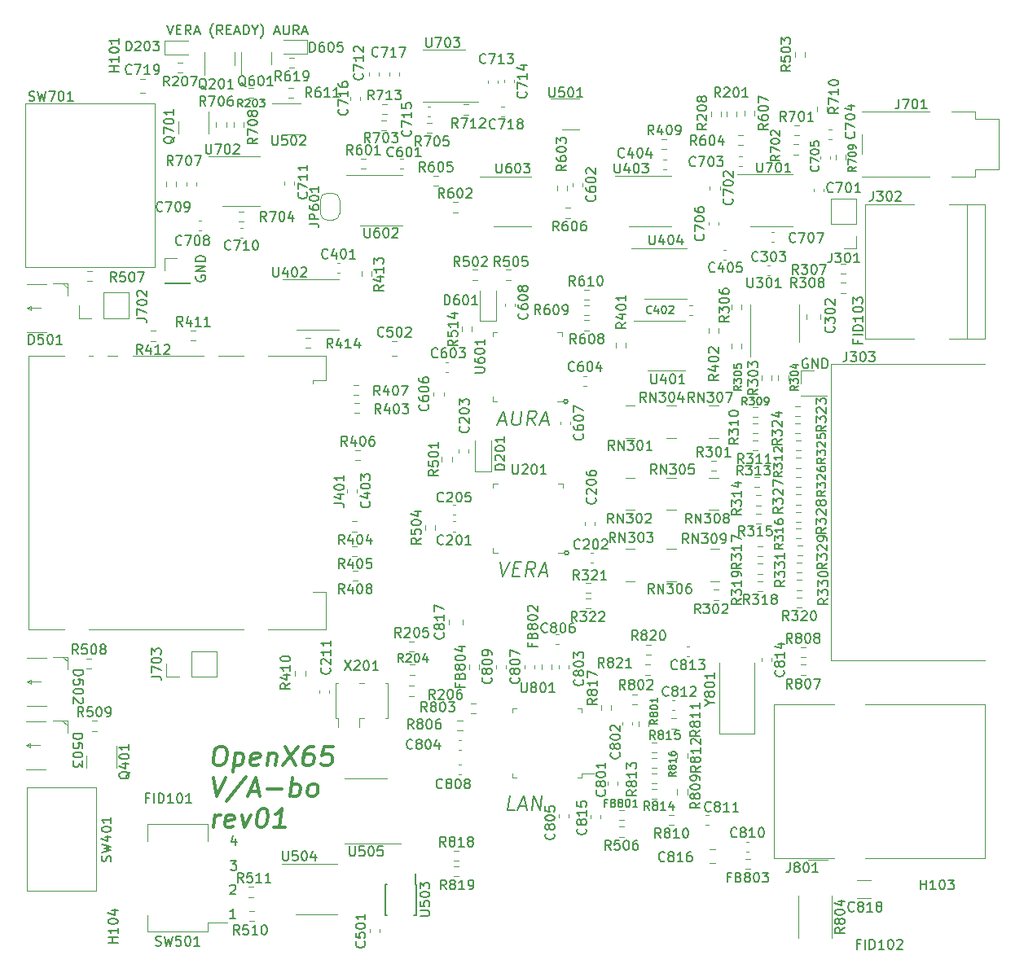
<source format=gbr>
%TF.GenerationSoftware,KiCad,Pcbnew,6.0.11-3.fc36*%
%TF.CreationDate,2023-04-28T14:31:49+02:00*%
%TF.ProjectId,openX65-vabo,6f70656e-5836-4352-9d76-61626f2e6b69,rev01*%
%TF.SameCoordinates,Original*%
%TF.FileFunction,Legend,Top*%
%TF.FilePolarity,Positive*%
%FSLAX46Y46*%
G04 Gerber Fmt 4.6, Leading zero omitted, Abs format (unit mm)*
G04 Created by KiCad (PCBNEW 6.0.11-3.fc36) date 2023-04-28 14:31:49*
%MOMM*%
%LPD*%
G01*
G04 APERTURE LIST*
%ADD10C,0.150000*%
%ADD11C,0.200000*%
%ADD12C,0.300000*%
%ADD13C,0.120000*%
G04 APERTURE END LIST*
D10*
X141538095Y-76100000D02*
X141442857Y-76052380D01*
X141300000Y-76052380D01*
X141157142Y-76100000D01*
X141061904Y-76195238D01*
X141014285Y-76290476D01*
X140966666Y-76480952D01*
X140966666Y-76623809D01*
X141014285Y-76814285D01*
X141061904Y-76909523D01*
X141157142Y-77004761D01*
X141300000Y-77052380D01*
X141395238Y-77052380D01*
X141538095Y-77004761D01*
X141585714Y-76957142D01*
X141585714Y-76623809D01*
X141395238Y-76623809D01*
X142014285Y-77052380D02*
X142014285Y-76052380D01*
X142585714Y-77052380D01*
X142585714Y-76052380D01*
X143061904Y-77052380D02*
X143061904Y-76052380D01*
X143300000Y-76052380D01*
X143442857Y-76100000D01*
X143538095Y-76195238D01*
X143585714Y-76290476D01*
X143633333Y-76480952D01*
X143633333Y-76623809D01*
X143585714Y-76814285D01*
X143538095Y-76909523D01*
X143442857Y-77004761D01*
X143300000Y-77052380D01*
X143061904Y-77052380D01*
X78000000Y-67461904D02*
X77952380Y-67557142D01*
X77952380Y-67700000D01*
X78000000Y-67842857D01*
X78095238Y-67938095D01*
X78190476Y-67985714D01*
X78380952Y-68033333D01*
X78523809Y-68033333D01*
X78714285Y-67985714D01*
X78809523Y-67938095D01*
X78904761Y-67842857D01*
X78952380Y-67700000D01*
X78952380Y-67604761D01*
X78904761Y-67461904D01*
X78857142Y-67414285D01*
X78523809Y-67414285D01*
X78523809Y-67604761D01*
X78952380Y-66985714D02*
X77952380Y-66985714D01*
X78952380Y-66414285D01*
X77952380Y-66414285D01*
X78952380Y-65938095D02*
X77952380Y-65938095D01*
X77952380Y-65700000D01*
X78000000Y-65557142D01*
X78095238Y-65461904D01*
X78190476Y-65414285D01*
X78380952Y-65366666D01*
X78523809Y-65366666D01*
X78714285Y-65414285D01*
X78809523Y-65461904D01*
X78904761Y-65557142D01*
X78952380Y-65700000D01*
X78952380Y-65938095D01*
X82090476Y-125985714D02*
X82090476Y-126652380D01*
X81852380Y-125604761D02*
X81614285Y-126319047D01*
X82233333Y-126319047D01*
X81566666Y-128252380D02*
X82185714Y-128252380D01*
X81852380Y-128633333D01*
X81995238Y-128633333D01*
X82090476Y-128680952D01*
X82138095Y-128728571D01*
X82185714Y-128823809D01*
X82185714Y-129061904D01*
X82138095Y-129157142D01*
X82090476Y-129204761D01*
X81995238Y-129252380D01*
X81709523Y-129252380D01*
X81614285Y-129204761D01*
X81566666Y-129157142D01*
X81514285Y-130847619D02*
X81561904Y-130800000D01*
X81657142Y-130752380D01*
X81895238Y-130752380D01*
X81990476Y-130800000D01*
X82038095Y-130847619D01*
X82085714Y-130942857D01*
X82085714Y-131038095D01*
X82038095Y-131180952D01*
X81466666Y-131752380D01*
X82085714Y-131752380D01*
X82085714Y-134252380D02*
X81514285Y-134252380D01*
X81800000Y-134252380D02*
X81800000Y-133252380D01*
X81704761Y-133395238D01*
X81609523Y-133490476D01*
X81514285Y-133538095D01*
X116710238Y-96250000D02*
G75*
G03*
X116710238Y-96250000I-210238J0D01*
G01*
X116610238Y-80510000D02*
G75*
G03*
X116610238Y-80510000I-210238J0D01*
G01*
X74966666Y-41352380D02*
X75300000Y-42352380D01*
X75633333Y-41352380D01*
X75966666Y-41828571D02*
X76300000Y-41828571D01*
X76442857Y-42352380D02*
X75966666Y-42352380D01*
X75966666Y-41352380D01*
X76442857Y-41352380D01*
X77442857Y-42352380D02*
X77109523Y-41876190D01*
X76871428Y-42352380D02*
X76871428Y-41352380D01*
X77252380Y-41352380D01*
X77347619Y-41400000D01*
X77395238Y-41447619D01*
X77442857Y-41542857D01*
X77442857Y-41685714D01*
X77395238Y-41780952D01*
X77347619Y-41828571D01*
X77252380Y-41876190D01*
X76871428Y-41876190D01*
X77823809Y-42066666D02*
X78300000Y-42066666D01*
X77728571Y-42352380D02*
X78061904Y-41352380D01*
X78395238Y-42352380D01*
X79776190Y-42733333D02*
X79728571Y-42685714D01*
X79633333Y-42542857D01*
X79585714Y-42447619D01*
X79538095Y-42304761D01*
X79490476Y-42066666D01*
X79490476Y-41876190D01*
X79538095Y-41638095D01*
X79585714Y-41495238D01*
X79633333Y-41400000D01*
X79728571Y-41257142D01*
X79776190Y-41209523D01*
X80728571Y-42352380D02*
X80395238Y-41876190D01*
X80157142Y-42352380D02*
X80157142Y-41352380D01*
X80538095Y-41352380D01*
X80633333Y-41400000D01*
X80680952Y-41447619D01*
X80728571Y-41542857D01*
X80728571Y-41685714D01*
X80680952Y-41780952D01*
X80633333Y-41828571D01*
X80538095Y-41876190D01*
X80157142Y-41876190D01*
X81157142Y-41828571D02*
X81490476Y-41828571D01*
X81633333Y-42352380D02*
X81157142Y-42352380D01*
X81157142Y-41352380D01*
X81633333Y-41352380D01*
X82014285Y-42066666D02*
X82490476Y-42066666D01*
X81919047Y-42352380D02*
X82252380Y-41352380D01*
X82585714Y-42352380D01*
X82919047Y-42352380D02*
X82919047Y-41352380D01*
X83157142Y-41352380D01*
X83300000Y-41400000D01*
X83395238Y-41495238D01*
X83442857Y-41590476D01*
X83490476Y-41780952D01*
X83490476Y-41923809D01*
X83442857Y-42114285D01*
X83395238Y-42209523D01*
X83300000Y-42304761D01*
X83157142Y-42352380D01*
X82919047Y-42352380D01*
X84109523Y-41876190D02*
X84109523Y-42352380D01*
X83776190Y-41352380D02*
X84109523Y-41876190D01*
X84442857Y-41352380D01*
X84680952Y-42733333D02*
X84728571Y-42685714D01*
X84823809Y-42542857D01*
X84871428Y-42447619D01*
X84919047Y-42304761D01*
X84966666Y-42066666D01*
X84966666Y-41876190D01*
X84919047Y-41638095D01*
X84871428Y-41495238D01*
X84823809Y-41400000D01*
X84728571Y-41257142D01*
X84680952Y-41209523D01*
X86157142Y-42066666D02*
X86633333Y-42066666D01*
X86061904Y-42352380D02*
X86395238Y-41352380D01*
X86728571Y-42352380D01*
X87061904Y-41352380D02*
X87061904Y-42161904D01*
X87109523Y-42257142D01*
X87157142Y-42304761D01*
X87252380Y-42352380D01*
X87442857Y-42352380D01*
X87538095Y-42304761D01*
X87585714Y-42257142D01*
X87633333Y-42161904D01*
X87633333Y-41352380D01*
X88680952Y-42352380D02*
X88347619Y-41876190D01*
X88109523Y-42352380D02*
X88109523Y-41352380D01*
X88490476Y-41352380D01*
X88585714Y-41400000D01*
X88633333Y-41447619D01*
X88680952Y-41542857D01*
X88680952Y-41685714D01*
X88633333Y-41780952D01*
X88585714Y-41828571D01*
X88490476Y-41876190D01*
X88109523Y-41876190D01*
X89061904Y-42066666D02*
X89538095Y-42066666D01*
X88966666Y-42352380D02*
X89300000Y-41352380D01*
X89633333Y-42352380D01*
D11*
X109475848Y-82550000D02*
X110190133Y-82550000D01*
X109279419Y-82978571D02*
X109966919Y-81478571D01*
X110279419Y-82978571D01*
X110966919Y-81478571D02*
X110815133Y-82692857D01*
X110868705Y-82835714D01*
X110931205Y-82907142D01*
X111065133Y-82978571D01*
X111350848Y-82978571D01*
X111502633Y-82907142D01*
X111582991Y-82835714D01*
X111672276Y-82692857D01*
X111824062Y-81478571D01*
X113207991Y-82978571D02*
X112797276Y-82264285D01*
X112350848Y-82978571D02*
X112538348Y-81478571D01*
X113109776Y-81478571D01*
X113243705Y-81550000D01*
X113306205Y-81621428D01*
X113359776Y-81764285D01*
X113332991Y-81978571D01*
X113243705Y-82121428D01*
X113163348Y-82192857D01*
X113011562Y-82264285D01*
X112440133Y-82264285D01*
X113832991Y-82550000D02*
X114547276Y-82550000D01*
X113636562Y-82978571D02*
X114324062Y-81478571D01*
X114636562Y-82978571D01*
X111093705Y-122978571D02*
X110379419Y-122978571D01*
X110566919Y-121478571D01*
X111575848Y-122550000D02*
X112290133Y-122550000D01*
X111379419Y-122978571D02*
X112066919Y-121478571D01*
X112379419Y-122978571D01*
X112879419Y-122978571D02*
X113066919Y-121478571D01*
X113736562Y-122978571D01*
X113924062Y-121478571D01*
D12*
X80414047Y-116384761D02*
X80795000Y-116384761D01*
X80973571Y-116480000D01*
X81140238Y-116670476D01*
X81187857Y-117051428D01*
X81104523Y-117718095D01*
X80961666Y-118099047D01*
X80747380Y-118289523D01*
X80545000Y-118384761D01*
X80164047Y-118384761D01*
X79985476Y-118289523D01*
X79818809Y-118099047D01*
X79771190Y-117718095D01*
X79854523Y-117051428D01*
X79997380Y-116670476D01*
X80211666Y-116480000D01*
X80414047Y-116384761D01*
X82045000Y-117051428D02*
X81795000Y-119051428D01*
X82033095Y-117146666D02*
X82235476Y-117051428D01*
X82616428Y-117051428D01*
X82795000Y-117146666D01*
X82878333Y-117241904D01*
X82949761Y-117432380D01*
X82878333Y-118003809D01*
X82759285Y-118194285D01*
X82652142Y-118289523D01*
X82449761Y-118384761D01*
X82068809Y-118384761D01*
X81890238Y-118289523D01*
X84461666Y-118289523D02*
X84259285Y-118384761D01*
X83878333Y-118384761D01*
X83699761Y-118289523D01*
X83628333Y-118099047D01*
X83723571Y-117337142D01*
X83842619Y-117146666D01*
X84045000Y-117051428D01*
X84425952Y-117051428D01*
X84604523Y-117146666D01*
X84675952Y-117337142D01*
X84652142Y-117527619D01*
X83675952Y-117718095D01*
X85568809Y-117051428D02*
X85402142Y-118384761D01*
X85545000Y-117241904D02*
X85652142Y-117146666D01*
X85854523Y-117051428D01*
X86140238Y-117051428D01*
X86318809Y-117146666D01*
X86390238Y-117337142D01*
X86259285Y-118384761D01*
X87271190Y-116384761D02*
X88354523Y-118384761D01*
X88604523Y-116384761D02*
X87021190Y-118384761D01*
X90223571Y-116384761D02*
X89842619Y-116384761D01*
X89640238Y-116480000D01*
X89533095Y-116575238D01*
X89306904Y-116860952D01*
X89164047Y-117241904D01*
X89068809Y-118003809D01*
X89140238Y-118194285D01*
X89223571Y-118289523D01*
X89402142Y-118384761D01*
X89783095Y-118384761D01*
X89985476Y-118289523D01*
X90092619Y-118194285D01*
X90211666Y-118003809D01*
X90271190Y-117527619D01*
X90199761Y-117337142D01*
X90116428Y-117241904D01*
X89937857Y-117146666D01*
X89556904Y-117146666D01*
X89354523Y-117241904D01*
X89247380Y-117337142D01*
X89128333Y-117527619D01*
X92223571Y-116384761D02*
X91271190Y-116384761D01*
X91056904Y-117337142D01*
X91164047Y-117241904D01*
X91366428Y-117146666D01*
X91842619Y-117146666D01*
X92021190Y-117241904D01*
X92104523Y-117337142D01*
X92175952Y-117527619D01*
X92116428Y-118003809D01*
X91997380Y-118194285D01*
X91890238Y-118289523D01*
X91687857Y-118384761D01*
X91211666Y-118384761D01*
X91033095Y-118289523D01*
X90949761Y-118194285D01*
X79747380Y-119604761D02*
X80164047Y-121604761D01*
X81080714Y-119604761D01*
X83187857Y-119509523D02*
X81152142Y-122080952D01*
X83568809Y-121033333D02*
X84521190Y-121033333D01*
X83306904Y-121604761D02*
X84223571Y-119604761D01*
X84640238Y-121604761D01*
X85402142Y-120842857D02*
X86925952Y-120842857D01*
X87783095Y-121604761D02*
X88033095Y-119604761D01*
X87937857Y-120366666D02*
X88140238Y-120271428D01*
X88521190Y-120271428D01*
X88699761Y-120366666D01*
X88783095Y-120461904D01*
X88854523Y-120652380D01*
X88783095Y-121223809D01*
X88664047Y-121414285D01*
X88556904Y-121509523D01*
X88354523Y-121604761D01*
X87973571Y-121604761D01*
X87795000Y-121509523D01*
X89878333Y-121604761D02*
X89699761Y-121509523D01*
X89616428Y-121414285D01*
X89545000Y-121223809D01*
X89616428Y-120652380D01*
X89735476Y-120461904D01*
X89842619Y-120366666D01*
X90045000Y-120271428D01*
X90330714Y-120271428D01*
X90509285Y-120366666D01*
X90592619Y-120461904D01*
X90664047Y-120652380D01*
X90592619Y-121223809D01*
X90473571Y-121414285D01*
X90366428Y-121509523D01*
X90164047Y-121604761D01*
X89878333Y-121604761D01*
X79783095Y-124824761D02*
X79949761Y-123491428D01*
X79902142Y-123872380D02*
X80021190Y-123681904D01*
X80128333Y-123586666D01*
X80330714Y-123491428D01*
X80521190Y-123491428D01*
X81795000Y-124729523D02*
X81592619Y-124824761D01*
X81211666Y-124824761D01*
X81033095Y-124729523D01*
X80961666Y-124539047D01*
X81056904Y-123777142D01*
X81175952Y-123586666D01*
X81378333Y-123491428D01*
X81759285Y-123491428D01*
X81937857Y-123586666D01*
X82009285Y-123777142D01*
X81985476Y-123967619D01*
X81009285Y-124158095D01*
X82711666Y-123491428D02*
X83021190Y-124824761D01*
X83664047Y-123491428D01*
X84890238Y-122824761D02*
X85080714Y-122824761D01*
X85259285Y-122920000D01*
X85342619Y-123015238D01*
X85414047Y-123205714D01*
X85461666Y-123586666D01*
X85402142Y-124062857D01*
X85259285Y-124443809D01*
X85140238Y-124634285D01*
X85033095Y-124729523D01*
X84830714Y-124824761D01*
X84640238Y-124824761D01*
X84461666Y-124729523D01*
X84378333Y-124634285D01*
X84306904Y-124443809D01*
X84259285Y-124062857D01*
X84318809Y-123586666D01*
X84461666Y-123205714D01*
X84580714Y-123015238D01*
X84687857Y-122920000D01*
X84890238Y-122824761D01*
X87211666Y-124824761D02*
X86068809Y-124824761D01*
X86640238Y-124824761D02*
X86890238Y-122824761D01*
X86664047Y-123110476D01*
X86449761Y-123300952D01*
X86247380Y-123396190D01*
D11*
X109574062Y-97178571D02*
X109886562Y-98678571D01*
X110574062Y-97178571D01*
X110984776Y-97892857D02*
X111484776Y-97892857D01*
X111600848Y-98678571D02*
X110886562Y-98678571D01*
X111074062Y-97178571D01*
X111788348Y-97178571D01*
X113100848Y-98678571D02*
X112690133Y-97964285D01*
X112243705Y-98678571D02*
X112431205Y-97178571D01*
X113002633Y-97178571D01*
X113136562Y-97250000D01*
X113199062Y-97321428D01*
X113252633Y-97464285D01*
X113225848Y-97678571D01*
X113136562Y-97821428D01*
X113056205Y-97892857D01*
X112904419Y-97964285D01*
X112332991Y-97964285D01*
X113725848Y-98250000D02*
X114440133Y-98250000D01*
X113529419Y-98678571D02*
X114216919Y-97178571D01*
X114529419Y-98678571D01*
D10*
%TO.C,J302*%
X148346785Y-58652380D02*
X148346785Y-59366666D01*
X148299166Y-59509523D01*
X148203928Y-59604761D01*
X148061071Y-59652380D01*
X147965833Y-59652380D01*
X148727738Y-58652380D02*
X149346785Y-58652380D01*
X149013452Y-59033333D01*
X149156309Y-59033333D01*
X149251547Y-59080952D01*
X149299166Y-59128571D01*
X149346785Y-59223809D01*
X149346785Y-59461904D01*
X149299166Y-59557142D01*
X149251547Y-59604761D01*
X149156309Y-59652380D01*
X148870595Y-59652380D01*
X148775357Y-59604761D01*
X148727738Y-59557142D01*
X149965833Y-58652380D02*
X150061071Y-58652380D01*
X150156309Y-58700000D01*
X150203928Y-58747619D01*
X150251547Y-58842857D01*
X150299166Y-59033333D01*
X150299166Y-59271428D01*
X150251547Y-59461904D01*
X150203928Y-59557142D01*
X150156309Y-59604761D01*
X150061071Y-59652380D01*
X149965833Y-59652380D01*
X149870595Y-59604761D01*
X149822976Y-59557142D01*
X149775357Y-59461904D01*
X149727738Y-59271428D01*
X149727738Y-59033333D01*
X149775357Y-58842857D01*
X149822976Y-58747619D01*
X149870595Y-58700000D01*
X149965833Y-58652380D01*
X150680119Y-58747619D02*
X150727738Y-58700000D01*
X150822976Y-58652380D01*
X151061071Y-58652380D01*
X151156309Y-58700000D01*
X151203928Y-58747619D01*
X151251547Y-58842857D01*
X151251547Y-58938095D01*
X151203928Y-59080952D01*
X150632500Y-59652380D01*
X151251547Y-59652380D01*
%TO.C,R804*%
X145372380Y-135219047D02*
X144896190Y-135552380D01*
X145372380Y-135790476D02*
X144372380Y-135790476D01*
X144372380Y-135409523D01*
X144420000Y-135314285D01*
X144467619Y-135266666D01*
X144562857Y-135219047D01*
X144705714Y-135219047D01*
X144800952Y-135266666D01*
X144848571Y-135314285D01*
X144896190Y-135409523D01*
X144896190Y-135790476D01*
X144800952Y-134647619D02*
X144753333Y-134742857D01*
X144705714Y-134790476D01*
X144610476Y-134838095D01*
X144562857Y-134838095D01*
X144467619Y-134790476D01*
X144420000Y-134742857D01*
X144372380Y-134647619D01*
X144372380Y-134457142D01*
X144420000Y-134361904D01*
X144467619Y-134314285D01*
X144562857Y-134266666D01*
X144610476Y-134266666D01*
X144705714Y-134314285D01*
X144753333Y-134361904D01*
X144800952Y-134457142D01*
X144800952Y-134647619D01*
X144848571Y-134742857D01*
X144896190Y-134790476D01*
X144991428Y-134838095D01*
X145181904Y-134838095D01*
X145277142Y-134790476D01*
X145324761Y-134742857D01*
X145372380Y-134647619D01*
X145372380Y-134457142D01*
X145324761Y-134361904D01*
X145277142Y-134314285D01*
X145181904Y-134266666D01*
X144991428Y-134266666D01*
X144896190Y-134314285D01*
X144848571Y-134361904D01*
X144800952Y-134457142D01*
X144372380Y-133647619D02*
X144372380Y-133552380D01*
X144420000Y-133457142D01*
X144467619Y-133409523D01*
X144562857Y-133361904D01*
X144753333Y-133314285D01*
X144991428Y-133314285D01*
X145181904Y-133361904D01*
X145277142Y-133409523D01*
X145324761Y-133457142D01*
X145372380Y-133552380D01*
X145372380Y-133647619D01*
X145324761Y-133742857D01*
X145277142Y-133790476D01*
X145181904Y-133838095D01*
X144991428Y-133885714D01*
X144753333Y-133885714D01*
X144562857Y-133838095D01*
X144467619Y-133790476D01*
X144420000Y-133742857D01*
X144372380Y-133647619D01*
X144705714Y-132457142D02*
X145372380Y-132457142D01*
X144324761Y-132695238D02*
X145039047Y-132933333D01*
X145039047Y-132314285D01*
%TO.C,C818*%
X146380952Y-133457142D02*
X146333333Y-133504761D01*
X146190476Y-133552380D01*
X146095238Y-133552380D01*
X145952380Y-133504761D01*
X145857142Y-133409523D01*
X145809523Y-133314285D01*
X145761904Y-133123809D01*
X145761904Y-132980952D01*
X145809523Y-132790476D01*
X145857142Y-132695238D01*
X145952380Y-132600000D01*
X146095238Y-132552380D01*
X146190476Y-132552380D01*
X146333333Y-132600000D01*
X146380952Y-132647619D01*
X146952380Y-132980952D02*
X146857142Y-132933333D01*
X146809523Y-132885714D01*
X146761904Y-132790476D01*
X146761904Y-132742857D01*
X146809523Y-132647619D01*
X146857142Y-132600000D01*
X146952380Y-132552380D01*
X147142857Y-132552380D01*
X147238095Y-132600000D01*
X147285714Y-132647619D01*
X147333333Y-132742857D01*
X147333333Y-132790476D01*
X147285714Y-132885714D01*
X147238095Y-132933333D01*
X147142857Y-132980952D01*
X146952380Y-132980952D01*
X146857142Y-133028571D01*
X146809523Y-133076190D01*
X146761904Y-133171428D01*
X146761904Y-133361904D01*
X146809523Y-133457142D01*
X146857142Y-133504761D01*
X146952380Y-133552380D01*
X147142857Y-133552380D01*
X147238095Y-133504761D01*
X147285714Y-133457142D01*
X147333333Y-133361904D01*
X147333333Y-133171428D01*
X147285714Y-133076190D01*
X147238095Y-133028571D01*
X147142857Y-132980952D01*
X148285714Y-133552380D02*
X147714285Y-133552380D01*
X148000000Y-133552380D02*
X148000000Y-132552380D01*
X147904761Y-132695238D01*
X147809523Y-132790476D01*
X147714285Y-132838095D01*
X148857142Y-132980952D02*
X148761904Y-132933333D01*
X148714285Y-132885714D01*
X148666666Y-132790476D01*
X148666666Y-132742857D01*
X148714285Y-132647619D01*
X148761904Y-132600000D01*
X148857142Y-132552380D01*
X149047619Y-132552380D01*
X149142857Y-132600000D01*
X149190476Y-132647619D01*
X149238095Y-132742857D01*
X149238095Y-132790476D01*
X149190476Y-132885714D01*
X149142857Y-132933333D01*
X149047619Y-132980952D01*
X148857142Y-132980952D01*
X148761904Y-133028571D01*
X148714285Y-133076190D01*
X148666666Y-133171428D01*
X148666666Y-133361904D01*
X148714285Y-133457142D01*
X148761904Y-133504761D01*
X148857142Y-133552380D01*
X149047619Y-133552380D01*
X149142857Y-133504761D01*
X149190476Y-133457142D01*
X149238095Y-133361904D01*
X149238095Y-133171428D01*
X149190476Y-133076190D01*
X149142857Y-133028571D01*
X149047619Y-132980952D01*
%TO.C,R606*%
X115680952Y-62752380D02*
X115347619Y-62276190D01*
X115109523Y-62752380D02*
X115109523Y-61752380D01*
X115490476Y-61752380D01*
X115585714Y-61800000D01*
X115633333Y-61847619D01*
X115680952Y-61942857D01*
X115680952Y-62085714D01*
X115633333Y-62180952D01*
X115585714Y-62228571D01*
X115490476Y-62276190D01*
X115109523Y-62276190D01*
X116538095Y-61752380D02*
X116347619Y-61752380D01*
X116252380Y-61800000D01*
X116204761Y-61847619D01*
X116109523Y-61990476D01*
X116061904Y-62180952D01*
X116061904Y-62561904D01*
X116109523Y-62657142D01*
X116157142Y-62704761D01*
X116252380Y-62752380D01*
X116442857Y-62752380D01*
X116538095Y-62704761D01*
X116585714Y-62657142D01*
X116633333Y-62561904D01*
X116633333Y-62323809D01*
X116585714Y-62228571D01*
X116538095Y-62180952D01*
X116442857Y-62133333D01*
X116252380Y-62133333D01*
X116157142Y-62180952D01*
X116109523Y-62228571D01*
X116061904Y-62323809D01*
X117252380Y-61752380D02*
X117347619Y-61752380D01*
X117442857Y-61800000D01*
X117490476Y-61847619D01*
X117538095Y-61942857D01*
X117585714Y-62133333D01*
X117585714Y-62371428D01*
X117538095Y-62561904D01*
X117490476Y-62657142D01*
X117442857Y-62704761D01*
X117347619Y-62752380D01*
X117252380Y-62752380D01*
X117157142Y-62704761D01*
X117109523Y-62657142D01*
X117061904Y-62561904D01*
X117014285Y-62371428D01*
X117014285Y-62133333D01*
X117061904Y-61942857D01*
X117109523Y-61847619D01*
X117157142Y-61800000D01*
X117252380Y-61752380D01*
X118442857Y-61752380D02*
X118252380Y-61752380D01*
X118157142Y-61800000D01*
X118109523Y-61847619D01*
X118014285Y-61990476D01*
X117966666Y-62180952D01*
X117966666Y-62561904D01*
X118014285Y-62657142D01*
X118061904Y-62704761D01*
X118157142Y-62752380D01*
X118347619Y-62752380D01*
X118442857Y-62704761D01*
X118490476Y-62657142D01*
X118538095Y-62561904D01*
X118538095Y-62323809D01*
X118490476Y-62228571D01*
X118442857Y-62180952D01*
X118347619Y-62133333D01*
X118157142Y-62133333D01*
X118061904Y-62180952D01*
X118014285Y-62228571D01*
X117966666Y-62323809D01*
%TO.C,C202*%
X117880952Y-95757142D02*
X117833333Y-95804761D01*
X117690476Y-95852380D01*
X117595238Y-95852380D01*
X117452380Y-95804761D01*
X117357142Y-95709523D01*
X117309523Y-95614285D01*
X117261904Y-95423809D01*
X117261904Y-95280952D01*
X117309523Y-95090476D01*
X117357142Y-94995238D01*
X117452380Y-94900000D01*
X117595238Y-94852380D01*
X117690476Y-94852380D01*
X117833333Y-94900000D01*
X117880952Y-94947619D01*
X118261904Y-94947619D02*
X118309523Y-94900000D01*
X118404761Y-94852380D01*
X118642857Y-94852380D01*
X118738095Y-94900000D01*
X118785714Y-94947619D01*
X118833333Y-95042857D01*
X118833333Y-95138095D01*
X118785714Y-95280952D01*
X118214285Y-95852380D01*
X118833333Y-95852380D01*
X119452380Y-94852380D02*
X119547619Y-94852380D01*
X119642857Y-94900000D01*
X119690476Y-94947619D01*
X119738095Y-95042857D01*
X119785714Y-95233333D01*
X119785714Y-95471428D01*
X119738095Y-95661904D01*
X119690476Y-95757142D01*
X119642857Y-95804761D01*
X119547619Y-95852380D01*
X119452380Y-95852380D01*
X119357142Y-95804761D01*
X119309523Y-95757142D01*
X119261904Y-95661904D01*
X119214285Y-95471428D01*
X119214285Y-95233333D01*
X119261904Y-95042857D01*
X119309523Y-94947619D01*
X119357142Y-94900000D01*
X119452380Y-94852380D01*
X120166666Y-94947619D02*
X120214285Y-94900000D01*
X120309523Y-94852380D01*
X120547619Y-94852380D01*
X120642857Y-94900000D01*
X120690476Y-94947619D01*
X120738095Y-95042857D01*
X120738095Y-95138095D01*
X120690476Y-95280952D01*
X120119047Y-95852380D01*
X120738095Y-95852380D01*
%TO.C,D502*%
X65247619Y-108459523D02*
X66247619Y-108459523D01*
X66247619Y-108697619D01*
X66200000Y-108840476D01*
X66104761Y-108935714D01*
X66009523Y-108983333D01*
X65819047Y-109030952D01*
X65676190Y-109030952D01*
X65485714Y-108983333D01*
X65390476Y-108935714D01*
X65295238Y-108840476D01*
X65247619Y-108697619D01*
X65247619Y-108459523D01*
X66247619Y-109935714D02*
X66247619Y-109459523D01*
X65771428Y-109411904D01*
X65819047Y-109459523D01*
X65866666Y-109554761D01*
X65866666Y-109792857D01*
X65819047Y-109888095D01*
X65771428Y-109935714D01*
X65676190Y-109983333D01*
X65438095Y-109983333D01*
X65342857Y-109935714D01*
X65295238Y-109888095D01*
X65247619Y-109792857D01*
X65247619Y-109554761D01*
X65295238Y-109459523D01*
X65342857Y-109411904D01*
X66247619Y-110602380D02*
X66247619Y-110697619D01*
X66200000Y-110792857D01*
X66152380Y-110840476D01*
X66057142Y-110888095D01*
X65866666Y-110935714D01*
X65628571Y-110935714D01*
X65438095Y-110888095D01*
X65342857Y-110840476D01*
X65295238Y-110792857D01*
X65247619Y-110697619D01*
X65247619Y-110602380D01*
X65295238Y-110507142D01*
X65342857Y-110459523D01*
X65438095Y-110411904D01*
X65628571Y-110364285D01*
X65866666Y-110364285D01*
X66057142Y-110411904D01*
X66152380Y-110459523D01*
X66200000Y-110507142D01*
X66247619Y-110602380D01*
X66152380Y-111316666D02*
X66200000Y-111364285D01*
X66247619Y-111459523D01*
X66247619Y-111697619D01*
X66200000Y-111792857D01*
X66152380Y-111840476D01*
X66057142Y-111888095D01*
X65961904Y-111888095D01*
X65819047Y-111840476D01*
X65247619Y-111269047D01*
X65247619Y-111888095D01*
%TO.C,R603*%
X116452380Y-55919047D02*
X115976190Y-56252380D01*
X116452380Y-56490476D02*
X115452380Y-56490476D01*
X115452380Y-56109523D01*
X115500000Y-56014285D01*
X115547619Y-55966666D01*
X115642857Y-55919047D01*
X115785714Y-55919047D01*
X115880952Y-55966666D01*
X115928571Y-56014285D01*
X115976190Y-56109523D01*
X115976190Y-56490476D01*
X115452380Y-55061904D02*
X115452380Y-55252380D01*
X115500000Y-55347619D01*
X115547619Y-55395238D01*
X115690476Y-55490476D01*
X115880952Y-55538095D01*
X116261904Y-55538095D01*
X116357142Y-55490476D01*
X116404761Y-55442857D01*
X116452380Y-55347619D01*
X116452380Y-55157142D01*
X116404761Y-55061904D01*
X116357142Y-55014285D01*
X116261904Y-54966666D01*
X116023809Y-54966666D01*
X115928571Y-55014285D01*
X115880952Y-55061904D01*
X115833333Y-55157142D01*
X115833333Y-55347619D01*
X115880952Y-55442857D01*
X115928571Y-55490476D01*
X116023809Y-55538095D01*
X115452380Y-54347619D02*
X115452380Y-54252380D01*
X115500000Y-54157142D01*
X115547619Y-54109523D01*
X115642857Y-54061904D01*
X115833333Y-54014285D01*
X116071428Y-54014285D01*
X116261904Y-54061904D01*
X116357142Y-54109523D01*
X116404761Y-54157142D01*
X116452380Y-54252380D01*
X116452380Y-54347619D01*
X116404761Y-54442857D01*
X116357142Y-54490476D01*
X116261904Y-54538095D01*
X116071428Y-54585714D01*
X115833333Y-54585714D01*
X115642857Y-54538095D01*
X115547619Y-54490476D01*
X115500000Y-54442857D01*
X115452380Y-54347619D01*
X115452380Y-53680952D02*
X115452380Y-53061904D01*
X115833333Y-53395238D01*
X115833333Y-53252380D01*
X115880952Y-53157142D01*
X115928571Y-53109523D01*
X116023809Y-53061904D01*
X116261904Y-53061904D01*
X116357142Y-53109523D01*
X116404761Y-53157142D01*
X116452380Y-53252380D01*
X116452380Y-53538095D01*
X116404761Y-53633333D01*
X116357142Y-53680952D01*
%TO.C,U801*%
X111785714Y-109752380D02*
X111785714Y-110561904D01*
X111833333Y-110657142D01*
X111880952Y-110704761D01*
X111976190Y-110752380D01*
X112166666Y-110752380D01*
X112261904Y-110704761D01*
X112309523Y-110657142D01*
X112357142Y-110561904D01*
X112357142Y-109752380D01*
X112976190Y-110180952D02*
X112880952Y-110133333D01*
X112833333Y-110085714D01*
X112785714Y-109990476D01*
X112785714Y-109942857D01*
X112833333Y-109847619D01*
X112880952Y-109800000D01*
X112976190Y-109752380D01*
X113166666Y-109752380D01*
X113261904Y-109800000D01*
X113309523Y-109847619D01*
X113357142Y-109942857D01*
X113357142Y-109990476D01*
X113309523Y-110085714D01*
X113261904Y-110133333D01*
X113166666Y-110180952D01*
X112976190Y-110180952D01*
X112880952Y-110228571D01*
X112833333Y-110276190D01*
X112785714Y-110371428D01*
X112785714Y-110561904D01*
X112833333Y-110657142D01*
X112880952Y-110704761D01*
X112976190Y-110752380D01*
X113166666Y-110752380D01*
X113261904Y-110704761D01*
X113309523Y-110657142D01*
X113357142Y-110561904D01*
X113357142Y-110371428D01*
X113309523Y-110276190D01*
X113261904Y-110228571D01*
X113166666Y-110180952D01*
X113976190Y-109752380D02*
X114071428Y-109752380D01*
X114166666Y-109800000D01*
X114214285Y-109847619D01*
X114261904Y-109942857D01*
X114309523Y-110133333D01*
X114309523Y-110371428D01*
X114261904Y-110561904D01*
X114214285Y-110657142D01*
X114166666Y-110704761D01*
X114071428Y-110752380D01*
X113976190Y-110752380D01*
X113880952Y-110704761D01*
X113833333Y-110657142D01*
X113785714Y-110561904D01*
X113738095Y-110371428D01*
X113738095Y-110133333D01*
X113785714Y-109942857D01*
X113833333Y-109847619D01*
X113880952Y-109800000D01*
X113976190Y-109752380D01*
X115261904Y-110752380D02*
X114690476Y-110752380D01*
X114976190Y-110752380D02*
X114976190Y-109752380D01*
X114880952Y-109895238D01*
X114785714Y-109990476D01*
X114690476Y-110038095D01*
%TO.C,R505*%
X109580952Y-66452380D02*
X109247619Y-65976190D01*
X109009523Y-66452380D02*
X109009523Y-65452380D01*
X109390476Y-65452380D01*
X109485714Y-65500000D01*
X109533333Y-65547619D01*
X109580952Y-65642857D01*
X109580952Y-65785714D01*
X109533333Y-65880952D01*
X109485714Y-65928571D01*
X109390476Y-65976190D01*
X109009523Y-65976190D01*
X110485714Y-65452380D02*
X110009523Y-65452380D01*
X109961904Y-65928571D01*
X110009523Y-65880952D01*
X110104761Y-65833333D01*
X110342857Y-65833333D01*
X110438095Y-65880952D01*
X110485714Y-65928571D01*
X110533333Y-66023809D01*
X110533333Y-66261904D01*
X110485714Y-66357142D01*
X110438095Y-66404761D01*
X110342857Y-66452380D01*
X110104761Y-66452380D01*
X110009523Y-66404761D01*
X109961904Y-66357142D01*
X111152380Y-65452380D02*
X111247619Y-65452380D01*
X111342857Y-65500000D01*
X111390476Y-65547619D01*
X111438095Y-65642857D01*
X111485714Y-65833333D01*
X111485714Y-66071428D01*
X111438095Y-66261904D01*
X111390476Y-66357142D01*
X111342857Y-66404761D01*
X111247619Y-66452380D01*
X111152380Y-66452380D01*
X111057142Y-66404761D01*
X111009523Y-66357142D01*
X110961904Y-66261904D01*
X110914285Y-66071428D01*
X110914285Y-65833333D01*
X110961904Y-65642857D01*
X111009523Y-65547619D01*
X111057142Y-65500000D01*
X111152380Y-65452380D01*
X112390476Y-65452380D02*
X111914285Y-65452380D01*
X111866666Y-65928571D01*
X111914285Y-65880952D01*
X112009523Y-65833333D01*
X112247619Y-65833333D01*
X112342857Y-65880952D01*
X112390476Y-65928571D01*
X112438095Y-66023809D01*
X112438095Y-66261904D01*
X112390476Y-66357142D01*
X112342857Y-66404761D01*
X112247619Y-66452380D01*
X112009523Y-66452380D01*
X111914285Y-66404761D01*
X111866666Y-66357142D01*
%TO.C,R324*%
X138852380Y-84419047D02*
X138376190Y-84752380D01*
X138852380Y-84990476D02*
X137852380Y-84990476D01*
X137852380Y-84609523D01*
X137900000Y-84514285D01*
X137947619Y-84466666D01*
X138042857Y-84419047D01*
X138185714Y-84419047D01*
X138280952Y-84466666D01*
X138328571Y-84514285D01*
X138376190Y-84609523D01*
X138376190Y-84990476D01*
X137852380Y-84085714D02*
X137852380Y-83466666D01*
X138233333Y-83800000D01*
X138233333Y-83657142D01*
X138280952Y-83561904D01*
X138328571Y-83514285D01*
X138423809Y-83466666D01*
X138661904Y-83466666D01*
X138757142Y-83514285D01*
X138804761Y-83561904D01*
X138852380Y-83657142D01*
X138852380Y-83942857D01*
X138804761Y-84038095D01*
X138757142Y-84085714D01*
X137947619Y-83085714D02*
X137900000Y-83038095D01*
X137852380Y-82942857D01*
X137852380Y-82704761D01*
X137900000Y-82609523D01*
X137947619Y-82561904D01*
X138042857Y-82514285D01*
X138138095Y-82514285D01*
X138280952Y-82561904D01*
X138852380Y-83133333D01*
X138852380Y-82514285D01*
X138185714Y-81657142D02*
X138852380Y-81657142D01*
X137804761Y-81895238D02*
X138519047Y-82133333D01*
X138519047Y-81514285D01*
%TO.C,C717*%
X96880952Y-44557142D02*
X96833333Y-44604761D01*
X96690476Y-44652380D01*
X96595238Y-44652380D01*
X96452380Y-44604761D01*
X96357142Y-44509523D01*
X96309523Y-44414285D01*
X96261904Y-44223809D01*
X96261904Y-44080952D01*
X96309523Y-43890476D01*
X96357142Y-43795238D01*
X96452380Y-43700000D01*
X96595238Y-43652380D01*
X96690476Y-43652380D01*
X96833333Y-43700000D01*
X96880952Y-43747619D01*
X97214285Y-43652380D02*
X97880952Y-43652380D01*
X97452380Y-44652380D01*
X98785714Y-44652380D02*
X98214285Y-44652380D01*
X98500000Y-44652380D02*
X98500000Y-43652380D01*
X98404761Y-43795238D01*
X98309523Y-43890476D01*
X98214285Y-43938095D01*
X99119047Y-43652380D02*
X99785714Y-43652380D01*
X99357142Y-44652380D01*
%TO.C,FB803*%
X133514285Y-129958571D02*
X133180952Y-129958571D01*
X133180952Y-130482380D02*
X133180952Y-129482380D01*
X133657142Y-129482380D01*
X134371428Y-129958571D02*
X134514285Y-130006190D01*
X134561904Y-130053809D01*
X134609523Y-130149047D01*
X134609523Y-130291904D01*
X134561904Y-130387142D01*
X134514285Y-130434761D01*
X134419047Y-130482380D01*
X134038095Y-130482380D01*
X134038095Y-129482380D01*
X134371428Y-129482380D01*
X134466666Y-129530000D01*
X134514285Y-129577619D01*
X134561904Y-129672857D01*
X134561904Y-129768095D01*
X134514285Y-129863333D01*
X134466666Y-129910952D01*
X134371428Y-129958571D01*
X134038095Y-129958571D01*
X135180952Y-129910952D02*
X135085714Y-129863333D01*
X135038095Y-129815714D01*
X134990476Y-129720476D01*
X134990476Y-129672857D01*
X135038095Y-129577619D01*
X135085714Y-129530000D01*
X135180952Y-129482380D01*
X135371428Y-129482380D01*
X135466666Y-129530000D01*
X135514285Y-129577619D01*
X135561904Y-129672857D01*
X135561904Y-129720476D01*
X135514285Y-129815714D01*
X135466666Y-129863333D01*
X135371428Y-129910952D01*
X135180952Y-129910952D01*
X135085714Y-129958571D01*
X135038095Y-130006190D01*
X134990476Y-130101428D01*
X134990476Y-130291904D01*
X135038095Y-130387142D01*
X135085714Y-130434761D01*
X135180952Y-130482380D01*
X135371428Y-130482380D01*
X135466666Y-130434761D01*
X135514285Y-130387142D01*
X135561904Y-130291904D01*
X135561904Y-130101428D01*
X135514285Y-130006190D01*
X135466666Y-129958571D01*
X135371428Y-129910952D01*
X136180952Y-129482380D02*
X136276190Y-129482380D01*
X136371428Y-129530000D01*
X136419047Y-129577619D01*
X136466666Y-129672857D01*
X136514285Y-129863333D01*
X136514285Y-130101428D01*
X136466666Y-130291904D01*
X136419047Y-130387142D01*
X136371428Y-130434761D01*
X136276190Y-130482380D01*
X136180952Y-130482380D01*
X136085714Y-130434761D01*
X136038095Y-130387142D01*
X135990476Y-130291904D01*
X135942857Y-130101428D01*
X135942857Y-129863333D01*
X135990476Y-129672857D01*
X136038095Y-129577619D01*
X136085714Y-129530000D01*
X136180952Y-129482380D01*
X136847619Y-129482380D02*
X137466666Y-129482380D01*
X137133333Y-129863333D01*
X137276190Y-129863333D01*
X137371428Y-129910952D01*
X137419047Y-129958571D01*
X137466666Y-130053809D01*
X137466666Y-130291904D01*
X137419047Y-130387142D01*
X137371428Y-130434761D01*
X137276190Y-130482380D01*
X136990476Y-130482380D01*
X136895238Y-130434761D01*
X136847619Y-130387142D01*
%TO.C,C812*%
X127080952Y-111057142D02*
X127033333Y-111104761D01*
X126890476Y-111152380D01*
X126795238Y-111152380D01*
X126652380Y-111104761D01*
X126557142Y-111009523D01*
X126509523Y-110914285D01*
X126461904Y-110723809D01*
X126461904Y-110580952D01*
X126509523Y-110390476D01*
X126557142Y-110295238D01*
X126652380Y-110200000D01*
X126795238Y-110152380D01*
X126890476Y-110152380D01*
X127033333Y-110200000D01*
X127080952Y-110247619D01*
X127652380Y-110580952D02*
X127557142Y-110533333D01*
X127509523Y-110485714D01*
X127461904Y-110390476D01*
X127461904Y-110342857D01*
X127509523Y-110247619D01*
X127557142Y-110200000D01*
X127652380Y-110152380D01*
X127842857Y-110152380D01*
X127938095Y-110200000D01*
X127985714Y-110247619D01*
X128033333Y-110342857D01*
X128033333Y-110390476D01*
X127985714Y-110485714D01*
X127938095Y-110533333D01*
X127842857Y-110580952D01*
X127652380Y-110580952D01*
X127557142Y-110628571D01*
X127509523Y-110676190D01*
X127461904Y-110771428D01*
X127461904Y-110961904D01*
X127509523Y-111057142D01*
X127557142Y-111104761D01*
X127652380Y-111152380D01*
X127842857Y-111152380D01*
X127938095Y-111104761D01*
X127985714Y-111057142D01*
X128033333Y-110961904D01*
X128033333Y-110771428D01*
X127985714Y-110676190D01*
X127938095Y-110628571D01*
X127842857Y-110580952D01*
X128985714Y-111152380D02*
X128414285Y-111152380D01*
X128700000Y-111152380D02*
X128700000Y-110152380D01*
X128604761Y-110295238D01*
X128509523Y-110390476D01*
X128414285Y-110438095D01*
X129366666Y-110247619D02*
X129414285Y-110200000D01*
X129509523Y-110152380D01*
X129747619Y-110152380D01*
X129842857Y-110200000D01*
X129890476Y-110247619D01*
X129938095Y-110342857D01*
X129938095Y-110438095D01*
X129890476Y-110580952D01*
X129319047Y-111152380D01*
X129938095Y-111152380D01*
%TO.C,U402*%
X85985714Y-66552380D02*
X85985714Y-67361904D01*
X86033333Y-67457142D01*
X86080952Y-67504761D01*
X86176190Y-67552380D01*
X86366666Y-67552380D01*
X86461904Y-67504761D01*
X86509523Y-67457142D01*
X86557142Y-67361904D01*
X86557142Y-66552380D01*
X87461904Y-66885714D02*
X87461904Y-67552380D01*
X87223809Y-66504761D02*
X86985714Y-67219047D01*
X87604761Y-67219047D01*
X88176190Y-66552380D02*
X88271428Y-66552380D01*
X88366666Y-66600000D01*
X88414285Y-66647619D01*
X88461904Y-66742857D01*
X88509523Y-66933333D01*
X88509523Y-67171428D01*
X88461904Y-67361904D01*
X88414285Y-67457142D01*
X88366666Y-67504761D01*
X88271428Y-67552380D01*
X88176190Y-67552380D01*
X88080952Y-67504761D01*
X88033333Y-67457142D01*
X87985714Y-67361904D01*
X87938095Y-67171428D01*
X87938095Y-66933333D01*
X87985714Y-66742857D01*
X88033333Y-66647619D01*
X88080952Y-66600000D01*
X88176190Y-66552380D01*
X88890476Y-66647619D02*
X88938095Y-66600000D01*
X89033333Y-66552380D01*
X89271428Y-66552380D01*
X89366666Y-66600000D01*
X89414285Y-66647619D01*
X89461904Y-66742857D01*
X89461904Y-66838095D01*
X89414285Y-66980952D01*
X88842857Y-67552380D01*
X89461904Y-67552380D01*
%TO.C,R303*%
X136352380Y-79206547D02*
X135876190Y-79539880D01*
X136352380Y-79777976D02*
X135352380Y-79777976D01*
X135352380Y-79397023D01*
X135400000Y-79301785D01*
X135447619Y-79254166D01*
X135542857Y-79206547D01*
X135685714Y-79206547D01*
X135780952Y-79254166D01*
X135828571Y-79301785D01*
X135876190Y-79397023D01*
X135876190Y-79777976D01*
X135352380Y-78873214D02*
X135352380Y-78254166D01*
X135733333Y-78587500D01*
X135733333Y-78444642D01*
X135780952Y-78349404D01*
X135828571Y-78301785D01*
X135923809Y-78254166D01*
X136161904Y-78254166D01*
X136257142Y-78301785D01*
X136304761Y-78349404D01*
X136352380Y-78444642D01*
X136352380Y-78730357D01*
X136304761Y-78825595D01*
X136257142Y-78873214D01*
X135352380Y-77635119D02*
X135352380Y-77539880D01*
X135400000Y-77444642D01*
X135447619Y-77397023D01*
X135542857Y-77349404D01*
X135733333Y-77301785D01*
X135971428Y-77301785D01*
X136161904Y-77349404D01*
X136257142Y-77397023D01*
X136304761Y-77444642D01*
X136352380Y-77539880D01*
X136352380Y-77635119D01*
X136304761Y-77730357D01*
X136257142Y-77777976D01*
X136161904Y-77825595D01*
X135971428Y-77873214D01*
X135733333Y-77873214D01*
X135542857Y-77825595D01*
X135447619Y-77777976D01*
X135400000Y-77730357D01*
X135352380Y-77635119D01*
X135352380Y-76968452D02*
X135352380Y-76349404D01*
X135733333Y-76682738D01*
X135733333Y-76539880D01*
X135780952Y-76444642D01*
X135828571Y-76397023D01*
X135923809Y-76349404D01*
X136161904Y-76349404D01*
X136257142Y-76397023D01*
X136304761Y-76444642D01*
X136352380Y-76539880D01*
X136352380Y-76825595D01*
X136304761Y-76920833D01*
X136257142Y-76968452D01*
%TO.C,R511*%
X82880952Y-130522380D02*
X82547619Y-130046190D01*
X82309523Y-130522380D02*
X82309523Y-129522380D01*
X82690476Y-129522380D01*
X82785714Y-129570000D01*
X82833333Y-129617619D01*
X82880952Y-129712857D01*
X82880952Y-129855714D01*
X82833333Y-129950952D01*
X82785714Y-129998571D01*
X82690476Y-130046190D01*
X82309523Y-130046190D01*
X83785714Y-129522380D02*
X83309523Y-129522380D01*
X83261904Y-129998571D01*
X83309523Y-129950952D01*
X83404761Y-129903333D01*
X83642857Y-129903333D01*
X83738095Y-129950952D01*
X83785714Y-129998571D01*
X83833333Y-130093809D01*
X83833333Y-130331904D01*
X83785714Y-130427142D01*
X83738095Y-130474761D01*
X83642857Y-130522380D01*
X83404761Y-130522380D01*
X83309523Y-130474761D01*
X83261904Y-130427142D01*
X84785714Y-130522380D02*
X84214285Y-130522380D01*
X84500000Y-130522380D02*
X84500000Y-129522380D01*
X84404761Y-129665238D01*
X84309523Y-129760476D01*
X84214285Y-129808095D01*
X85738095Y-130522380D02*
X85166666Y-130522380D01*
X85452380Y-130522380D02*
X85452380Y-129522380D01*
X85357142Y-129665238D01*
X85261904Y-129760476D01*
X85166666Y-129808095D01*
%TO.C,R319*%
X134652380Y-101019047D02*
X134176190Y-101352380D01*
X134652380Y-101590476D02*
X133652380Y-101590476D01*
X133652380Y-101209523D01*
X133700000Y-101114285D01*
X133747619Y-101066666D01*
X133842857Y-101019047D01*
X133985714Y-101019047D01*
X134080952Y-101066666D01*
X134128571Y-101114285D01*
X134176190Y-101209523D01*
X134176190Y-101590476D01*
X133652380Y-100685714D02*
X133652380Y-100066666D01*
X134033333Y-100400000D01*
X134033333Y-100257142D01*
X134080952Y-100161904D01*
X134128571Y-100114285D01*
X134223809Y-100066666D01*
X134461904Y-100066666D01*
X134557142Y-100114285D01*
X134604761Y-100161904D01*
X134652380Y-100257142D01*
X134652380Y-100542857D01*
X134604761Y-100638095D01*
X134557142Y-100685714D01*
X134652380Y-99114285D02*
X134652380Y-99685714D01*
X134652380Y-99400000D02*
X133652380Y-99400000D01*
X133795238Y-99495238D01*
X133890476Y-99590476D01*
X133938095Y-99685714D01*
X134652380Y-98638095D02*
X134652380Y-98447619D01*
X134604761Y-98352380D01*
X134557142Y-98304761D01*
X134414285Y-98209523D01*
X134223809Y-98161904D01*
X133842857Y-98161904D01*
X133747619Y-98209523D01*
X133700000Y-98257142D01*
X133652380Y-98352380D01*
X133652380Y-98542857D01*
X133700000Y-98638095D01*
X133747619Y-98685714D01*
X133842857Y-98733333D01*
X134080952Y-98733333D01*
X134176190Y-98685714D01*
X134223809Y-98638095D01*
X134271428Y-98542857D01*
X134271428Y-98352380D01*
X134223809Y-98257142D01*
X134176190Y-98209523D01*
X134080952Y-98161904D01*
%TO.C,R305*%
X134661904Y-78895238D02*
X134280952Y-79161904D01*
X134661904Y-79352380D02*
X133861904Y-79352380D01*
X133861904Y-79047619D01*
X133900000Y-78971428D01*
X133938095Y-78933333D01*
X134014285Y-78895238D01*
X134128571Y-78895238D01*
X134204761Y-78933333D01*
X134242857Y-78971428D01*
X134280952Y-79047619D01*
X134280952Y-79352380D01*
X133861904Y-78628571D02*
X133861904Y-78133333D01*
X134166666Y-78400000D01*
X134166666Y-78285714D01*
X134204761Y-78209523D01*
X134242857Y-78171428D01*
X134319047Y-78133333D01*
X134509523Y-78133333D01*
X134585714Y-78171428D01*
X134623809Y-78209523D01*
X134661904Y-78285714D01*
X134661904Y-78514285D01*
X134623809Y-78590476D01*
X134585714Y-78628571D01*
X133861904Y-77638095D02*
X133861904Y-77561904D01*
X133900000Y-77485714D01*
X133938095Y-77447619D01*
X134014285Y-77409523D01*
X134166666Y-77371428D01*
X134357142Y-77371428D01*
X134509523Y-77409523D01*
X134585714Y-77447619D01*
X134623809Y-77485714D01*
X134661904Y-77561904D01*
X134661904Y-77638095D01*
X134623809Y-77714285D01*
X134585714Y-77752380D01*
X134509523Y-77790476D01*
X134357142Y-77828571D01*
X134166666Y-77828571D01*
X134014285Y-77790476D01*
X133938095Y-77752380D01*
X133900000Y-77714285D01*
X133861904Y-77638095D01*
X133861904Y-76647619D02*
X133861904Y-77028571D01*
X134242857Y-77066666D01*
X134204761Y-77028571D01*
X134166666Y-76952380D01*
X134166666Y-76761904D01*
X134204761Y-76685714D01*
X134242857Y-76647619D01*
X134319047Y-76609523D01*
X134509523Y-76609523D01*
X134585714Y-76647619D01*
X134623809Y-76685714D01*
X134661904Y-76761904D01*
X134661904Y-76952380D01*
X134623809Y-77028571D01*
X134585714Y-77066666D01*
%TO.C,Q201*%
X79052380Y-48047619D02*
X78957142Y-48000000D01*
X78861904Y-47904761D01*
X78719047Y-47761904D01*
X78623809Y-47714285D01*
X78528571Y-47714285D01*
X78576190Y-47952380D02*
X78480952Y-47904761D01*
X78385714Y-47809523D01*
X78338095Y-47619047D01*
X78338095Y-47285714D01*
X78385714Y-47095238D01*
X78480952Y-47000000D01*
X78576190Y-46952380D01*
X78766666Y-46952380D01*
X78861904Y-47000000D01*
X78957142Y-47095238D01*
X79004761Y-47285714D01*
X79004761Y-47619047D01*
X78957142Y-47809523D01*
X78861904Y-47904761D01*
X78766666Y-47952380D01*
X78576190Y-47952380D01*
X79385714Y-47047619D02*
X79433333Y-47000000D01*
X79528571Y-46952380D01*
X79766666Y-46952380D01*
X79861904Y-47000000D01*
X79909523Y-47047619D01*
X79957142Y-47142857D01*
X79957142Y-47238095D01*
X79909523Y-47380952D01*
X79338095Y-47952380D01*
X79957142Y-47952380D01*
X80576190Y-46952380D02*
X80671428Y-46952380D01*
X80766666Y-47000000D01*
X80814285Y-47047619D01*
X80861904Y-47142857D01*
X80909523Y-47333333D01*
X80909523Y-47571428D01*
X80861904Y-47761904D01*
X80814285Y-47857142D01*
X80766666Y-47904761D01*
X80671428Y-47952380D01*
X80576190Y-47952380D01*
X80480952Y-47904761D01*
X80433333Y-47857142D01*
X80385714Y-47761904D01*
X80338095Y-47571428D01*
X80338095Y-47333333D01*
X80385714Y-47142857D01*
X80433333Y-47047619D01*
X80480952Y-47000000D01*
X80576190Y-46952380D01*
X81861904Y-47952380D02*
X81290476Y-47952380D01*
X81576190Y-47952380D02*
X81576190Y-46952380D01*
X81480952Y-47095238D01*
X81385714Y-47190476D01*
X81290476Y-47238095D01*
%TO.C,C206*%
X119457142Y-90519047D02*
X119504761Y-90566666D01*
X119552380Y-90709523D01*
X119552380Y-90804761D01*
X119504761Y-90947619D01*
X119409523Y-91042857D01*
X119314285Y-91090476D01*
X119123809Y-91138095D01*
X118980952Y-91138095D01*
X118790476Y-91090476D01*
X118695238Y-91042857D01*
X118600000Y-90947619D01*
X118552380Y-90804761D01*
X118552380Y-90709523D01*
X118600000Y-90566666D01*
X118647619Y-90519047D01*
X118647619Y-90138095D02*
X118600000Y-90090476D01*
X118552380Y-89995238D01*
X118552380Y-89757142D01*
X118600000Y-89661904D01*
X118647619Y-89614285D01*
X118742857Y-89566666D01*
X118838095Y-89566666D01*
X118980952Y-89614285D01*
X119552380Y-90185714D01*
X119552380Y-89566666D01*
X118552380Y-88947619D02*
X118552380Y-88852380D01*
X118600000Y-88757142D01*
X118647619Y-88709523D01*
X118742857Y-88661904D01*
X118933333Y-88614285D01*
X119171428Y-88614285D01*
X119361904Y-88661904D01*
X119457142Y-88709523D01*
X119504761Y-88757142D01*
X119552380Y-88852380D01*
X119552380Y-88947619D01*
X119504761Y-89042857D01*
X119457142Y-89090476D01*
X119361904Y-89138095D01*
X119171428Y-89185714D01*
X118933333Y-89185714D01*
X118742857Y-89138095D01*
X118647619Y-89090476D01*
X118600000Y-89042857D01*
X118552380Y-88947619D01*
X118552380Y-87757142D02*
X118552380Y-87947619D01*
X118600000Y-88042857D01*
X118647619Y-88090476D01*
X118790476Y-88185714D01*
X118980952Y-88233333D01*
X119361904Y-88233333D01*
X119457142Y-88185714D01*
X119504761Y-88138095D01*
X119552380Y-88042857D01*
X119552380Y-87852380D01*
X119504761Y-87757142D01*
X119457142Y-87709523D01*
X119361904Y-87661904D01*
X119123809Y-87661904D01*
X119028571Y-87709523D01*
X118980952Y-87757142D01*
X118933333Y-87852380D01*
X118933333Y-88042857D01*
X118980952Y-88138095D01*
X119028571Y-88185714D01*
X119123809Y-88233333D01*
%TO.C,U401*%
X125285714Y-77652380D02*
X125285714Y-78461904D01*
X125333333Y-78557142D01*
X125380952Y-78604761D01*
X125476190Y-78652380D01*
X125666666Y-78652380D01*
X125761904Y-78604761D01*
X125809523Y-78557142D01*
X125857142Y-78461904D01*
X125857142Y-77652380D01*
X126761904Y-77985714D02*
X126761904Y-78652380D01*
X126523809Y-77604761D02*
X126285714Y-78319047D01*
X126904761Y-78319047D01*
X127476190Y-77652380D02*
X127571428Y-77652380D01*
X127666666Y-77700000D01*
X127714285Y-77747619D01*
X127761904Y-77842857D01*
X127809523Y-78033333D01*
X127809523Y-78271428D01*
X127761904Y-78461904D01*
X127714285Y-78557142D01*
X127666666Y-78604761D01*
X127571428Y-78652380D01*
X127476190Y-78652380D01*
X127380952Y-78604761D01*
X127333333Y-78557142D01*
X127285714Y-78461904D01*
X127238095Y-78271428D01*
X127238095Y-78033333D01*
X127285714Y-77842857D01*
X127333333Y-77747619D01*
X127380952Y-77700000D01*
X127476190Y-77652380D01*
X128761904Y-78652380D02*
X128190476Y-78652380D01*
X128476190Y-78652380D02*
X128476190Y-77652380D01*
X128380952Y-77795238D01*
X128285714Y-77890476D01*
X128190476Y-77938095D01*
%TO.C,R207*%
X75180952Y-47682380D02*
X74847619Y-47206190D01*
X74609523Y-47682380D02*
X74609523Y-46682380D01*
X74990476Y-46682380D01*
X75085714Y-46730000D01*
X75133333Y-46777619D01*
X75180952Y-46872857D01*
X75180952Y-47015714D01*
X75133333Y-47110952D01*
X75085714Y-47158571D01*
X74990476Y-47206190D01*
X74609523Y-47206190D01*
X75561904Y-46777619D02*
X75609523Y-46730000D01*
X75704761Y-46682380D01*
X75942857Y-46682380D01*
X76038095Y-46730000D01*
X76085714Y-46777619D01*
X76133333Y-46872857D01*
X76133333Y-46968095D01*
X76085714Y-47110952D01*
X75514285Y-47682380D01*
X76133333Y-47682380D01*
X76752380Y-46682380D02*
X76847619Y-46682380D01*
X76942857Y-46730000D01*
X76990476Y-46777619D01*
X77038095Y-46872857D01*
X77085714Y-47063333D01*
X77085714Y-47301428D01*
X77038095Y-47491904D01*
X76990476Y-47587142D01*
X76942857Y-47634761D01*
X76847619Y-47682380D01*
X76752380Y-47682380D01*
X76657142Y-47634761D01*
X76609523Y-47587142D01*
X76561904Y-47491904D01*
X76514285Y-47301428D01*
X76514285Y-47063333D01*
X76561904Y-46872857D01*
X76609523Y-46777619D01*
X76657142Y-46730000D01*
X76752380Y-46682380D01*
X77419047Y-46682380D02*
X78085714Y-46682380D01*
X77657142Y-47682380D01*
%TO.C,C713*%
X108080952Y-45257142D02*
X108033333Y-45304761D01*
X107890476Y-45352380D01*
X107795238Y-45352380D01*
X107652380Y-45304761D01*
X107557142Y-45209523D01*
X107509523Y-45114285D01*
X107461904Y-44923809D01*
X107461904Y-44780952D01*
X107509523Y-44590476D01*
X107557142Y-44495238D01*
X107652380Y-44400000D01*
X107795238Y-44352380D01*
X107890476Y-44352380D01*
X108033333Y-44400000D01*
X108080952Y-44447619D01*
X108414285Y-44352380D02*
X109080952Y-44352380D01*
X108652380Y-45352380D01*
X109985714Y-45352380D02*
X109414285Y-45352380D01*
X109700000Y-45352380D02*
X109700000Y-44352380D01*
X109604761Y-44495238D01*
X109509523Y-44590476D01*
X109414285Y-44638095D01*
X110319047Y-44352380D02*
X110938095Y-44352380D01*
X110604761Y-44733333D01*
X110747619Y-44733333D01*
X110842857Y-44780952D01*
X110890476Y-44828571D01*
X110938095Y-44923809D01*
X110938095Y-45161904D01*
X110890476Y-45257142D01*
X110842857Y-45304761D01*
X110747619Y-45352380D01*
X110461904Y-45352380D01*
X110366666Y-45304761D01*
X110319047Y-45257142D01*
%TO.C,C403*%
X95987142Y-90919047D02*
X96034761Y-90966666D01*
X96082380Y-91109523D01*
X96082380Y-91204761D01*
X96034761Y-91347619D01*
X95939523Y-91442857D01*
X95844285Y-91490476D01*
X95653809Y-91538095D01*
X95510952Y-91538095D01*
X95320476Y-91490476D01*
X95225238Y-91442857D01*
X95130000Y-91347619D01*
X95082380Y-91204761D01*
X95082380Y-91109523D01*
X95130000Y-90966666D01*
X95177619Y-90919047D01*
X95415714Y-90061904D02*
X96082380Y-90061904D01*
X95034761Y-90300000D02*
X95749047Y-90538095D01*
X95749047Y-89919047D01*
X95082380Y-89347619D02*
X95082380Y-89252380D01*
X95130000Y-89157142D01*
X95177619Y-89109523D01*
X95272857Y-89061904D01*
X95463333Y-89014285D01*
X95701428Y-89014285D01*
X95891904Y-89061904D01*
X95987142Y-89109523D01*
X96034761Y-89157142D01*
X96082380Y-89252380D01*
X96082380Y-89347619D01*
X96034761Y-89442857D01*
X95987142Y-89490476D01*
X95891904Y-89538095D01*
X95701428Y-89585714D01*
X95463333Y-89585714D01*
X95272857Y-89538095D01*
X95177619Y-89490476D01*
X95130000Y-89442857D01*
X95082380Y-89347619D01*
X95082380Y-88680952D02*
X95082380Y-88061904D01*
X95463333Y-88395238D01*
X95463333Y-88252380D01*
X95510952Y-88157142D01*
X95558571Y-88109523D01*
X95653809Y-88061904D01*
X95891904Y-88061904D01*
X95987142Y-88109523D01*
X96034761Y-88157142D01*
X96082380Y-88252380D01*
X96082380Y-88538095D01*
X96034761Y-88633333D01*
X95987142Y-88680952D01*
%TO.C,R801*%
X125961904Y-113595238D02*
X125580952Y-113861904D01*
X125961904Y-114052380D02*
X125161904Y-114052380D01*
X125161904Y-113747619D01*
X125200000Y-113671428D01*
X125238095Y-113633333D01*
X125314285Y-113595238D01*
X125428571Y-113595238D01*
X125504761Y-113633333D01*
X125542857Y-113671428D01*
X125580952Y-113747619D01*
X125580952Y-114052380D01*
X125504761Y-113138095D02*
X125466666Y-113214285D01*
X125428571Y-113252380D01*
X125352380Y-113290476D01*
X125314285Y-113290476D01*
X125238095Y-113252380D01*
X125200000Y-113214285D01*
X125161904Y-113138095D01*
X125161904Y-112985714D01*
X125200000Y-112909523D01*
X125238095Y-112871428D01*
X125314285Y-112833333D01*
X125352380Y-112833333D01*
X125428571Y-112871428D01*
X125466666Y-112909523D01*
X125504761Y-112985714D01*
X125504761Y-113138095D01*
X125542857Y-113214285D01*
X125580952Y-113252380D01*
X125657142Y-113290476D01*
X125809523Y-113290476D01*
X125885714Y-113252380D01*
X125923809Y-113214285D01*
X125961904Y-113138095D01*
X125961904Y-112985714D01*
X125923809Y-112909523D01*
X125885714Y-112871428D01*
X125809523Y-112833333D01*
X125657142Y-112833333D01*
X125580952Y-112871428D01*
X125542857Y-112909523D01*
X125504761Y-112985714D01*
X125161904Y-112338095D02*
X125161904Y-112261904D01*
X125200000Y-112185714D01*
X125238095Y-112147619D01*
X125314285Y-112109523D01*
X125466666Y-112071428D01*
X125657142Y-112071428D01*
X125809523Y-112109523D01*
X125885714Y-112147619D01*
X125923809Y-112185714D01*
X125961904Y-112261904D01*
X125961904Y-112338095D01*
X125923809Y-112414285D01*
X125885714Y-112452380D01*
X125809523Y-112490476D01*
X125657142Y-112528571D01*
X125466666Y-112528571D01*
X125314285Y-112490476D01*
X125238095Y-112452380D01*
X125200000Y-112414285D01*
X125161904Y-112338095D01*
X125961904Y-111309523D02*
X125961904Y-111766666D01*
X125961904Y-111538095D02*
X125161904Y-111538095D01*
X125276190Y-111614285D01*
X125352380Y-111690476D01*
X125390476Y-111766666D01*
%TO.C,C602*%
X119412142Y-59094047D02*
X119459761Y-59141666D01*
X119507380Y-59284523D01*
X119507380Y-59379761D01*
X119459761Y-59522619D01*
X119364523Y-59617857D01*
X119269285Y-59665476D01*
X119078809Y-59713095D01*
X118935952Y-59713095D01*
X118745476Y-59665476D01*
X118650238Y-59617857D01*
X118555000Y-59522619D01*
X118507380Y-59379761D01*
X118507380Y-59284523D01*
X118555000Y-59141666D01*
X118602619Y-59094047D01*
X118507380Y-58236904D02*
X118507380Y-58427380D01*
X118555000Y-58522619D01*
X118602619Y-58570238D01*
X118745476Y-58665476D01*
X118935952Y-58713095D01*
X119316904Y-58713095D01*
X119412142Y-58665476D01*
X119459761Y-58617857D01*
X119507380Y-58522619D01*
X119507380Y-58332142D01*
X119459761Y-58236904D01*
X119412142Y-58189285D01*
X119316904Y-58141666D01*
X119078809Y-58141666D01*
X118983571Y-58189285D01*
X118935952Y-58236904D01*
X118888333Y-58332142D01*
X118888333Y-58522619D01*
X118935952Y-58617857D01*
X118983571Y-58665476D01*
X119078809Y-58713095D01*
X118507380Y-57522619D02*
X118507380Y-57427380D01*
X118555000Y-57332142D01*
X118602619Y-57284523D01*
X118697857Y-57236904D01*
X118888333Y-57189285D01*
X119126428Y-57189285D01*
X119316904Y-57236904D01*
X119412142Y-57284523D01*
X119459761Y-57332142D01*
X119507380Y-57427380D01*
X119507380Y-57522619D01*
X119459761Y-57617857D01*
X119412142Y-57665476D01*
X119316904Y-57713095D01*
X119126428Y-57760714D01*
X118888333Y-57760714D01*
X118697857Y-57713095D01*
X118602619Y-57665476D01*
X118555000Y-57617857D01*
X118507380Y-57522619D01*
X118602619Y-56808333D02*
X118555000Y-56760714D01*
X118507380Y-56665476D01*
X118507380Y-56427380D01*
X118555000Y-56332142D01*
X118602619Y-56284523D01*
X118697857Y-56236904D01*
X118793095Y-56236904D01*
X118935952Y-56284523D01*
X119507380Y-56855952D01*
X119507380Y-56236904D01*
%TO.C,C211*%
X91857142Y-108219047D02*
X91904761Y-108266666D01*
X91952380Y-108409523D01*
X91952380Y-108504761D01*
X91904761Y-108647619D01*
X91809523Y-108742857D01*
X91714285Y-108790476D01*
X91523809Y-108838095D01*
X91380952Y-108838095D01*
X91190476Y-108790476D01*
X91095238Y-108742857D01*
X91000000Y-108647619D01*
X90952380Y-108504761D01*
X90952380Y-108409523D01*
X91000000Y-108266666D01*
X91047619Y-108219047D01*
X91047619Y-107838095D02*
X91000000Y-107790476D01*
X90952380Y-107695238D01*
X90952380Y-107457142D01*
X91000000Y-107361904D01*
X91047619Y-107314285D01*
X91142857Y-107266666D01*
X91238095Y-107266666D01*
X91380952Y-107314285D01*
X91952380Y-107885714D01*
X91952380Y-107266666D01*
X91952380Y-106314285D02*
X91952380Y-106885714D01*
X91952380Y-106600000D02*
X90952380Y-106600000D01*
X91095238Y-106695238D01*
X91190476Y-106790476D01*
X91238095Y-106885714D01*
X91952380Y-105361904D02*
X91952380Y-105933333D01*
X91952380Y-105647619D02*
X90952380Y-105647619D01*
X91095238Y-105742857D01*
X91190476Y-105838095D01*
X91238095Y-105933333D01*
%TO.C,R707*%
X75580952Y-55952380D02*
X75247619Y-55476190D01*
X75009523Y-55952380D02*
X75009523Y-54952380D01*
X75390476Y-54952380D01*
X75485714Y-55000000D01*
X75533333Y-55047619D01*
X75580952Y-55142857D01*
X75580952Y-55285714D01*
X75533333Y-55380952D01*
X75485714Y-55428571D01*
X75390476Y-55476190D01*
X75009523Y-55476190D01*
X75914285Y-54952380D02*
X76580952Y-54952380D01*
X76152380Y-55952380D01*
X77152380Y-54952380D02*
X77247619Y-54952380D01*
X77342857Y-55000000D01*
X77390476Y-55047619D01*
X77438095Y-55142857D01*
X77485714Y-55333333D01*
X77485714Y-55571428D01*
X77438095Y-55761904D01*
X77390476Y-55857142D01*
X77342857Y-55904761D01*
X77247619Y-55952380D01*
X77152380Y-55952380D01*
X77057142Y-55904761D01*
X77009523Y-55857142D01*
X76961904Y-55761904D01*
X76914285Y-55571428D01*
X76914285Y-55333333D01*
X76961904Y-55142857D01*
X77009523Y-55047619D01*
X77057142Y-55000000D01*
X77152380Y-54952380D01*
X77819047Y-54952380D02*
X78485714Y-54952380D01*
X78057142Y-55952380D01*
%TO.C,R810*%
X126280952Y-125882380D02*
X125947619Y-125406190D01*
X125709523Y-125882380D02*
X125709523Y-124882380D01*
X126090476Y-124882380D01*
X126185714Y-124930000D01*
X126233333Y-124977619D01*
X126280952Y-125072857D01*
X126280952Y-125215714D01*
X126233333Y-125310952D01*
X126185714Y-125358571D01*
X126090476Y-125406190D01*
X125709523Y-125406190D01*
X126852380Y-125310952D02*
X126757142Y-125263333D01*
X126709523Y-125215714D01*
X126661904Y-125120476D01*
X126661904Y-125072857D01*
X126709523Y-124977619D01*
X126757142Y-124930000D01*
X126852380Y-124882380D01*
X127042857Y-124882380D01*
X127138095Y-124930000D01*
X127185714Y-124977619D01*
X127233333Y-125072857D01*
X127233333Y-125120476D01*
X127185714Y-125215714D01*
X127138095Y-125263333D01*
X127042857Y-125310952D01*
X126852380Y-125310952D01*
X126757142Y-125358571D01*
X126709523Y-125406190D01*
X126661904Y-125501428D01*
X126661904Y-125691904D01*
X126709523Y-125787142D01*
X126757142Y-125834761D01*
X126852380Y-125882380D01*
X127042857Y-125882380D01*
X127138095Y-125834761D01*
X127185714Y-125787142D01*
X127233333Y-125691904D01*
X127233333Y-125501428D01*
X127185714Y-125406190D01*
X127138095Y-125358571D01*
X127042857Y-125310952D01*
X128185714Y-125882380D02*
X127614285Y-125882380D01*
X127900000Y-125882380D02*
X127900000Y-124882380D01*
X127804761Y-125025238D01*
X127709523Y-125120476D01*
X127614285Y-125168095D01*
X128804761Y-124882380D02*
X128900000Y-124882380D01*
X128995238Y-124930000D01*
X129042857Y-124977619D01*
X129090476Y-125072857D01*
X129138095Y-125263333D01*
X129138095Y-125501428D01*
X129090476Y-125691904D01*
X129042857Y-125787142D01*
X128995238Y-125834761D01*
X128900000Y-125882380D01*
X128804761Y-125882380D01*
X128709523Y-125834761D01*
X128661904Y-125787142D01*
X128614285Y-125691904D01*
X128566666Y-125501428D01*
X128566666Y-125263333D01*
X128614285Y-125072857D01*
X128661904Y-124977619D01*
X128709523Y-124930000D01*
X128804761Y-124882380D01*
%TO.C,R817*%
X119652380Y-111419047D02*
X119176190Y-111752380D01*
X119652380Y-111990476D02*
X118652380Y-111990476D01*
X118652380Y-111609523D01*
X118700000Y-111514285D01*
X118747619Y-111466666D01*
X118842857Y-111419047D01*
X118985714Y-111419047D01*
X119080952Y-111466666D01*
X119128571Y-111514285D01*
X119176190Y-111609523D01*
X119176190Y-111990476D01*
X119080952Y-110847619D02*
X119033333Y-110942857D01*
X118985714Y-110990476D01*
X118890476Y-111038095D01*
X118842857Y-111038095D01*
X118747619Y-110990476D01*
X118700000Y-110942857D01*
X118652380Y-110847619D01*
X118652380Y-110657142D01*
X118700000Y-110561904D01*
X118747619Y-110514285D01*
X118842857Y-110466666D01*
X118890476Y-110466666D01*
X118985714Y-110514285D01*
X119033333Y-110561904D01*
X119080952Y-110657142D01*
X119080952Y-110847619D01*
X119128571Y-110942857D01*
X119176190Y-110990476D01*
X119271428Y-111038095D01*
X119461904Y-111038095D01*
X119557142Y-110990476D01*
X119604761Y-110942857D01*
X119652380Y-110847619D01*
X119652380Y-110657142D01*
X119604761Y-110561904D01*
X119557142Y-110514285D01*
X119461904Y-110466666D01*
X119271428Y-110466666D01*
X119176190Y-110514285D01*
X119128571Y-110561904D01*
X119080952Y-110657142D01*
X119652380Y-109514285D02*
X119652380Y-110085714D01*
X119652380Y-109800000D02*
X118652380Y-109800000D01*
X118795238Y-109895238D01*
X118890476Y-109990476D01*
X118938095Y-110085714D01*
X118652380Y-109180952D02*
X118652380Y-108514285D01*
X119652380Y-108942857D01*
%TO.C,U403*%
X121485714Y-55752380D02*
X121485714Y-56561904D01*
X121533333Y-56657142D01*
X121580952Y-56704761D01*
X121676190Y-56752380D01*
X121866666Y-56752380D01*
X121961904Y-56704761D01*
X122009523Y-56657142D01*
X122057142Y-56561904D01*
X122057142Y-55752380D01*
X122961904Y-56085714D02*
X122961904Y-56752380D01*
X122723809Y-55704761D02*
X122485714Y-56419047D01*
X123104761Y-56419047D01*
X123676190Y-55752380D02*
X123771428Y-55752380D01*
X123866666Y-55800000D01*
X123914285Y-55847619D01*
X123961904Y-55942857D01*
X124009523Y-56133333D01*
X124009523Y-56371428D01*
X123961904Y-56561904D01*
X123914285Y-56657142D01*
X123866666Y-56704761D01*
X123771428Y-56752380D01*
X123676190Y-56752380D01*
X123580952Y-56704761D01*
X123533333Y-56657142D01*
X123485714Y-56561904D01*
X123438095Y-56371428D01*
X123438095Y-56133333D01*
X123485714Y-55942857D01*
X123533333Y-55847619D01*
X123580952Y-55800000D01*
X123676190Y-55752380D01*
X124342857Y-55752380D02*
X124961904Y-55752380D01*
X124628571Y-56133333D01*
X124771428Y-56133333D01*
X124866666Y-56180952D01*
X124914285Y-56228571D01*
X124961904Y-56323809D01*
X124961904Y-56561904D01*
X124914285Y-56657142D01*
X124866666Y-56704761D01*
X124771428Y-56752380D01*
X124485714Y-56752380D01*
X124390476Y-56704761D01*
X124342857Y-56657142D01*
%TO.C,C701*%
X144180952Y-58657142D02*
X144133333Y-58704761D01*
X143990476Y-58752380D01*
X143895238Y-58752380D01*
X143752380Y-58704761D01*
X143657142Y-58609523D01*
X143609523Y-58514285D01*
X143561904Y-58323809D01*
X143561904Y-58180952D01*
X143609523Y-57990476D01*
X143657142Y-57895238D01*
X143752380Y-57800000D01*
X143895238Y-57752380D01*
X143990476Y-57752380D01*
X144133333Y-57800000D01*
X144180952Y-57847619D01*
X144514285Y-57752380D02*
X145180952Y-57752380D01*
X144752380Y-58752380D01*
X145752380Y-57752380D02*
X145847619Y-57752380D01*
X145942857Y-57800000D01*
X145990476Y-57847619D01*
X146038095Y-57942857D01*
X146085714Y-58133333D01*
X146085714Y-58371428D01*
X146038095Y-58561904D01*
X145990476Y-58657142D01*
X145942857Y-58704761D01*
X145847619Y-58752380D01*
X145752380Y-58752380D01*
X145657142Y-58704761D01*
X145609523Y-58657142D01*
X145561904Y-58561904D01*
X145514285Y-58371428D01*
X145514285Y-58133333D01*
X145561904Y-57942857D01*
X145609523Y-57847619D01*
X145657142Y-57800000D01*
X145752380Y-57752380D01*
X147038095Y-58752380D02*
X146466666Y-58752380D01*
X146752380Y-58752380D02*
X146752380Y-57752380D01*
X146657142Y-57895238D01*
X146561904Y-57990476D01*
X146466666Y-58038095D01*
%TO.C,C712*%
X95257142Y-46419047D02*
X95304761Y-46466666D01*
X95352380Y-46609523D01*
X95352380Y-46704761D01*
X95304761Y-46847619D01*
X95209523Y-46942857D01*
X95114285Y-46990476D01*
X94923809Y-47038095D01*
X94780952Y-47038095D01*
X94590476Y-46990476D01*
X94495238Y-46942857D01*
X94400000Y-46847619D01*
X94352380Y-46704761D01*
X94352380Y-46609523D01*
X94400000Y-46466666D01*
X94447619Y-46419047D01*
X94352380Y-46085714D02*
X94352380Y-45419047D01*
X95352380Y-45847619D01*
X95352380Y-44514285D02*
X95352380Y-45085714D01*
X95352380Y-44800000D02*
X94352380Y-44800000D01*
X94495238Y-44895238D01*
X94590476Y-44990476D01*
X94638095Y-45085714D01*
X94447619Y-44133333D02*
X94400000Y-44085714D01*
X94352380Y-43990476D01*
X94352380Y-43752380D01*
X94400000Y-43657142D01*
X94447619Y-43609523D01*
X94542857Y-43561904D01*
X94638095Y-43561904D01*
X94780952Y-43609523D01*
X95352380Y-44180952D01*
X95352380Y-43561904D01*
%TO.C,R607*%
X137407380Y-51644047D02*
X136931190Y-51977380D01*
X137407380Y-52215476D02*
X136407380Y-52215476D01*
X136407380Y-51834523D01*
X136455000Y-51739285D01*
X136502619Y-51691666D01*
X136597857Y-51644047D01*
X136740714Y-51644047D01*
X136835952Y-51691666D01*
X136883571Y-51739285D01*
X136931190Y-51834523D01*
X136931190Y-52215476D01*
X136407380Y-50786904D02*
X136407380Y-50977380D01*
X136455000Y-51072619D01*
X136502619Y-51120238D01*
X136645476Y-51215476D01*
X136835952Y-51263095D01*
X137216904Y-51263095D01*
X137312142Y-51215476D01*
X137359761Y-51167857D01*
X137407380Y-51072619D01*
X137407380Y-50882142D01*
X137359761Y-50786904D01*
X137312142Y-50739285D01*
X137216904Y-50691666D01*
X136978809Y-50691666D01*
X136883571Y-50739285D01*
X136835952Y-50786904D01*
X136788333Y-50882142D01*
X136788333Y-51072619D01*
X136835952Y-51167857D01*
X136883571Y-51215476D01*
X136978809Y-51263095D01*
X136407380Y-50072619D02*
X136407380Y-49977380D01*
X136455000Y-49882142D01*
X136502619Y-49834523D01*
X136597857Y-49786904D01*
X136788333Y-49739285D01*
X137026428Y-49739285D01*
X137216904Y-49786904D01*
X137312142Y-49834523D01*
X137359761Y-49882142D01*
X137407380Y-49977380D01*
X137407380Y-50072619D01*
X137359761Y-50167857D01*
X137312142Y-50215476D01*
X137216904Y-50263095D01*
X137026428Y-50310714D01*
X136788333Y-50310714D01*
X136597857Y-50263095D01*
X136502619Y-50215476D01*
X136455000Y-50167857D01*
X136407380Y-50072619D01*
X136407380Y-49405952D02*
X136407380Y-48739285D01*
X137407380Y-49167857D01*
%TO.C,R807*%
X139930952Y-110352380D02*
X139597619Y-109876190D01*
X139359523Y-110352380D02*
X139359523Y-109352380D01*
X139740476Y-109352380D01*
X139835714Y-109400000D01*
X139883333Y-109447619D01*
X139930952Y-109542857D01*
X139930952Y-109685714D01*
X139883333Y-109780952D01*
X139835714Y-109828571D01*
X139740476Y-109876190D01*
X139359523Y-109876190D01*
X140502380Y-109780952D02*
X140407142Y-109733333D01*
X140359523Y-109685714D01*
X140311904Y-109590476D01*
X140311904Y-109542857D01*
X140359523Y-109447619D01*
X140407142Y-109400000D01*
X140502380Y-109352380D01*
X140692857Y-109352380D01*
X140788095Y-109400000D01*
X140835714Y-109447619D01*
X140883333Y-109542857D01*
X140883333Y-109590476D01*
X140835714Y-109685714D01*
X140788095Y-109733333D01*
X140692857Y-109780952D01*
X140502380Y-109780952D01*
X140407142Y-109828571D01*
X140359523Y-109876190D01*
X140311904Y-109971428D01*
X140311904Y-110161904D01*
X140359523Y-110257142D01*
X140407142Y-110304761D01*
X140502380Y-110352380D01*
X140692857Y-110352380D01*
X140788095Y-110304761D01*
X140835714Y-110257142D01*
X140883333Y-110161904D01*
X140883333Y-109971428D01*
X140835714Y-109876190D01*
X140788095Y-109828571D01*
X140692857Y-109780952D01*
X141502380Y-109352380D02*
X141597619Y-109352380D01*
X141692857Y-109400000D01*
X141740476Y-109447619D01*
X141788095Y-109542857D01*
X141835714Y-109733333D01*
X141835714Y-109971428D01*
X141788095Y-110161904D01*
X141740476Y-110257142D01*
X141692857Y-110304761D01*
X141597619Y-110352380D01*
X141502380Y-110352380D01*
X141407142Y-110304761D01*
X141359523Y-110257142D01*
X141311904Y-110161904D01*
X141264285Y-109971428D01*
X141264285Y-109733333D01*
X141311904Y-109542857D01*
X141359523Y-109447619D01*
X141407142Y-109400000D01*
X141502380Y-109352380D01*
X142169047Y-109352380D02*
X142835714Y-109352380D01*
X142407142Y-110352380D01*
%TO.C,R410*%
X87752380Y-109819047D02*
X87276190Y-110152380D01*
X87752380Y-110390476D02*
X86752380Y-110390476D01*
X86752380Y-110009523D01*
X86800000Y-109914285D01*
X86847619Y-109866666D01*
X86942857Y-109819047D01*
X87085714Y-109819047D01*
X87180952Y-109866666D01*
X87228571Y-109914285D01*
X87276190Y-110009523D01*
X87276190Y-110390476D01*
X87085714Y-108961904D02*
X87752380Y-108961904D01*
X86704761Y-109200000D02*
X87419047Y-109438095D01*
X87419047Y-108819047D01*
X87752380Y-107914285D02*
X87752380Y-108485714D01*
X87752380Y-108200000D02*
X86752380Y-108200000D01*
X86895238Y-108295238D01*
X86990476Y-108390476D01*
X87038095Y-108485714D01*
X86752380Y-107295238D02*
X86752380Y-107200000D01*
X86800000Y-107104761D01*
X86847619Y-107057142D01*
X86942857Y-107009523D01*
X87133333Y-106961904D01*
X87371428Y-106961904D01*
X87561904Y-107009523D01*
X87657142Y-107057142D01*
X87704761Y-107104761D01*
X87752380Y-107200000D01*
X87752380Y-107295238D01*
X87704761Y-107390476D01*
X87657142Y-107438095D01*
X87561904Y-107485714D01*
X87371428Y-107533333D01*
X87133333Y-107533333D01*
X86942857Y-107485714D01*
X86847619Y-107438095D01*
X86800000Y-107390476D01*
X86752380Y-107295238D01*
%TO.C,R604*%
X129980952Y-53852380D02*
X129647619Y-53376190D01*
X129409523Y-53852380D02*
X129409523Y-52852380D01*
X129790476Y-52852380D01*
X129885714Y-52900000D01*
X129933333Y-52947619D01*
X129980952Y-53042857D01*
X129980952Y-53185714D01*
X129933333Y-53280952D01*
X129885714Y-53328571D01*
X129790476Y-53376190D01*
X129409523Y-53376190D01*
X130838095Y-52852380D02*
X130647619Y-52852380D01*
X130552380Y-52900000D01*
X130504761Y-52947619D01*
X130409523Y-53090476D01*
X130361904Y-53280952D01*
X130361904Y-53661904D01*
X130409523Y-53757142D01*
X130457142Y-53804761D01*
X130552380Y-53852380D01*
X130742857Y-53852380D01*
X130838095Y-53804761D01*
X130885714Y-53757142D01*
X130933333Y-53661904D01*
X130933333Y-53423809D01*
X130885714Y-53328571D01*
X130838095Y-53280952D01*
X130742857Y-53233333D01*
X130552380Y-53233333D01*
X130457142Y-53280952D01*
X130409523Y-53328571D01*
X130361904Y-53423809D01*
X131552380Y-52852380D02*
X131647619Y-52852380D01*
X131742857Y-52900000D01*
X131790476Y-52947619D01*
X131838095Y-53042857D01*
X131885714Y-53233333D01*
X131885714Y-53471428D01*
X131838095Y-53661904D01*
X131790476Y-53757142D01*
X131742857Y-53804761D01*
X131647619Y-53852380D01*
X131552380Y-53852380D01*
X131457142Y-53804761D01*
X131409523Y-53757142D01*
X131361904Y-53661904D01*
X131314285Y-53471428D01*
X131314285Y-53233333D01*
X131361904Y-53042857D01*
X131409523Y-52947619D01*
X131457142Y-52900000D01*
X131552380Y-52852380D01*
X132742857Y-53185714D02*
X132742857Y-53852380D01*
X132504761Y-52804761D02*
X132266666Y-53519047D01*
X132885714Y-53519047D01*
%TO.C,FB801*%
X120671428Y-122242857D02*
X120404761Y-122242857D01*
X120404761Y-122661904D02*
X120404761Y-121861904D01*
X120785714Y-121861904D01*
X121357142Y-122242857D02*
X121471428Y-122280952D01*
X121509523Y-122319047D01*
X121547619Y-122395238D01*
X121547619Y-122509523D01*
X121509523Y-122585714D01*
X121471428Y-122623809D01*
X121395238Y-122661904D01*
X121090476Y-122661904D01*
X121090476Y-121861904D01*
X121357142Y-121861904D01*
X121433333Y-121900000D01*
X121471428Y-121938095D01*
X121509523Y-122014285D01*
X121509523Y-122090476D01*
X121471428Y-122166666D01*
X121433333Y-122204761D01*
X121357142Y-122242857D01*
X121090476Y-122242857D01*
X122004761Y-122204761D02*
X121928571Y-122166666D01*
X121890476Y-122128571D01*
X121852380Y-122052380D01*
X121852380Y-122014285D01*
X121890476Y-121938095D01*
X121928571Y-121900000D01*
X122004761Y-121861904D01*
X122157142Y-121861904D01*
X122233333Y-121900000D01*
X122271428Y-121938095D01*
X122309523Y-122014285D01*
X122309523Y-122052380D01*
X122271428Y-122128571D01*
X122233333Y-122166666D01*
X122157142Y-122204761D01*
X122004761Y-122204761D01*
X121928571Y-122242857D01*
X121890476Y-122280952D01*
X121852380Y-122357142D01*
X121852380Y-122509523D01*
X121890476Y-122585714D01*
X121928571Y-122623809D01*
X122004761Y-122661904D01*
X122157142Y-122661904D01*
X122233333Y-122623809D01*
X122271428Y-122585714D01*
X122309523Y-122509523D01*
X122309523Y-122357142D01*
X122271428Y-122280952D01*
X122233333Y-122242857D01*
X122157142Y-122204761D01*
X122804761Y-121861904D02*
X122880952Y-121861904D01*
X122957142Y-121900000D01*
X122995238Y-121938095D01*
X123033333Y-122014285D01*
X123071428Y-122166666D01*
X123071428Y-122357142D01*
X123033333Y-122509523D01*
X122995238Y-122585714D01*
X122957142Y-122623809D01*
X122880952Y-122661904D01*
X122804761Y-122661904D01*
X122728571Y-122623809D01*
X122690476Y-122585714D01*
X122652380Y-122509523D01*
X122614285Y-122357142D01*
X122614285Y-122166666D01*
X122652380Y-122014285D01*
X122690476Y-121938095D01*
X122728571Y-121900000D01*
X122804761Y-121861904D01*
X123833333Y-122661904D02*
X123376190Y-122661904D01*
X123604761Y-122661904D02*
X123604761Y-121861904D01*
X123528571Y-121976190D01*
X123452380Y-122052380D01*
X123376190Y-122090476D01*
%TO.C,R502*%
X105380952Y-66452380D02*
X105047619Y-65976190D01*
X104809523Y-66452380D02*
X104809523Y-65452380D01*
X105190476Y-65452380D01*
X105285714Y-65500000D01*
X105333333Y-65547619D01*
X105380952Y-65642857D01*
X105380952Y-65785714D01*
X105333333Y-65880952D01*
X105285714Y-65928571D01*
X105190476Y-65976190D01*
X104809523Y-65976190D01*
X106285714Y-65452380D02*
X105809523Y-65452380D01*
X105761904Y-65928571D01*
X105809523Y-65880952D01*
X105904761Y-65833333D01*
X106142857Y-65833333D01*
X106238095Y-65880952D01*
X106285714Y-65928571D01*
X106333333Y-66023809D01*
X106333333Y-66261904D01*
X106285714Y-66357142D01*
X106238095Y-66404761D01*
X106142857Y-66452380D01*
X105904761Y-66452380D01*
X105809523Y-66404761D01*
X105761904Y-66357142D01*
X106952380Y-65452380D02*
X107047619Y-65452380D01*
X107142857Y-65500000D01*
X107190476Y-65547619D01*
X107238095Y-65642857D01*
X107285714Y-65833333D01*
X107285714Y-66071428D01*
X107238095Y-66261904D01*
X107190476Y-66357142D01*
X107142857Y-66404761D01*
X107047619Y-66452380D01*
X106952380Y-66452380D01*
X106857142Y-66404761D01*
X106809523Y-66357142D01*
X106761904Y-66261904D01*
X106714285Y-66071428D01*
X106714285Y-65833333D01*
X106761904Y-65642857D01*
X106809523Y-65547619D01*
X106857142Y-65500000D01*
X106952380Y-65452380D01*
X107666666Y-65547619D02*
X107714285Y-65500000D01*
X107809523Y-65452380D01*
X108047619Y-65452380D01*
X108142857Y-65500000D01*
X108190476Y-65547619D01*
X108238095Y-65642857D01*
X108238095Y-65738095D01*
X108190476Y-65880952D01*
X107619047Y-66452380D01*
X108238095Y-66452380D01*
%TO.C,R610*%
X117380952Y-68452380D02*
X117047619Y-67976190D01*
X116809523Y-68452380D02*
X116809523Y-67452380D01*
X117190476Y-67452380D01*
X117285714Y-67500000D01*
X117333333Y-67547619D01*
X117380952Y-67642857D01*
X117380952Y-67785714D01*
X117333333Y-67880952D01*
X117285714Y-67928571D01*
X117190476Y-67976190D01*
X116809523Y-67976190D01*
X118238095Y-67452380D02*
X118047619Y-67452380D01*
X117952380Y-67500000D01*
X117904761Y-67547619D01*
X117809523Y-67690476D01*
X117761904Y-67880952D01*
X117761904Y-68261904D01*
X117809523Y-68357142D01*
X117857142Y-68404761D01*
X117952380Y-68452380D01*
X118142857Y-68452380D01*
X118238095Y-68404761D01*
X118285714Y-68357142D01*
X118333333Y-68261904D01*
X118333333Y-68023809D01*
X118285714Y-67928571D01*
X118238095Y-67880952D01*
X118142857Y-67833333D01*
X117952380Y-67833333D01*
X117857142Y-67880952D01*
X117809523Y-67928571D01*
X117761904Y-68023809D01*
X119285714Y-68452380D02*
X118714285Y-68452380D01*
X119000000Y-68452380D02*
X119000000Y-67452380D01*
X118904761Y-67595238D01*
X118809523Y-67690476D01*
X118714285Y-67738095D01*
X119904761Y-67452380D02*
X120000000Y-67452380D01*
X120095238Y-67500000D01*
X120142857Y-67547619D01*
X120190476Y-67642857D01*
X120238095Y-67833333D01*
X120238095Y-68071428D01*
X120190476Y-68261904D01*
X120142857Y-68357142D01*
X120095238Y-68404761D01*
X120000000Y-68452380D01*
X119904761Y-68452380D01*
X119809523Y-68404761D01*
X119761904Y-68357142D01*
X119714285Y-68261904D01*
X119666666Y-68071428D01*
X119666666Y-67833333D01*
X119714285Y-67642857D01*
X119761904Y-67547619D01*
X119809523Y-67500000D01*
X119904761Y-67452380D01*
%TO.C,R309*%
X135204761Y-80861904D02*
X134938095Y-80480952D01*
X134747619Y-80861904D02*
X134747619Y-80061904D01*
X135052380Y-80061904D01*
X135128571Y-80100000D01*
X135166666Y-80138095D01*
X135204761Y-80214285D01*
X135204761Y-80328571D01*
X135166666Y-80404761D01*
X135128571Y-80442857D01*
X135052380Y-80480952D01*
X134747619Y-80480952D01*
X135471428Y-80061904D02*
X135966666Y-80061904D01*
X135700000Y-80366666D01*
X135814285Y-80366666D01*
X135890476Y-80404761D01*
X135928571Y-80442857D01*
X135966666Y-80519047D01*
X135966666Y-80709523D01*
X135928571Y-80785714D01*
X135890476Y-80823809D01*
X135814285Y-80861904D01*
X135585714Y-80861904D01*
X135509523Y-80823809D01*
X135471428Y-80785714D01*
X136461904Y-80061904D02*
X136538095Y-80061904D01*
X136614285Y-80100000D01*
X136652380Y-80138095D01*
X136690476Y-80214285D01*
X136728571Y-80366666D01*
X136728571Y-80557142D01*
X136690476Y-80709523D01*
X136652380Y-80785714D01*
X136614285Y-80823809D01*
X136538095Y-80861904D01*
X136461904Y-80861904D01*
X136385714Y-80823809D01*
X136347619Y-80785714D01*
X136309523Y-80709523D01*
X136271428Y-80557142D01*
X136271428Y-80366666D01*
X136309523Y-80214285D01*
X136347619Y-80138095D01*
X136385714Y-80100000D01*
X136461904Y-80061904D01*
X137109523Y-80861904D02*
X137261904Y-80861904D01*
X137338095Y-80823809D01*
X137376190Y-80785714D01*
X137452380Y-80671428D01*
X137490476Y-80519047D01*
X137490476Y-80214285D01*
X137452380Y-80138095D01*
X137414285Y-80100000D01*
X137338095Y-80061904D01*
X137185714Y-80061904D01*
X137109523Y-80100000D01*
X137071428Y-80138095D01*
X137033333Y-80214285D01*
X137033333Y-80404761D01*
X137071428Y-80480952D01*
X137109523Y-80519047D01*
X137185714Y-80557142D01*
X137338095Y-80557142D01*
X137414285Y-80519047D01*
X137452380Y-80480952D01*
X137490476Y-80404761D01*
%TO.C,R702*%
X138607142Y-54907142D02*
X138178571Y-55207142D01*
X138607142Y-55421428D02*
X137707142Y-55421428D01*
X137707142Y-55078571D01*
X137750000Y-54992857D01*
X137792857Y-54950000D01*
X137878571Y-54907142D01*
X138007142Y-54907142D01*
X138092857Y-54950000D01*
X138135714Y-54992857D01*
X138178571Y-55078571D01*
X138178571Y-55421428D01*
X137707142Y-54607142D02*
X137707142Y-54007142D01*
X138607142Y-54392857D01*
X137707142Y-53492857D02*
X137707142Y-53407142D01*
X137750000Y-53321428D01*
X137792857Y-53278571D01*
X137878571Y-53235714D01*
X138050000Y-53192857D01*
X138264285Y-53192857D01*
X138435714Y-53235714D01*
X138521428Y-53278571D01*
X138564285Y-53321428D01*
X138607142Y-53407142D01*
X138607142Y-53492857D01*
X138564285Y-53578571D01*
X138521428Y-53621428D01*
X138435714Y-53664285D01*
X138264285Y-53707142D01*
X138050000Y-53707142D01*
X137878571Y-53664285D01*
X137792857Y-53621428D01*
X137750000Y-53578571D01*
X137707142Y-53492857D01*
X137792857Y-52850000D02*
X137750000Y-52807142D01*
X137707142Y-52721428D01*
X137707142Y-52507142D01*
X137750000Y-52421428D01*
X137792857Y-52378571D01*
X137878571Y-52335714D01*
X137964285Y-52335714D01*
X138092857Y-52378571D01*
X138607142Y-52892857D01*
X138607142Y-52335714D01*
%TO.C,U602*%
X95485714Y-62452380D02*
X95485714Y-63261904D01*
X95533333Y-63357142D01*
X95580952Y-63404761D01*
X95676190Y-63452380D01*
X95866666Y-63452380D01*
X95961904Y-63404761D01*
X96009523Y-63357142D01*
X96057142Y-63261904D01*
X96057142Y-62452380D01*
X96961904Y-62452380D02*
X96771428Y-62452380D01*
X96676190Y-62500000D01*
X96628571Y-62547619D01*
X96533333Y-62690476D01*
X96485714Y-62880952D01*
X96485714Y-63261904D01*
X96533333Y-63357142D01*
X96580952Y-63404761D01*
X96676190Y-63452380D01*
X96866666Y-63452380D01*
X96961904Y-63404761D01*
X97009523Y-63357142D01*
X97057142Y-63261904D01*
X97057142Y-63023809D01*
X97009523Y-62928571D01*
X96961904Y-62880952D01*
X96866666Y-62833333D01*
X96676190Y-62833333D01*
X96580952Y-62880952D01*
X96533333Y-62928571D01*
X96485714Y-63023809D01*
X97676190Y-62452380D02*
X97771428Y-62452380D01*
X97866666Y-62500000D01*
X97914285Y-62547619D01*
X97961904Y-62642857D01*
X98009523Y-62833333D01*
X98009523Y-63071428D01*
X97961904Y-63261904D01*
X97914285Y-63357142D01*
X97866666Y-63404761D01*
X97771428Y-63452380D01*
X97676190Y-63452380D01*
X97580952Y-63404761D01*
X97533333Y-63357142D01*
X97485714Y-63261904D01*
X97438095Y-63071428D01*
X97438095Y-62833333D01*
X97485714Y-62642857D01*
X97533333Y-62547619D01*
X97580952Y-62500000D01*
X97676190Y-62452380D01*
X98390476Y-62547619D02*
X98438095Y-62500000D01*
X98533333Y-62452380D01*
X98771428Y-62452380D01*
X98866666Y-62500000D01*
X98914285Y-62547619D01*
X98961904Y-62642857D01*
X98961904Y-62738095D01*
X98914285Y-62880952D01*
X98342857Y-63452380D01*
X98961904Y-63452380D01*
%TO.C,R204*%
X99492857Y-107607142D02*
X99192857Y-107178571D01*
X98978571Y-107607142D02*
X98978571Y-106707142D01*
X99321428Y-106707142D01*
X99407142Y-106750000D01*
X99450000Y-106792857D01*
X99492857Y-106878571D01*
X99492857Y-107007142D01*
X99450000Y-107092857D01*
X99407142Y-107135714D01*
X99321428Y-107178571D01*
X98978571Y-107178571D01*
X99835714Y-106792857D02*
X99878571Y-106750000D01*
X99964285Y-106707142D01*
X100178571Y-106707142D01*
X100264285Y-106750000D01*
X100307142Y-106792857D01*
X100350000Y-106878571D01*
X100350000Y-106964285D01*
X100307142Y-107092857D01*
X99792857Y-107607142D01*
X100350000Y-107607142D01*
X100907142Y-106707142D02*
X100992857Y-106707142D01*
X101078571Y-106750000D01*
X101121428Y-106792857D01*
X101164285Y-106878571D01*
X101207142Y-107050000D01*
X101207142Y-107264285D01*
X101164285Y-107435714D01*
X101121428Y-107521428D01*
X101078571Y-107564285D01*
X100992857Y-107607142D01*
X100907142Y-107607142D01*
X100821428Y-107564285D01*
X100778571Y-107521428D01*
X100735714Y-107435714D01*
X100692857Y-107264285D01*
X100692857Y-107050000D01*
X100735714Y-106878571D01*
X100778571Y-106792857D01*
X100821428Y-106750000D01*
X100907142Y-106707142D01*
X101978571Y-107007142D02*
X101978571Y-107607142D01*
X101764285Y-106664285D02*
X101550000Y-107307142D01*
X102107142Y-107307142D01*
%TO.C,C718*%
X109080952Y-52057142D02*
X109033333Y-52104761D01*
X108890476Y-52152380D01*
X108795238Y-52152380D01*
X108652380Y-52104761D01*
X108557142Y-52009523D01*
X108509523Y-51914285D01*
X108461904Y-51723809D01*
X108461904Y-51580952D01*
X108509523Y-51390476D01*
X108557142Y-51295238D01*
X108652380Y-51200000D01*
X108795238Y-51152380D01*
X108890476Y-51152380D01*
X109033333Y-51200000D01*
X109080952Y-51247619D01*
X109414285Y-51152380D02*
X110080952Y-51152380D01*
X109652380Y-52152380D01*
X110985714Y-52152380D02*
X110414285Y-52152380D01*
X110700000Y-52152380D02*
X110700000Y-51152380D01*
X110604761Y-51295238D01*
X110509523Y-51390476D01*
X110414285Y-51438095D01*
X111557142Y-51580952D02*
X111461904Y-51533333D01*
X111414285Y-51485714D01*
X111366666Y-51390476D01*
X111366666Y-51342857D01*
X111414285Y-51247619D01*
X111461904Y-51200000D01*
X111557142Y-51152380D01*
X111747619Y-51152380D01*
X111842857Y-51200000D01*
X111890476Y-51247619D01*
X111938095Y-51342857D01*
X111938095Y-51390476D01*
X111890476Y-51485714D01*
X111842857Y-51533333D01*
X111747619Y-51580952D01*
X111557142Y-51580952D01*
X111461904Y-51628571D01*
X111414285Y-51676190D01*
X111366666Y-51771428D01*
X111366666Y-51961904D01*
X111414285Y-52057142D01*
X111461904Y-52104761D01*
X111557142Y-52152380D01*
X111747619Y-52152380D01*
X111842857Y-52104761D01*
X111890476Y-52057142D01*
X111938095Y-51961904D01*
X111938095Y-51771428D01*
X111890476Y-51676190D01*
X111842857Y-51628571D01*
X111747619Y-51580952D01*
%TO.C,U404*%
X125085714Y-63202380D02*
X125085714Y-64011904D01*
X125133333Y-64107142D01*
X125180952Y-64154761D01*
X125276190Y-64202380D01*
X125466666Y-64202380D01*
X125561904Y-64154761D01*
X125609523Y-64107142D01*
X125657142Y-64011904D01*
X125657142Y-63202380D01*
X126561904Y-63535714D02*
X126561904Y-64202380D01*
X126323809Y-63154761D02*
X126085714Y-63869047D01*
X126704761Y-63869047D01*
X127276190Y-63202380D02*
X127371428Y-63202380D01*
X127466666Y-63250000D01*
X127514285Y-63297619D01*
X127561904Y-63392857D01*
X127609523Y-63583333D01*
X127609523Y-63821428D01*
X127561904Y-64011904D01*
X127514285Y-64107142D01*
X127466666Y-64154761D01*
X127371428Y-64202380D01*
X127276190Y-64202380D01*
X127180952Y-64154761D01*
X127133333Y-64107142D01*
X127085714Y-64011904D01*
X127038095Y-63821428D01*
X127038095Y-63583333D01*
X127085714Y-63392857D01*
X127133333Y-63297619D01*
X127180952Y-63250000D01*
X127276190Y-63202380D01*
X128466666Y-63535714D02*
X128466666Y-64202380D01*
X128228571Y-63154761D02*
X127990476Y-63869047D01*
X128609523Y-63869047D01*
%TO.C,C607*%
X118137142Y-83869047D02*
X118184761Y-83916666D01*
X118232380Y-84059523D01*
X118232380Y-84154761D01*
X118184761Y-84297619D01*
X118089523Y-84392857D01*
X117994285Y-84440476D01*
X117803809Y-84488095D01*
X117660952Y-84488095D01*
X117470476Y-84440476D01*
X117375238Y-84392857D01*
X117280000Y-84297619D01*
X117232380Y-84154761D01*
X117232380Y-84059523D01*
X117280000Y-83916666D01*
X117327619Y-83869047D01*
X117232380Y-83011904D02*
X117232380Y-83202380D01*
X117280000Y-83297619D01*
X117327619Y-83345238D01*
X117470476Y-83440476D01*
X117660952Y-83488095D01*
X118041904Y-83488095D01*
X118137142Y-83440476D01*
X118184761Y-83392857D01*
X118232380Y-83297619D01*
X118232380Y-83107142D01*
X118184761Y-83011904D01*
X118137142Y-82964285D01*
X118041904Y-82916666D01*
X117803809Y-82916666D01*
X117708571Y-82964285D01*
X117660952Y-83011904D01*
X117613333Y-83107142D01*
X117613333Y-83297619D01*
X117660952Y-83392857D01*
X117708571Y-83440476D01*
X117803809Y-83488095D01*
X117232380Y-82297619D02*
X117232380Y-82202380D01*
X117280000Y-82107142D01*
X117327619Y-82059523D01*
X117422857Y-82011904D01*
X117613333Y-81964285D01*
X117851428Y-81964285D01*
X118041904Y-82011904D01*
X118137142Y-82059523D01*
X118184761Y-82107142D01*
X118232380Y-82202380D01*
X118232380Y-82297619D01*
X118184761Y-82392857D01*
X118137142Y-82440476D01*
X118041904Y-82488095D01*
X117851428Y-82535714D01*
X117613333Y-82535714D01*
X117422857Y-82488095D01*
X117327619Y-82440476D01*
X117280000Y-82392857D01*
X117232380Y-82297619D01*
X117232380Y-81630952D02*
X117232380Y-80964285D01*
X118232380Y-81392857D01*
%TO.C,C601*%
X98480952Y-54957142D02*
X98433333Y-55004761D01*
X98290476Y-55052380D01*
X98195238Y-55052380D01*
X98052380Y-55004761D01*
X97957142Y-54909523D01*
X97909523Y-54814285D01*
X97861904Y-54623809D01*
X97861904Y-54480952D01*
X97909523Y-54290476D01*
X97957142Y-54195238D01*
X98052380Y-54100000D01*
X98195238Y-54052380D01*
X98290476Y-54052380D01*
X98433333Y-54100000D01*
X98480952Y-54147619D01*
X99338095Y-54052380D02*
X99147619Y-54052380D01*
X99052380Y-54100000D01*
X99004761Y-54147619D01*
X98909523Y-54290476D01*
X98861904Y-54480952D01*
X98861904Y-54861904D01*
X98909523Y-54957142D01*
X98957142Y-55004761D01*
X99052380Y-55052380D01*
X99242857Y-55052380D01*
X99338095Y-55004761D01*
X99385714Y-54957142D01*
X99433333Y-54861904D01*
X99433333Y-54623809D01*
X99385714Y-54528571D01*
X99338095Y-54480952D01*
X99242857Y-54433333D01*
X99052380Y-54433333D01*
X98957142Y-54480952D01*
X98909523Y-54528571D01*
X98861904Y-54623809D01*
X100052380Y-54052380D02*
X100147619Y-54052380D01*
X100242857Y-54100000D01*
X100290476Y-54147619D01*
X100338095Y-54242857D01*
X100385714Y-54433333D01*
X100385714Y-54671428D01*
X100338095Y-54861904D01*
X100290476Y-54957142D01*
X100242857Y-55004761D01*
X100147619Y-55052380D01*
X100052380Y-55052380D01*
X99957142Y-55004761D01*
X99909523Y-54957142D01*
X99861904Y-54861904D01*
X99814285Y-54671428D01*
X99814285Y-54433333D01*
X99861904Y-54242857D01*
X99909523Y-54147619D01*
X99957142Y-54100000D01*
X100052380Y-54052380D01*
X101338095Y-55052380D02*
X100766666Y-55052380D01*
X101052380Y-55052380D02*
X101052380Y-54052380D01*
X100957142Y-54195238D01*
X100861904Y-54290476D01*
X100766666Y-54338095D01*
%TO.C,R206*%
X102780952Y-111452380D02*
X102447619Y-110976190D01*
X102209523Y-111452380D02*
X102209523Y-110452380D01*
X102590476Y-110452380D01*
X102685714Y-110500000D01*
X102733333Y-110547619D01*
X102780952Y-110642857D01*
X102780952Y-110785714D01*
X102733333Y-110880952D01*
X102685714Y-110928571D01*
X102590476Y-110976190D01*
X102209523Y-110976190D01*
X103161904Y-110547619D02*
X103209523Y-110500000D01*
X103304761Y-110452380D01*
X103542857Y-110452380D01*
X103638095Y-110500000D01*
X103685714Y-110547619D01*
X103733333Y-110642857D01*
X103733333Y-110738095D01*
X103685714Y-110880952D01*
X103114285Y-111452380D01*
X103733333Y-111452380D01*
X104352380Y-110452380D02*
X104447619Y-110452380D01*
X104542857Y-110500000D01*
X104590476Y-110547619D01*
X104638095Y-110642857D01*
X104685714Y-110833333D01*
X104685714Y-111071428D01*
X104638095Y-111261904D01*
X104590476Y-111357142D01*
X104542857Y-111404761D01*
X104447619Y-111452380D01*
X104352380Y-111452380D01*
X104257142Y-111404761D01*
X104209523Y-111357142D01*
X104161904Y-111261904D01*
X104114285Y-111071428D01*
X104114285Y-110833333D01*
X104161904Y-110642857D01*
X104209523Y-110547619D01*
X104257142Y-110500000D01*
X104352380Y-110452380D01*
X105542857Y-110452380D02*
X105352380Y-110452380D01*
X105257142Y-110500000D01*
X105209523Y-110547619D01*
X105114285Y-110690476D01*
X105066666Y-110880952D01*
X105066666Y-111261904D01*
X105114285Y-111357142D01*
X105161904Y-111404761D01*
X105257142Y-111452380D01*
X105447619Y-111452380D01*
X105542857Y-111404761D01*
X105590476Y-111357142D01*
X105638095Y-111261904D01*
X105638095Y-111023809D01*
X105590476Y-110928571D01*
X105542857Y-110880952D01*
X105447619Y-110833333D01*
X105257142Y-110833333D01*
X105161904Y-110880952D01*
X105114285Y-110928571D01*
X105066666Y-111023809D01*
%TO.C,R203*%
X82804761Y-49861904D02*
X82538095Y-49480952D01*
X82347619Y-49861904D02*
X82347619Y-49061904D01*
X82652380Y-49061904D01*
X82728571Y-49100000D01*
X82766666Y-49138095D01*
X82804761Y-49214285D01*
X82804761Y-49328571D01*
X82766666Y-49404761D01*
X82728571Y-49442857D01*
X82652380Y-49480952D01*
X82347619Y-49480952D01*
X83109523Y-49138095D02*
X83147619Y-49100000D01*
X83223809Y-49061904D01*
X83414285Y-49061904D01*
X83490476Y-49100000D01*
X83528571Y-49138095D01*
X83566666Y-49214285D01*
X83566666Y-49290476D01*
X83528571Y-49404761D01*
X83071428Y-49861904D01*
X83566666Y-49861904D01*
X84061904Y-49061904D02*
X84138095Y-49061904D01*
X84214285Y-49100000D01*
X84252380Y-49138095D01*
X84290476Y-49214285D01*
X84328571Y-49366666D01*
X84328571Y-49557142D01*
X84290476Y-49709523D01*
X84252380Y-49785714D01*
X84214285Y-49823809D01*
X84138095Y-49861904D01*
X84061904Y-49861904D01*
X83985714Y-49823809D01*
X83947619Y-49785714D01*
X83909523Y-49709523D01*
X83871428Y-49557142D01*
X83871428Y-49366666D01*
X83909523Y-49214285D01*
X83947619Y-49138095D01*
X83985714Y-49100000D01*
X84061904Y-49061904D01*
X84595238Y-49061904D02*
X85090476Y-49061904D01*
X84823809Y-49366666D01*
X84938095Y-49366666D01*
X85014285Y-49404761D01*
X85052380Y-49442857D01*
X85090476Y-49519047D01*
X85090476Y-49709523D01*
X85052380Y-49785714D01*
X85014285Y-49823809D01*
X84938095Y-49861904D01*
X84709523Y-49861904D01*
X84633333Y-49823809D01*
X84595238Y-49785714D01*
%TO.C,R404*%
X93380952Y-95352380D02*
X93047619Y-94876190D01*
X92809523Y-95352380D02*
X92809523Y-94352380D01*
X93190476Y-94352380D01*
X93285714Y-94400000D01*
X93333333Y-94447619D01*
X93380952Y-94542857D01*
X93380952Y-94685714D01*
X93333333Y-94780952D01*
X93285714Y-94828571D01*
X93190476Y-94876190D01*
X92809523Y-94876190D01*
X94238095Y-94685714D02*
X94238095Y-95352380D01*
X94000000Y-94304761D02*
X93761904Y-95019047D01*
X94380952Y-95019047D01*
X94952380Y-94352380D02*
X95047619Y-94352380D01*
X95142857Y-94400000D01*
X95190476Y-94447619D01*
X95238095Y-94542857D01*
X95285714Y-94733333D01*
X95285714Y-94971428D01*
X95238095Y-95161904D01*
X95190476Y-95257142D01*
X95142857Y-95304761D01*
X95047619Y-95352380D01*
X94952380Y-95352380D01*
X94857142Y-95304761D01*
X94809523Y-95257142D01*
X94761904Y-95161904D01*
X94714285Y-94971428D01*
X94714285Y-94733333D01*
X94761904Y-94542857D01*
X94809523Y-94447619D01*
X94857142Y-94400000D01*
X94952380Y-94352380D01*
X96142857Y-94685714D02*
X96142857Y-95352380D01*
X95904761Y-94304761D02*
X95666666Y-95019047D01*
X96285714Y-95019047D01*
%TO.C,R808*%
X139930952Y-105622380D02*
X139597619Y-105146190D01*
X139359523Y-105622380D02*
X139359523Y-104622380D01*
X139740476Y-104622380D01*
X139835714Y-104670000D01*
X139883333Y-104717619D01*
X139930952Y-104812857D01*
X139930952Y-104955714D01*
X139883333Y-105050952D01*
X139835714Y-105098571D01*
X139740476Y-105146190D01*
X139359523Y-105146190D01*
X140502380Y-105050952D02*
X140407142Y-105003333D01*
X140359523Y-104955714D01*
X140311904Y-104860476D01*
X140311904Y-104812857D01*
X140359523Y-104717619D01*
X140407142Y-104670000D01*
X140502380Y-104622380D01*
X140692857Y-104622380D01*
X140788095Y-104670000D01*
X140835714Y-104717619D01*
X140883333Y-104812857D01*
X140883333Y-104860476D01*
X140835714Y-104955714D01*
X140788095Y-105003333D01*
X140692857Y-105050952D01*
X140502380Y-105050952D01*
X140407142Y-105098571D01*
X140359523Y-105146190D01*
X140311904Y-105241428D01*
X140311904Y-105431904D01*
X140359523Y-105527142D01*
X140407142Y-105574761D01*
X140502380Y-105622380D01*
X140692857Y-105622380D01*
X140788095Y-105574761D01*
X140835714Y-105527142D01*
X140883333Y-105431904D01*
X140883333Y-105241428D01*
X140835714Y-105146190D01*
X140788095Y-105098571D01*
X140692857Y-105050952D01*
X141502380Y-104622380D02*
X141597619Y-104622380D01*
X141692857Y-104670000D01*
X141740476Y-104717619D01*
X141788095Y-104812857D01*
X141835714Y-105003333D01*
X141835714Y-105241428D01*
X141788095Y-105431904D01*
X141740476Y-105527142D01*
X141692857Y-105574761D01*
X141597619Y-105622380D01*
X141502380Y-105622380D01*
X141407142Y-105574761D01*
X141359523Y-105527142D01*
X141311904Y-105431904D01*
X141264285Y-105241428D01*
X141264285Y-105003333D01*
X141311904Y-104812857D01*
X141359523Y-104717619D01*
X141407142Y-104670000D01*
X141502380Y-104622380D01*
X142407142Y-105050952D02*
X142311904Y-105003333D01*
X142264285Y-104955714D01*
X142216666Y-104860476D01*
X142216666Y-104812857D01*
X142264285Y-104717619D01*
X142311904Y-104670000D01*
X142407142Y-104622380D01*
X142597619Y-104622380D01*
X142692857Y-104670000D01*
X142740476Y-104717619D01*
X142788095Y-104812857D01*
X142788095Y-104860476D01*
X142740476Y-104955714D01*
X142692857Y-105003333D01*
X142597619Y-105050952D01*
X142407142Y-105050952D01*
X142311904Y-105098571D01*
X142264285Y-105146190D01*
X142216666Y-105241428D01*
X142216666Y-105431904D01*
X142264285Y-105527142D01*
X142311904Y-105574761D01*
X142407142Y-105622380D01*
X142597619Y-105622380D01*
X142692857Y-105574761D01*
X142740476Y-105527142D01*
X142788095Y-105431904D01*
X142788095Y-105241428D01*
X142740476Y-105146190D01*
X142692857Y-105098571D01*
X142597619Y-105050952D01*
%TO.C,R318*%
X135480952Y-101582380D02*
X135147619Y-101106190D01*
X134909523Y-101582380D02*
X134909523Y-100582380D01*
X135290476Y-100582380D01*
X135385714Y-100630000D01*
X135433333Y-100677619D01*
X135480952Y-100772857D01*
X135480952Y-100915714D01*
X135433333Y-101010952D01*
X135385714Y-101058571D01*
X135290476Y-101106190D01*
X134909523Y-101106190D01*
X135814285Y-100582380D02*
X136433333Y-100582380D01*
X136100000Y-100963333D01*
X136242857Y-100963333D01*
X136338095Y-101010952D01*
X136385714Y-101058571D01*
X136433333Y-101153809D01*
X136433333Y-101391904D01*
X136385714Y-101487142D01*
X136338095Y-101534761D01*
X136242857Y-101582380D01*
X135957142Y-101582380D01*
X135861904Y-101534761D01*
X135814285Y-101487142D01*
X137385714Y-101582380D02*
X136814285Y-101582380D01*
X137100000Y-101582380D02*
X137100000Y-100582380D01*
X137004761Y-100725238D01*
X136909523Y-100820476D01*
X136814285Y-100868095D01*
X137957142Y-101010952D02*
X137861904Y-100963333D01*
X137814285Y-100915714D01*
X137766666Y-100820476D01*
X137766666Y-100772857D01*
X137814285Y-100677619D01*
X137861904Y-100630000D01*
X137957142Y-100582380D01*
X138147619Y-100582380D01*
X138242857Y-100630000D01*
X138290476Y-100677619D01*
X138338095Y-100772857D01*
X138338095Y-100820476D01*
X138290476Y-100915714D01*
X138242857Y-100963333D01*
X138147619Y-101010952D01*
X137957142Y-101010952D01*
X137861904Y-101058571D01*
X137814285Y-101106190D01*
X137766666Y-101201428D01*
X137766666Y-101391904D01*
X137814285Y-101487142D01*
X137861904Y-101534761D01*
X137957142Y-101582380D01*
X138147619Y-101582380D01*
X138242857Y-101534761D01*
X138290476Y-101487142D01*
X138338095Y-101391904D01*
X138338095Y-101201428D01*
X138290476Y-101106190D01*
X138242857Y-101058571D01*
X138147619Y-101010952D01*
%TO.C,C811*%
X131480952Y-123057142D02*
X131433333Y-123104761D01*
X131290476Y-123152380D01*
X131195238Y-123152380D01*
X131052380Y-123104761D01*
X130957142Y-123009523D01*
X130909523Y-122914285D01*
X130861904Y-122723809D01*
X130861904Y-122580952D01*
X130909523Y-122390476D01*
X130957142Y-122295238D01*
X131052380Y-122200000D01*
X131195238Y-122152380D01*
X131290476Y-122152380D01*
X131433333Y-122200000D01*
X131480952Y-122247619D01*
X132052380Y-122580952D02*
X131957142Y-122533333D01*
X131909523Y-122485714D01*
X131861904Y-122390476D01*
X131861904Y-122342857D01*
X131909523Y-122247619D01*
X131957142Y-122200000D01*
X132052380Y-122152380D01*
X132242857Y-122152380D01*
X132338095Y-122200000D01*
X132385714Y-122247619D01*
X132433333Y-122342857D01*
X132433333Y-122390476D01*
X132385714Y-122485714D01*
X132338095Y-122533333D01*
X132242857Y-122580952D01*
X132052380Y-122580952D01*
X131957142Y-122628571D01*
X131909523Y-122676190D01*
X131861904Y-122771428D01*
X131861904Y-122961904D01*
X131909523Y-123057142D01*
X131957142Y-123104761D01*
X132052380Y-123152380D01*
X132242857Y-123152380D01*
X132338095Y-123104761D01*
X132385714Y-123057142D01*
X132433333Y-122961904D01*
X132433333Y-122771428D01*
X132385714Y-122676190D01*
X132338095Y-122628571D01*
X132242857Y-122580952D01*
X133385714Y-123152380D02*
X132814285Y-123152380D01*
X133100000Y-123152380D02*
X133100000Y-122152380D01*
X133004761Y-122295238D01*
X132909523Y-122390476D01*
X132814285Y-122438095D01*
X134338095Y-123152380D02*
X133766666Y-123152380D01*
X134052380Y-123152380D02*
X134052380Y-122152380D01*
X133957142Y-122295238D01*
X133861904Y-122390476D01*
X133766666Y-122438095D01*
%TO.C,C703*%
X129880952Y-55957142D02*
X129833333Y-56004761D01*
X129690476Y-56052380D01*
X129595238Y-56052380D01*
X129452380Y-56004761D01*
X129357142Y-55909523D01*
X129309523Y-55814285D01*
X129261904Y-55623809D01*
X129261904Y-55480952D01*
X129309523Y-55290476D01*
X129357142Y-55195238D01*
X129452380Y-55100000D01*
X129595238Y-55052380D01*
X129690476Y-55052380D01*
X129833333Y-55100000D01*
X129880952Y-55147619D01*
X130214285Y-55052380D02*
X130880952Y-55052380D01*
X130452380Y-56052380D01*
X131452380Y-55052380D02*
X131547619Y-55052380D01*
X131642857Y-55100000D01*
X131690476Y-55147619D01*
X131738095Y-55242857D01*
X131785714Y-55433333D01*
X131785714Y-55671428D01*
X131738095Y-55861904D01*
X131690476Y-55957142D01*
X131642857Y-56004761D01*
X131547619Y-56052380D01*
X131452380Y-56052380D01*
X131357142Y-56004761D01*
X131309523Y-55957142D01*
X131261904Y-55861904D01*
X131214285Y-55671428D01*
X131214285Y-55433333D01*
X131261904Y-55242857D01*
X131309523Y-55147619D01*
X131357142Y-55100000D01*
X131452380Y-55052380D01*
X132119047Y-55052380D02*
X132738095Y-55052380D01*
X132404761Y-55433333D01*
X132547619Y-55433333D01*
X132642857Y-55480952D01*
X132690476Y-55528571D01*
X132738095Y-55623809D01*
X132738095Y-55861904D01*
X132690476Y-55957142D01*
X132642857Y-56004761D01*
X132547619Y-56052380D01*
X132261904Y-56052380D01*
X132166666Y-56004761D01*
X132119047Y-55957142D01*
%TO.C,C808*%
X103580952Y-120657142D02*
X103533333Y-120704761D01*
X103390476Y-120752380D01*
X103295238Y-120752380D01*
X103152380Y-120704761D01*
X103057142Y-120609523D01*
X103009523Y-120514285D01*
X102961904Y-120323809D01*
X102961904Y-120180952D01*
X103009523Y-119990476D01*
X103057142Y-119895238D01*
X103152380Y-119800000D01*
X103295238Y-119752380D01*
X103390476Y-119752380D01*
X103533333Y-119800000D01*
X103580952Y-119847619D01*
X104152380Y-120180952D02*
X104057142Y-120133333D01*
X104009523Y-120085714D01*
X103961904Y-119990476D01*
X103961904Y-119942857D01*
X104009523Y-119847619D01*
X104057142Y-119800000D01*
X104152380Y-119752380D01*
X104342857Y-119752380D01*
X104438095Y-119800000D01*
X104485714Y-119847619D01*
X104533333Y-119942857D01*
X104533333Y-119990476D01*
X104485714Y-120085714D01*
X104438095Y-120133333D01*
X104342857Y-120180952D01*
X104152380Y-120180952D01*
X104057142Y-120228571D01*
X104009523Y-120276190D01*
X103961904Y-120371428D01*
X103961904Y-120561904D01*
X104009523Y-120657142D01*
X104057142Y-120704761D01*
X104152380Y-120752380D01*
X104342857Y-120752380D01*
X104438095Y-120704761D01*
X104485714Y-120657142D01*
X104533333Y-120561904D01*
X104533333Y-120371428D01*
X104485714Y-120276190D01*
X104438095Y-120228571D01*
X104342857Y-120180952D01*
X105152380Y-119752380D02*
X105247619Y-119752380D01*
X105342857Y-119800000D01*
X105390476Y-119847619D01*
X105438095Y-119942857D01*
X105485714Y-120133333D01*
X105485714Y-120371428D01*
X105438095Y-120561904D01*
X105390476Y-120657142D01*
X105342857Y-120704761D01*
X105247619Y-120752380D01*
X105152380Y-120752380D01*
X105057142Y-120704761D01*
X105009523Y-120657142D01*
X104961904Y-120561904D01*
X104914285Y-120371428D01*
X104914285Y-120133333D01*
X104961904Y-119942857D01*
X105009523Y-119847619D01*
X105057142Y-119800000D01*
X105152380Y-119752380D01*
X106057142Y-120180952D02*
X105961904Y-120133333D01*
X105914285Y-120085714D01*
X105866666Y-119990476D01*
X105866666Y-119942857D01*
X105914285Y-119847619D01*
X105961904Y-119800000D01*
X106057142Y-119752380D01*
X106247619Y-119752380D01*
X106342857Y-119800000D01*
X106390476Y-119847619D01*
X106438095Y-119942857D01*
X106438095Y-119990476D01*
X106390476Y-120085714D01*
X106342857Y-120133333D01*
X106247619Y-120180952D01*
X106057142Y-120180952D01*
X105961904Y-120228571D01*
X105914285Y-120276190D01*
X105866666Y-120371428D01*
X105866666Y-120561904D01*
X105914285Y-120657142D01*
X105961904Y-120704761D01*
X106057142Y-120752380D01*
X106247619Y-120752380D01*
X106342857Y-120704761D01*
X106390476Y-120657142D01*
X106438095Y-120561904D01*
X106438095Y-120371428D01*
X106390476Y-120276190D01*
X106342857Y-120228571D01*
X106247619Y-120180952D01*
%TO.C,R315*%
X134980952Y-94452380D02*
X134647619Y-93976190D01*
X134409523Y-94452380D02*
X134409523Y-93452380D01*
X134790476Y-93452380D01*
X134885714Y-93500000D01*
X134933333Y-93547619D01*
X134980952Y-93642857D01*
X134980952Y-93785714D01*
X134933333Y-93880952D01*
X134885714Y-93928571D01*
X134790476Y-93976190D01*
X134409523Y-93976190D01*
X135314285Y-93452380D02*
X135933333Y-93452380D01*
X135600000Y-93833333D01*
X135742857Y-93833333D01*
X135838095Y-93880952D01*
X135885714Y-93928571D01*
X135933333Y-94023809D01*
X135933333Y-94261904D01*
X135885714Y-94357142D01*
X135838095Y-94404761D01*
X135742857Y-94452380D01*
X135457142Y-94452380D01*
X135361904Y-94404761D01*
X135314285Y-94357142D01*
X136885714Y-94452380D02*
X136314285Y-94452380D01*
X136600000Y-94452380D02*
X136600000Y-93452380D01*
X136504761Y-93595238D01*
X136409523Y-93690476D01*
X136314285Y-93738095D01*
X137790476Y-93452380D02*
X137314285Y-93452380D01*
X137266666Y-93928571D01*
X137314285Y-93880952D01*
X137409523Y-93833333D01*
X137647619Y-93833333D01*
X137742857Y-93880952D01*
X137790476Y-93928571D01*
X137838095Y-94023809D01*
X137838095Y-94261904D01*
X137790476Y-94357142D01*
X137742857Y-94404761D01*
X137647619Y-94452380D01*
X137409523Y-94452380D01*
X137314285Y-94404761D01*
X137266666Y-94357142D01*
%TO.C,R701*%
X139280952Y-51352380D02*
X138947619Y-50876190D01*
X138709523Y-51352380D02*
X138709523Y-50352380D01*
X139090476Y-50352380D01*
X139185714Y-50400000D01*
X139233333Y-50447619D01*
X139280952Y-50542857D01*
X139280952Y-50685714D01*
X139233333Y-50780952D01*
X139185714Y-50828571D01*
X139090476Y-50876190D01*
X138709523Y-50876190D01*
X139614285Y-50352380D02*
X140280952Y-50352380D01*
X139852380Y-51352380D01*
X140852380Y-50352380D02*
X140947619Y-50352380D01*
X141042857Y-50400000D01*
X141090476Y-50447619D01*
X141138095Y-50542857D01*
X141185714Y-50733333D01*
X141185714Y-50971428D01*
X141138095Y-51161904D01*
X141090476Y-51257142D01*
X141042857Y-51304761D01*
X140947619Y-51352380D01*
X140852380Y-51352380D01*
X140757142Y-51304761D01*
X140709523Y-51257142D01*
X140661904Y-51161904D01*
X140614285Y-50971428D01*
X140614285Y-50733333D01*
X140661904Y-50542857D01*
X140709523Y-50447619D01*
X140757142Y-50400000D01*
X140852380Y-50352380D01*
X142138095Y-51352380D02*
X141566666Y-51352380D01*
X141852380Y-51352380D02*
X141852380Y-50352380D01*
X141757142Y-50495238D01*
X141661904Y-50590476D01*
X141566666Y-50638095D01*
%TO.C,U505*%
X93935714Y-126752380D02*
X93935714Y-127561904D01*
X93983333Y-127657142D01*
X94030952Y-127704761D01*
X94126190Y-127752380D01*
X94316666Y-127752380D01*
X94411904Y-127704761D01*
X94459523Y-127657142D01*
X94507142Y-127561904D01*
X94507142Y-126752380D01*
X95459523Y-126752380D02*
X94983333Y-126752380D01*
X94935714Y-127228571D01*
X94983333Y-127180952D01*
X95078571Y-127133333D01*
X95316666Y-127133333D01*
X95411904Y-127180952D01*
X95459523Y-127228571D01*
X95507142Y-127323809D01*
X95507142Y-127561904D01*
X95459523Y-127657142D01*
X95411904Y-127704761D01*
X95316666Y-127752380D01*
X95078571Y-127752380D01*
X94983333Y-127704761D01*
X94935714Y-127657142D01*
X96126190Y-126752380D02*
X96221428Y-126752380D01*
X96316666Y-126800000D01*
X96364285Y-126847619D01*
X96411904Y-126942857D01*
X96459523Y-127133333D01*
X96459523Y-127371428D01*
X96411904Y-127561904D01*
X96364285Y-127657142D01*
X96316666Y-127704761D01*
X96221428Y-127752380D01*
X96126190Y-127752380D01*
X96030952Y-127704761D01*
X95983333Y-127657142D01*
X95935714Y-127561904D01*
X95888095Y-127371428D01*
X95888095Y-127133333D01*
X95935714Y-126942857D01*
X95983333Y-126847619D01*
X96030952Y-126800000D01*
X96126190Y-126752380D01*
X97364285Y-126752380D02*
X96888095Y-126752380D01*
X96840476Y-127228571D01*
X96888095Y-127180952D01*
X96983333Y-127133333D01*
X97221428Y-127133333D01*
X97316666Y-127180952D01*
X97364285Y-127228571D01*
X97411904Y-127323809D01*
X97411904Y-127561904D01*
X97364285Y-127657142D01*
X97316666Y-127704761D01*
X97221428Y-127752380D01*
X96983333Y-127752380D01*
X96888095Y-127704761D01*
X96840476Y-127657142D01*
%TO.C,R508*%
X65730952Y-106772380D02*
X65397619Y-106296190D01*
X65159523Y-106772380D02*
X65159523Y-105772380D01*
X65540476Y-105772380D01*
X65635714Y-105820000D01*
X65683333Y-105867619D01*
X65730952Y-105962857D01*
X65730952Y-106105714D01*
X65683333Y-106200952D01*
X65635714Y-106248571D01*
X65540476Y-106296190D01*
X65159523Y-106296190D01*
X66635714Y-105772380D02*
X66159523Y-105772380D01*
X66111904Y-106248571D01*
X66159523Y-106200952D01*
X66254761Y-106153333D01*
X66492857Y-106153333D01*
X66588095Y-106200952D01*
X66635714Y-106248571D01*
X66683333Y-106343809D01*
X66683333Y-106581904D01*
X66635714Y-106677142D01*
X66588095Y-106724761D01*
X66492857Y-106772380D01*
X66254761Y-106772380D01*
X66159523Y-106724761D01*
X66111904Y-106677142D01*
X67302380Y-105772380D02*
X67397619Y-105772380D01*
X67492857Y-105820000D01*
X67540476Y-105867619D01*
X67588095Y-105962857D01*
X67635714Y-106153333D01*
X67635714Y-106391428D01*
X67588095Y-106581904D01*
X67540476Y-106677142D01*
X67492857Y-106724761D01*
X67397619Y-106772380D01*
X67302380Y-106772380D01*
X67207142Y-106724761D01*
X67159523Y-106677142D01*
X67111904Y-106581904D01*
X67064285Y-106391428D01*
X67064285Y-106153333D01*
X67111904Y-105962857D01*
X67159523Y-105867619D01*
X67207142Y-105820000D01*
X67302380Y-105772380D01*
X68207142Y-106200952D02*
X68111904Y-106153333D01*
X68064285Y-106105714D01*
X68016666Y-106010476D01*
X68016666Y-105962857D01*
X68064285Y-105867619D01*
X68111904Y-105820000D01*
X68207142Y-105772380D01*
X68397619Y-105772380D01*
X68492857Y-105820000D01*
X68540476Y-105867619D01*
X68588095Y-105962857D01*
X68588095Y-106010476D01*
X68540476Y-106105714D01*
X68492857Y-106153333D01*
X68397619Y-106200952D01*
X68207142Y-106200952D01*
X68111904Y-106248571D01*
X68064285Y-106296190D01*
X68016666Y-106391428D01*
X68016666Y-106581904D01*
X68064285Y-106677142D01*
X68111904Y-106724761D01*
X68207142Y-106772380D01*
X68397619Y-106772380D01*
X68492857Y-106724761D01*
X68540476Y-106677142D01*
X68588095Y-106581904D01*
X68588095Y-106391428D01*
X68540476Y-106296190D01*
X68492857Y-106248571D01*
X68397619Y-106200952D01*
%TO.C,J703*%
X73347380Y-109085714D02*
X74061666Y-109085714D01*
X74204523Y-109133333D01*
X74299761Y-109228571D01*
X74347380Y-109371428D01*
X74347380Y-109466666D01*
X73347380Y-108704761D02*
X73347380Y-108038095D01*
X74347380Y-108466666D01*
X73347380Y-107466666D02*
X73347380Y-107371428D01*
X73395000Y-107276190D01*
X73442619Y-107228571D01*
X73537857Y-107180952D01*
X73728333Y-107133333D01*
X73966428Y-107133333D01*
X74156904Y-107180952D01*
X74252142Y-107228571D01*
X74299761Y-107276190D01*
X74347380Y-107371428D01*
X74347380Y-107466666D01*
X74299761Y-107561904D01*
X74252142Y-107609523D01*
X74156904Y-107657142D01*
X73966428Y-107704761D01*
X73728333Y-107704761D01*
X73537857Y-107657142D01*
X73442619Y-107609523D01*
X73395000Y-107561904D01*
X73347380Y-107466666D01*
X73347380Y-106800000D02*
X73347380Y-106180952D01*
X73728333Y-106514285D01*
X73728333Y-106371428D01*
X73775952Y-106276190D01*
X73823571Y-106228571D01*
X73918809Y-106180952D01*
X74156904Y-106180952D01*
X74252142Y-106228571D01*
X74299761Y-106276190D01*
X74347380Y-106371428D01*
X74347380Y-106657142D01*
X74299761Y-106752380D01*
X74252142Y-106800000D01*
%TO.C,FID103*%
X146728571Y-74123809D02*
X146728571Y-74457142D01*
X147252380Y-74457142D02*
X146252380Y-74457142D01*
X146252380Y-73980952D01*
X147252380Y-73600000D02*
X146252380Y-73600000D01*
X147252380Y-73123809D02*
X146252380Y-73123809D01*
X146252380Y-72885714D01*
X146300000Y-72742857D01*
X146395238Y-72647619D01*
X146490476Y-72600000D01*
X146680952Y-72552380D01*
X146823809Y-72552380D01*
X147014285Y-72600000D01*
X147109523Y-72647619D01*
X147204761Y-72742857D01*
X147252380Y-72885714D01*
X147252380Y-73123809D01*
X147252380Y-71600000D02*
X147252380Y-72171428D01*
X147252380Y-71885714D02*
X146252380Y-71885714D01*
X146395238Y-71980952D01*
X146490476Y-72076190D01*
X146538095Y-72171428D01*
X146252380Y-70980952D02*
X146252380Y-70885714D01*
X146300000Y-70790476D01*
X146347619Y-70742857D01*
X146442857Y-70695238D01*
X146633333Y-70647619D01*
X146871428Y-70647619D01*
X147061904Y-70695238D01*
X147157142Y-70742857D01*
X147204761Y-70790476D01*
X147252380Y-70885714D01*
X147252380Y-70980952D01*
X147204761Y-71076190D01*
X147157142Y-71123809D01*
X147061904Y-71171428D01*
X146871428Y-71219047D01*
X146633333Y-71219047D01*
X146442857Y-71171428D01*
X146347619Y-71123809D01*
X146300000Y-71076190D01*
X146252380Y-70980952D01*
X146252380Y-70314285D02*
X146252380Y-69695238D01*
X146633333Y-70028571D01*
X146633333Y-69885714D01*
X146680952Y-69790476D01*
X146728571Y-69742857D01*
X146823809Y-69695238D01*
X147061904Y-69695238D01*
X147157142Y-69742857D01*
X147204761Y-69790476D01*
X147252380Y-69885714D01*
X147252380Y-70171428D01*
X147204761Y-70266666D01*
X147157142Y-70314285D01*
%TO.C,SW701*%
X60614285Y-49204761D02*
X60757142Y-49252380D01*
X60995238Y-49252380D01*
X61090476Y-49204761D01*
X61138095Y-49157142D01*
X61185714Y-49061904D01*
X61185714Y-48966666D01*
X61138095Y-48871428D01*
X61090476Y-48823809D01*
X60995238Y-48776190D01*
X60804761Y-48728571D01*
X60709523Y-48680952D01*
X60661904Y-48633333D01*
X60614285Y-48538095D01*
X60614285Y-48442857D01*
X60661904Y-48347619D01*
X60709523Y-48300000D01*
X60804761Y-48252380D01*
X61042857Y-48252380D01*
X61185714Y-48300000D01*
X61519047Y-48252380D02*
X61757142Y-49252380D01*
X61947619Y-48538095D01*
X62138095Y-49252380D01*
X62376190Y-48252380D01*
X62661904Y-48252380D02*
X63328571Y-48252380D01*
X62900000Y-49252380D01*
X63900000Y-48252380D02*
X63995238Y-48252380D01*
X64090476Y-48300000D01*
X64138095Y-48347619D01*
X64185714Y-48442857D01*
X64233333Y-48633333D01*
X64233333Y-48871428D01*
X64185714Y-49061904D01*
X64138095Y-49157142D01*
X64090476Y-49204761D01*
X63995238Y-49252380D01*
X63900000Y-49252380D01*
X63804761Y-49204761D01*
X63757142Y-49157142D01*
X63709523Y-49061904D01*
X63661904Y-48871428D01*
X63661904Y-48633333D01*
X63709523Y-48442857D01*
X63757142Y-48347619D01*
X63804761Y-48300000D01*
X63900000Y-48252380D01*
X65185714Y-49252380D02*
X64614285Y-49252380D01*
X64900000Y-49252380D02*
X64900000Y-48252380D01*
X64804761Y-48395238D01*
X64709523Y-48490476D01*
X64614285Y-48538095D01*
%TO.C,J301*%
X144014285Y-65057380D02*
X144014285Y-65771666D01*
X143966666Y-65914523D01*
X143871428Y-66009761D01*
X143728571Y-66057380D01*
X143633333Y-66057380D01*
X144395238Y-65057380D02*
X145014285Y-65057380D01*
X144680952Y-65438333D01*
X144823809Y-65438333D01*
X144919047Y-65485952D01*
X144966666Y-65533571D01*
X145014285Y-65628809D01*
X145014285Y-65866904D01*
X144966666Y-65962142D01*
X144919047Y-66009761D01*
X144823809Y-66057380D01*
X144538095Y-66057380D01*
X144442857Y-66009761D01*
X144395238Y-65962142D01*
X145633333Y-65057380D02*
X145728571Y-65057380D01*
X145823809Y-65105000D01*
X145871428Y-65152619D01*
X145919047Y-65247857D01*
X145966666Y-65438333D01*
X145966666Y-65676428D01*
X145919047Y-65866904D01*
X145871428Y-65962142D01*
X145823809Y-66009761D01*
X145728571Y-66057380D01*
X145633333Y-66057380D01*
X145538095Y-66009761D01*
X145490476Y-65962142D01*
X145442857Y-65866904D01*
X145395238Y-65676428D01*
X145395238Y-65438333D01*
X145442857Y-65247857D01*
X145490476Y-65152619D01*
X145538095Y-65105000D01*
X145633333Y-65057380D01*
X146919047Y-66057380D02*
X146347619Y-66057380D01*
X146633333Y-66057380D02*
X146633333Y-65057380D01*
X146538095Y-65200238D01*
X146442857Y-65295476D01*
X146347619Y-65343095D01*
%TO.C,C719*%
X71280952Y-46377142D02*
X71233333Y-46424761D01*
X71090476Y-46472380D01*
X70995238Y-46472380D01*
X70852380Y-46424761D01*
X70757142Y-46329523D01*
X70709523Y-46234285D01*
X70661904Y-46043809D01*
X70661904Y-45900952D01*
X70709523Y-45710476D01*
X70757142Y-45615238D01*
X70852380Y-45520000D01*
X70995238Y-45472380D01*
X71090476Y-45472380D01*
X71233333Y-45520000D01*
X71280952Y-45567619D01*
X71614285Y-45472380D02*
X72280952Y-45472380D01*
X71852380Y-46472380D01*
X73185714Y-46472380D02*
X72614285Y-46472380D01*
X72900000Y-46472380D02*
X72900000Y-45472380D01*
X72804761Y-45615238D01*
X72709523Y-45710476D01*
X72614285Y-45758095D01*
X73661904Y-46472380D02*
X73852380Y-46472380D01*
X73947619Y-46424761D01*
X73995238Y-46377142D01*
X74090476Y-46234285D01*
X74138095Y-46043809D01*
X74138095Y-45662857D01*
X74090476Y-45567619D01*
X74042857Y-45520000D01*
X73947619Y-45472380D01*
X73757142Y-45472380D01*
X73661904Y-45520000D01*
X73614285Y-45567619D01*
X73566666Y-45662857D01*
X73566666Y-45900952D01*
X73614285Y-45996190D01*
X73661904Y-46043809D01*
X73757142Y-46091428D01*
X73947619Y-46091428D01*
X74042857Y-46043809D01*
X74090476Y-45996190D01*
X74138095Y-45900952D01*
%TO.C,C813*%
X127980952Y-108287142D02*
X127933333Y-108334761D01*
X127790476Y-108382380D01*
X127695238Y-108382380D01*
X127552380Y-108334761D01*
X127457142Y-108239523D01*
X127409523Y-108144285D01*
X127361904Y-107953809D01*
X127361904Y-107810952D01*
X127409523Y-107620476D01*
X127457142Y-107525238D01*
X127552380Y-107430000D01*
X127695238Y-107382380D01*
X127790476Y-107382380D01*
X127933333Y-107430000D01*
X127980952Y-107477619D01*
X128552380Y-107810952D02*
X128457142Y-107763333D01*
X128409523Y-107715714D01*
X128361904Y-107620476D01*
X128361904Y-107572857D01*
X128409523Y-107477619D01*
X128457142Y-107430000D01*
X128552380Y-107382380D01*
X128742857Y-107382380D01*
X128838095Y-107430000D01*
X128885714Y-107477619D01*
X128933333Y-107572857D01*
X128933333Y-107620476D01*
X128885714Y-107715714D01*
X128838095Y-107763333D01*
X128742857Y-107810952D01*
X128552380Y-107810952D01*
X128457142Y-107858571D01*
X128409523Y-107906190D01*
X128361904Y-108001428D01*
X128361904Y-108191904D01*
X128409523Y-108287142D01*
X128457142Y-108334761D01*
X128552380Y-108382380D01*
X128742857Y-108382380D01*
X128838095Y-108334761D01*
X128885714Y-108287142D01*
X128933333Y-108191904D01*
X128933333Y-108001428D01*
X128885714Y-107906190D01*
X128838095Y-107858571D01*
X128742857Y-107810952D01*
X129885714Y-108382380D02*
X129314285Y-108382380D01*
X129600000Y-108382380D02*
X129600000Y-107382380D01*
X129504761Y-107525238D01*
X129409523Y-107620476D01*
X129314285Y-107668095D01*
X130219047Y-107382380D02*
X130838095Y-107382380D01*
X130504761Y-107763333D01*
X130647619Y-107763333D01*
X130742857Y-107810952D01*
X130790476Y-107858571D01*
X130838095Y-107953809D01*
X130838095Y-108191904D01*
X130790476Y-108287142D01*
X130742857Y-108334761D01*
X130647619Y-108382380D01*
X130361904Y-108382380D01*
X130266666Y-108334761D01*
X130219047Y-108287142D01*
%TO.C,R601*%
X94268452Y-54822380D02*
X93935119Y-54346190D01*
X93697023Y-54822380D02*
X93697023Y-53822380D01*
X94077976Y-53822380D01*
X94173214Y-53870000D01*
X94220833Y-53917619D01*
X94268452Y-54012857D01*
X94268452Y-54155714D01*
X94220833Y-54250952D01*
X94173214Y-54298571D01*
X94077976Y-54346190D01*
X93697023Y-54346190D01*
X95125595Y-53822380D02*
X94935119Y-53822380D01*
X94839880Y-53870000D01*
X94792261Y-53917619D01*
X94697023Y-54060476D01*
X94649404Y-54250952D01*
X94649404Y-54631904D01*
X94697023Y-54727142D01*
X94744642Y-54774761D01*
X94839880Y-54822380D01*
X95030357Y-54822380D01*
X95125595Y-54774761D01*
X95173214Y-54727142D01*
X95220833Y-54631904D01*
X95220833Y-54393809D01*
X95173214Y-54298571D01*
X95125595Y-54250952D01*
X95030357Y-54203333D01*
X94839880Y-54203333D01*
X94744642Y-54250952D01*
X94697023Y-54298571D01*
X94649404Y-54393809D01*
X95839880Y-53822380D02*
X95935119Y-53822380D01*
X96030357Y-53870000D01*
X96077976Y-53917619D01*
X96125595Y-54012857D01*
X96173214Y-54203333D01*
X96173214Y-54441428D01*
X96125595Y-54631904D01*
X96077976Y-54727142D01*
X96030357Y-54774761D01*
X95935119Y-54822380D01*
X95839880Y-54822380D01*
X95744642Y-54774761D01*
X95697023Y-54727142D01*
X95649404Y-54631904D01*
X95601785Y-54441428D01*
X95601785Y-54203333D01*
X95649404Y-54012857D01*
X95697023Y-53917619D01*
X95744642Y-53870000D01*
X95839880Y-53822380D01*
X97125595Y-54822380D02*
X96554166Y-54822380D01*
X96839880Y-54822380D02*
X96839880Y-53822380D01*
X96744642Y-53965238D01*
X96649404Y-54060476D01*
X96554166Y-54108095D01*
%TO.C,C815*%
X118457142Y-124919047D02*
X118504761Y-124966666D01*
X118552380Y-125109523D01*
X118552380Y-125204761D01*
X118504761Y-125347619D01*
X118409523Y-125442857D01*
X118314285Y-125490476D01*
X118123809Y-125538095D01*
X117980952Y-125538095D01*
X117790476Y-125490476D01*
X117695238Y-125442857D01*
X117600000Y-125347619D01*
X117552380Y-125204761D01*
X117552380Y-125109523D01*
X117600000Y-124966666D01*
X117647619Y-124919047D01*
X117980952Y-124347619D02*
X117933333Y-124442857D01*
X117885714Y-124490476D01*
X117790476Y-124538095D01*
X117742857Y-124538095D01*
X117647619Y-124490476D01*
X117600000Y-124442857D01*
X117552380Y-124347619D01*
X117552380Y-124157142D01*
X117600000Y-124061904D01*
X117647619Y-124014285D01*
X117742857Y-123966666D01*
X117790476Y-123966666D01*
X117885714Y-124014285D01*
X117933333Y-124061904D01*
X117980952Y-124157142D01*
X117980952Y-124347619D01*
X118028571Y-124442857D01*
X118076190Y-124490476D01*
X118171428Y-124538095D01*
X118361904Y-124538095D01*
X118457142Y-124490476D01*
X118504761Y-124442857D01*
X118552380Y-124347619D01*
X118552380Y-124157142D01*
X118504761Y-124061904D01*
X118457142Y-124014285D01*
X118361904Y-123966666D01*
X118171428Y-123966666D01*
X118076190Y-124014285D01*
X118028571Y-124061904D01*
X117980952Y-124157142D01*
X118552380Y-123014285D02*
X118552380Y-123585714D01*
X118552380Y-123300000D02*
X117552380Y-123300000D01*
X117695238Y-123395238D01*
X117790476Y-123490476D01*
X117838095Y-123585714D01*
X117552380Y-122109523D02*
X117552380Y-122585714D01*
X118028571Y-122633333D01*
X117980952Y-122585714D01*
X117933333Y-122490476D01*
X117933333Y-122252380D01*
X117980952Y-122157142D01*
X118028571Y-122109523D01*
X118123809Y-122061904D01*
X118361904Y-122061904D01*
X118457142Y-122109523D01*
X118504761Y-122157142D01*
X118552380Y-122252380D01*
X118552380Y-122490476D01*
X118504761Y-122585714D01*
X118457142Y-122633333D01*
%TO.C,R818*%
X103930952Y-126772380D02*
X103597619Y-126296190D01*
X103359523Y-126772380D02*
X103359523Y-125772380D01*
X103740476Y-125772380D01*
X103835714Y-125820000D01*
X103883333Y-125867619D01*
X103930952Y-125962857D01*
X103930952Y-126105714D01*
X103883333Y-126200952D01*
X103835714Y-126248571D01*
X103740476Y-126296190D01*
X103359523Y-126296190D01*
X104502380Y-126200952D02*
X104407142Y-126153333D01*
X104359523Y-126105714D01*
X104311904Y-126010476D01*
X104311904Y-125962857D01*
X104359523Y-125867619D01*
X104407142Y-125820000D01*
X104502380Y-125772380D01*
X104692857Y-125772380D01*
X104788095Y-125820000D01*
X104835714Y-125867619D01*
X104883333Y-125962857D01*
X104883333Y-126010476D01*
X104835714Y-126105714D01*
X104788095Y-126153333D01*
X104692857Y-126200952D01*
X104502380Y-126200952D01*
X104407142Y-126248571D01*
X104359523Y-126296190D01*
X104311904Y-126391428D01*
X104311904Y-126581904D01*
X104359523Y-126677142D01*
X104407142Y-126724761D01*
X104502380Y-126772380D01*
X104692857Y-126772380D01*
X104788095Y-126724761D01*
X104835714Y-126677142D01*
X104883333Y-126581904D01*
X104883333Y-126391428D01*
X104835714Y-126296190D01*
X104788095Y-126248571D01*
X104692857Y-126200952D01*
X105835714Y-126772380D02*
X105264285Y-126772380D01*
X105550000Y-126772380D02*
X105550000Y-125772380D01*
X105454761Y-125915238D01*
X105359523Y-126010476D01*
X105264285Y-126058095D01*
X106407142Y-126200952D02*
X106311904Y-126153333D01*
X106264285Y-126105714D01*
X106216666Y-126010476D01*
X106216666Y-125962857D01*
X106264285Y-125867619D01*
X106311904Y-125820000D01*
X106407142Y-125772380D01*
X106597619Y-125772380D01*
X106692857Y-125820000D01*
X106740476Y-125867619D01*
X106788095Y-125962857D01*
X106788095Y-126010476D01*
X106740476Y-126105714D01*
X106692857Y-126153333D01*
X106597619Y-126200952D01*
X106407142Y-126200952D01*
X106311904Y-126248571D01*
X106264285Y-126296190D01*
X106216666Y-126391428D01*
X106216666Y-126581904D01*
X106264285Y-126677142D01*
X106311904Y-126724761D01*
X106407142Y-126772380D01*
X106597619Y-126772380D01*
X106692857Y-126724761D01*
X106740476Y-126677142D01*
X106788095Y-126581904D01*
X106788095Y-126391428D01*
X106740476Y-126296190D01*
X106692857Y-126248571D01*
X106597619Y-126200952D01*
%TO.C,C707*%
X140280952Y-63857142D02*
X140233333Y-63904761D01*
X140090476Y-63952380D01*
X139995238Y-63952380D01*
X139852380Y-63904761D01*
X139757142Y-63809523D01*
X139709523Y-63714285D01*
X139661904Y-63523809D01*
X139661904Y-63380952D01*
X139709523Y-63190476D01*
X139757142Y-63095238D01*
X139852380Y-63000000D01*
X139995238Y-62952380D01*
X140090476Y-62952380D01*
X140233333Y-63000000D01*
X140280952Y-63047619D01*
X140614285Y-62952380D02*
X141280952Y-62952380D01*
X140852380Y-63952380D01*
X141852380Y-62952380D02*
X141947619Y-62952380D01*
X142042857Y-63000000D01*
X142090476Y-63047619D01*
X142138095Y-63142857D01*
X142185714Y-63333333D01*
X142185714Y-63571428D01*
X142138095Y-63761904D01*
X142090476Y-63857142D01*
X142042857Y-63904761D01*
X141947619Y-63952380D01*
X141852380Y-63952380D01*
X141757142Y-63904761D01*
X141709523Y-63857142D01*
X141661904Y-63761904D01*
X141614285Y-63571428D01*
X141614285Y-63333333D01*
X141661904Y-63142857D01*
X141709523Y-63047619D01*
X141757142Y-63000000D01*
X141852380Y-62952380D01*
X142519047Y-62952380D02*
X143185714Y-62952380D01*
X142757142Y-63952380D01*
%TO.C,R712*%
X105180952Y-52052380D02*
X104847619Y-51576190D01*
X104609523Y-52052380D02*
X104609523Y-51052380D01*
X104990476Y-51052380D01*
X105085714Y-51100000D01*
X105133333Y-51147619D01*
X105180952Y-51242857D01*
X105180952Y-51385714D01*
X105133333Y-51480952D01*
X105085714Y-51528571D01*
X104990476Y-51576190D01*
X104609523Y-51576190D01*
X105514285Y-51052380D02*
X106180952Y-51052380D01*
X105752380Y-52052380D01*
X107085714Y-52052380D02*
X106514285Y-52052380D01*
X106800000Y-52052380D02*
X106800000Y-51052380D01*
X106704761Y-51195238D01*
X106609523Y-51290476D01*
X106514285Y-51338095D01*
X107466666Y-51147619D02*
X107514285Y-51100000D01*
X107609523Y-51052380D01*
X107847619Y-51052380D01*
X107942857Y-51100000D01*
X107990476Y-51147619D01*
X108038095Y-51242857D01*
X108038095Y-51338095D01*
X107990476Y-51480952D01*
X107419047Y-52052380D01*
X108038095Y-52052380D01*
%TO.C,R619*%
X86830952Y-47157380D02*
X86497619Y-46681190D01*
X86259523Y-47157380D02*
X86259523Y-46157380D01*
X86640476Y-46157380D01*
X86735714Y-46205000D01*
X86783333Y-46252619D01*
X86830952Y-46347857D01*
X86830952Y-46490714D01*
X86783333Y-46585952D01*
X86735714Y-46633571D01*
X86640476Y-46681190D01*
X86259523Y-46681190D01*
X87688095Y-46157380D02*
X87497619Y-46157380D01*
X87402380Y-46205000D01*
X87354761Y-46252619D01*
X87259523Y-46395476D01*
X87211904Y-46585952D01*
X87211904Y-46966904D01*
X87259523Y-47062142D01*
X87307142Y-47109761D01*
X87402380Y-47157380D01*
X87592857Y-47157380D01*
X87688095Y-47109761D01*
X87735714Y-47062142D01*
X87783333Y-46966904D01*
X87783333Y-46728809D01*
X87735714Y-46633571D01*
X87688095Y-46585952D01*
X87592857Y-46538333D01*
X87402380Y-46538333D01*
X87307142Y-46585952D01*
X87259523Y-46633571D01*
X87211904Y-46728809D01*
X88735714Y-47157380D02*
X88164285Y-47157380D01*
X88450000Y-47157380D02*
X88450000Y-46157380D01*
X88354761Y-46300238D01*
X88259523Y-46395476D01*
X88164285Y-46443095D01*
X89211904Y-47157380D02*
X89402380Y-47157380D01*
X89497619Y-47109761D01*
X89545238Y-47062142D01*
X89640476Y-46919285D01*
X89688095Y-46728809D01*
X89688095Y-46347857D01*
X89640476Y-46252619D01*
X89592857Y-46205000D01*
X89497619Y-46157380D01*
X89307142Y-46157380D01*
X89211904Y-46205000D01*
X89164285Y-46252619D01*
X89116666Y-46347857D01*
X89116666Y-46585952D01*
X89164285Y-46681190D01*
X89211904Y-46728809D01*
X89307142Y-46776428D01*
X89497619Y-46776428D01*
X89592857Y-46728809D01*
X89640476Y-46681190D01*
X89688095Y-46585952D01*
%TO.C,D501*%
X60609523Y-74552380D02*
X60609523Y-73552380D01*
X60847619Y-73552380D01*
X60990476Y-73600000D01*
X61085714Y-73695238D01*
X61133333Y-73790476D01*
X61180952Y-73980952D01*
X61180952Y-74123809D01*
X61133333Y-74314285D01*
X61085714Y-74409523D01*
X60990476Y-74504761D01*
X60847619Y-74552380D01*
X60609523Y-74552380D01*
X62085714Y-73552380D02*
X61609523Y-73552380D01*
X61561904Y-74028571D01*
X61609523Y-73980952D01*
X61704761Y-73933333D01*
X61942857Y-73933333D01*
X62038095Y-73980952D01*
X62085714Y-74028571D01*
X62133333Y-74123809D01*
X62133333Y-74361904D01*
X62085714Y-74457142D01*
X62038095Y-74504761D01*
X61942857Y-74552380D01*
X61704761Y-74552380D01*
X61609523Y-74504761D01*
X61561904Y-74457142D01*
X62752380Y-73552380D02*
X62847619Y-73552380D01*
X62942857Y-73600000D01*
X62990476Y-73647619D01*
X63038095Y-73742857D01*
X63085714Y-73933333D01*
X63085714Y-74171428D01*
X63038095Y-74361904D01*
X62990476Y-74457142D01*
X62942857Y-74504761D01*
X62847619Y-74552380D01*
X62752380Y-74552380D01*
X62657142Y-74504761D01*
X62609523Y-74457142D01*
X62561904Y-74361904D01*
X62514285Y-74171428D01*
X62514285Y-73933333D01*
X62561904Y-73742857D01*
X62609523Y-73647619D01*
X62657142Y-73600000D01*
X62752380Y-73552380D01*
X64038095Y-74552380D02*
X63466666Y-74552380D01*
X63752380Y-74552380D02*
X63752380Y-73552380D01*
X63657142Y-73695238D01*
X63561904Y-73790476D01*
X63466666Y-73838095D01*
%TO.C,U703*%
X101885714Y-42652380D02*
X101885714Y-43461904D01*
X101933333Y-43557142D01*
X101980952Y-43604761D01*
X102076190Y-43652380D01*
X102266666Y-43652380D01*
X102361904Y-43604761D01*
X102409523Y-43557142D01*
X102457142Y-43461904D01*
X102457142Y-42652380D01*
X102838095Y-42652380D02*
X103504761Y-42652380D01*
X103076190Y-43652380D01*
X104076190Y-42652380D02*
X104171428Y-42652380D01*
X104266666Y-42700000D01*
X104314285Y-42747619D01*
X104361904Y-42842857D01*
X104409523Y-43033333D01*
X104409523Y-43271428D01*
X104361904Y-43461904D01*
X104314285Y-43557142D01*
X104266666Y-43604761D01*
X104171428Y-43652380D01*
X104076190Y-43652380D01*
X103980952Y-43604761D01*
X103933333Y-43557142D01*
X103885714Y-43461904D01*
X103838095Y-43271428D01*
X103838095Y-43033333D01*
X103885714Y-42842857D01*
X103933333Y-42747619D01*
X103980952Y-42700000D01*
X104076190Y-42652380D01*
X104742857Y-42652380D02*
X105361904Y-42652380D01*
X105028571Y-43033333D01*
X105171428Y-43033333D01*
X105266666Y-43080952D01*
X105314285Y-43128571D01*
X105361904Y-43223809D01*
X105361904Y-43461904D01*
X105314285Y-43557142D01*
X105266666Y-43604761D01*
X105171428Y-43652380D01*
X104885714Y-43652380D01*
X104790476Y-43604761D01*
X104742857Y-43557142D01*
%TO.C,U201*%
X110885714Y-87052380D02*
X110885714Y-87861904D01*
X110933333Y-87957142D01*
X110980952Y-88004761D01*
X111076190Y-88052380D01*
X111266666Y-88052380D01*
X111361904Y-88004761D01*
X111409523Y-87957142D01*
X111457142Y-87861904D01*
X111457142Y-87052380D01*
X111885714Y-87147619D02*
X111933333Y-87100000D01*
X112028571Y-87052380D01*
X112266666Y-87052380D01*
X112361904Y-87100000D01*
X112409523Y-87147619D01*
X112457142Y-87242857D01*
X112457142Y-87338095D01*
X112409523Y-87480952D01*
X111838095Y-88052380D01*
X112457142Y-88052380D01*
X113076190Y-87052380D02*
X113171428Y-87052380D01*
X113266666Y-87100000D01*
X113314285Y-87147619D01*
X113361904Y-87242857D01*
X113409523Y-87433333D01*
X113409523Y-87671428D01*
X113361904Y-87861904D01*
X113314285Y-87957142D01*
X113266666Y-88004761D01*
X113171428Y-88052380D01*
X113076190Y-88052380D01*
X112980952Y-88004761D01*
X112933333Y-87957142D01*
X112885714Y-87861904D01*
X112838095Y-87671428D01*
X112838095Y-87433333D01*
X112885714Y-87242857D01*
X112933333Y-87147619D01*
X112980952Y-87100000D01*
X113076190Y-87052380D01*
X114361904Y-88052380D02*
X113790476Y-88052380D01*
X114076190Y-88052380D02*
X114076190Y-87052380D01*
X113980952Y-87195238D01*
X113885714Y-87290476D01*
X113790476Y-87338095D01*
%TO.C,J303*%
X145614285Y-75352380D02*
X145614285Y-76066666D01*
X145566666Y-76209523D01*
X145471428Y-76304761D01*
X145328571Y-76352380D01*
X145233333Y-76352380D01*
X145995238Y-75352380D02*
X146614285Y-75352380D01*
X146280952Y-75733333D01*
X146423809Y-75733333D01*
X146519047Y-75780952D01*
X146566666Y-75828571D01*
X146614285Y-75923809D01*
X146614285Y-76161904D01*
X146566666Y-76257142D01*
X146519047Y-76304761D01*
X146423809Y-76352380D01*
X146138095Y-76352380D01*
X146042857Y-76304761D01*
X145995238Y-76257142D01*
X147233333Y-75352380D02*
X147328571Y-75352380D01*
X147423809Y-75400000D01*
X147471428Y-75447619D01*
X147519047Y-75542857D01*
X147566666Y-75733333D01*
X147566666Y-75971428D01*
X147519047Y-76161904D01*
X147471428Y-76257142D01*
X147423809Y-76304761D01*
X147328571Y-76352380D01*
X147233333Y-76352380D01*
X147138095Y-76304761D01*
X147090476Y-76257142D01*
X147042857Y-76161904D01*
X146995238Y-75971428D01*
X146995238Y-75733333D01*
X147042857Y-75542857D01*
X147090476Y-75447619D01*
X147138095Y-75400000D01*
X147233333Y-75352380D01*
X147900000Y-75352380D02*
X148519047Y-75352380D01*
X148185714Y-75733333D01*
X148328571Y-75733333D01*
X148423809Y-75780952D01*
X148471428Y-75828571D01*
X148519047Y-75923809D01*
X148519047Y-76161904D01*
X148471428Y-76257142D01*
X148423809Y-76304761D01*
X148328571Y-76352380D01*
X148042857Y-76352380D01*
X147947619Y-76304761D01*
X147900000Y-76257142D01*
%TO.C,R304*%
X140561904Y-78895238D02*
X140180952Y-79161904D01*
X140561904Y-79352380D02*
X139761904Y-79352380D01*
X139761904Y-79047619D01*
X139800000Y-78971428D01*
X139838095Y-78933333D01*
X139914285Y-78895238D01*
X140028571Y-78895238D01*
X140104761Y-78933333D01*
X140142857Y-78971428D01*
X140180952Y-79047619D01*
X140180952Y-79352380D01*
X139761904Y-78628571D02*
X139761904Y-78133333D01*
X140066666Y-78400000D01*
X140066666Y-78285714D01*
X140104761Y-78209523D01*
X140142857Y-78171428D01*
X140219047Y-78133333D01*
X140409523Y-78133333D01*
X140485714Y-78171428D01*
X140523809Y-78209523D01*
X140561904Y-78285714D01*
X140561904Y-78514285D01*
X140523809Y-78590476D01*
X140485714Y-78628571D01*
X139761904Y-77638095D02*
X139761904Y-77561904D01*
X139800000Y-77485714D01*
X139838095Y-77447619D01*
X139914285Y-77409523D01*
X140066666Y-77371428D01*
X140257142Y-77371428D01*
X140409523Y-77409523D01*
X140485714Y-77447619D01*
X140523809Y-77485714D01*
X140561904Y-77561904D01*
X140561904Y-77638095D01*
X140523809Y-77714285D01*
X140485714Y-77752380D01*
X140409523Y-77790476D01*
X140257142Y-77828571D01*
X140066666Y-77828571D01*
X139914285Y-77790476D01*
X139838095Y-77752380D01*
X139800000Y-77714285D01*
X139761904Y-77638095D01*
X140028571Y-76685714D02*
X140561904Y-76685714D01*
X139723809Y-76876190D02*
X140295238Y-77066666D01*
X140295238Y-76571428D01*
%TO.C,R713*%
X96430952Y-49122380D02*
X96097619Y-48646190D01*
X95859523Y-49122380D02*
X95859523Y-48122380D01*
X96240476Y-48122380D01*
X96335714Y-48170000D01*
X96383333Y-48217619D01*
X96430952Y-48312857D01*
X96430952Y-48455714D01*
X96383333Y-48550952D01*
X96335714Y-48598571D01*
X96240476Y-48646190D01*
X95859523Y-48646190D01*
X96764285Y-48122380D02*
X97430952Y-48122380D01*
X97002380Y-49122380D01*
X98335714Y-49122380D02*
X97764285Y-49122380D01*
X98050000Y-49122380D02*
X98050000Y-48122380D01*
X97954761Y-48265238D01*
X97859523Y-48360476D01*
X97764285Y-48408095D01*
X98669047Y-48122380D02*
X99288095Y-48122380D01*
X98954761Y-48503333D01*
X99097619Y-48503333D01*
X99192857Y-48550952D01*
X99240476Y-48598571D01*
X99288095Y-48693809D01*
X99288095Y-48931904D01*
X99240476Y-49027142D01*
X99192857Y-49074761D01*
X99097619Y-49122380D01*
X98811904Y-49122380D01*
X98716666Y-49074761D01*
X98669047Y-49027142D01*
%TO.C,H103*%
X153285714Y-131252380D02*
X153285714Y-130252380D01*
X153285714Y-130728571D02*
X153857142Y-130728571D01*
X153857142Y-131252380D02*
X153857142Y-130252380D01*
X154857142Y-131252380D02*
X154285714Y-131252380D01*
X154571428Y-131252380D02*
X154571428Y-130252380D01*
X154476190Y-130395238D01*
X154380952Y-130490476D01*
X154285714Y-130538095D01*
X155476190Y-130252380D02*
X155571428Y-130252380D01*
X155666666Y-130300000D01*
X155714285Y-130347619D01*
X155761904Y-130442857D01*
X155809523Y-130633333D01*
X155809523Y-130871428D01*
X155761904Y-131061904D01*
X155714285Y-131157142D01*
X155666666Y-131204761D01*
X155571428Y-131252380D01*
X155476190Y-131252380D01*
X155380952Y-131204761D01*
X155333333Y-131157142D01*
X155285714Y-131061904D01*
X155238095Y-130871428D01*
X155238095Y-130633333D01*
X155285714Y-130442857D01*
X155333333Y-130347619D01*
X155380952Y-130300000D01*
X155476190Y-130252380D01*
X156142857Y-130252380D02*
X156761904Y-130252380D01*
X156428571Y-130633333D01*
X156571428Y-130633333D01*
X156666666Y-130680952D01*
X156714285Y-130728571D01*
X156761904Y-130823809D01*
X156761904Y-131061904D01*
X156714285Y-131157142D01*
X156666666Y-131204761D01*
X156571428Y-131252380D01*
X156285714Y-131252380D01*
X156190476Y-131204761D01*
X156142857Y-131157142D01*
%TO.C,C807*%
X111527142Y-109219047D02*
X111574761Y-109266666D01*
X111622380Y-109409523D01*
X111622380Y-109504761D01*
X111574761Y-109647619D01*
X111479523Y-109742857D01*
X111384285Y-109790476D01*
X111193809Y-109838095D01*
X111050952Y-109838095D01*
X110860476Y-109790476D01*
X110765238Y-109742857D01*
X110670000Y-109647619D01*
X110622380Y-109504761D01*
X110622380Y-109409523D01*
X110670000Y-109266666D01*
X110717619Y-109219047D01*
X111050952Y-108647619D02*
X111003333Y-108742857D01*
X110955714Y-108790476D01*
X110860476Y-108838095D01*
X110812857Y-108838095D01*
X110717619Y-108790476D01*
X110670000Y-108742857D01*
X110622380Y-108647619D01*
X110622380Y-108457142D01*
X110670000Y-108361904D01*
X110717619Y-108314285D01*
X110812857Y-108266666D01*
X110860476Y-108266666D01*
X110955714Y-108314285D01*
X111003333Y-108361904D01*
X111050952Y-108457142D01*
X111050952Y-108647619D01*
X111098571Y-108742857D01*
X111146190Y-108790476D01*
X111241428Y-108838095D01*
X111431904Y-108838095D01*
X111527142Y-108790476D01*
X111574761Y-108742857D01*
X111622380Y-108647619D01*
X111622380Y-108457142D01*
X111574761Y-108361904D01*
X111527142Y-108314285D01*
X111431904Y-108266666D01*
X111241428Y-108266666D01*
X111146190Y-108314285D01*
X111098571Y-108361904D01*
X111050952Y-108457142D01*
X110622380Y-107647619D02*
X110622380Y-107552380D01*
X110670000Y-107457142D01*
X110717619Y-107409523D01*
X110812857Y-107361904D01*
X111003333Y-107314285D01*
X111241428Y-107314285D01*
X111431904Y-107361904D01*
X111527142Y-107409523D01*
X111574761Y-107457142D01*
X111622380Y-107552380D01*
X111622380Y-107647619D01*
X111574761Y-107742857D01*
X111527142Y-107790476D01*
X111431904Y-107838095D01*
X111241428Y-107885714D01*
X111003333Y-107885714D01*
X110812857Y-107838095D01*
X110717619Y-107790476D01*
X110670000Y-107742857D01*
X110622380Y-107647619D01*
X110622380Y-106980952D02*
X110622380Y-106314285D01*
X111622380Y-106742857D01*
%TO.C,R311*%
X134880952Y-86952380D02*
X134547619Y-86476190D01*
X134309523Y-86952380D02*
X134309523Y-85952380D01*
X134690476Y-85952380D01*
X134785714Y-86000000D01*
X134833333Y-86047619D01*
X134880952Y-86142857D01*
X134880952Y-86285714D01*
X134833333Y-86380952D01*
X134785714Y-86428571D01*
X134690476Y-86476190D01*
X134309523Y-86476190D01*
X135214285Y-85952380D02*
X135833333Y-85952380D01*
X135500000Y-86333333D01*
X135642857Y-86333333D01*
X135738095Y-86380952D01*
X135785714Y-86428571D01*
X135833333Y-86523809D01*
X135833333Y-86761904D01*
X135785714Y-86857142D01*
X135738095Y-86904761D01*
X135642857Y-86952380D01*
X135357142Y-86952380D01*
X135261904Y-86904761D01*
X135214285Y-86857142D01*
X136785714Y-86952380D02*
X136214285Y-86952380D01*
X136500000Y-86952380D02*
X136500000Y-85952380D01*
X136404761Y-86095238D01*
X136309523Y-86190476D01*
X136214285Y-86238095D01*
X137738095Y-86952380D02*
X137166666Y-86952380D01*
X137452380Y-86952380D02*
X137452380Y-85952380D01*
X137357142Y-86095238D01*
X137261904Y-86190476D01*
X137166666Y-86238095D01*
%TO.C,U501*%
X114685714Y-47852380D02*
X114685714Y-48661904D01*
X114733333Y-48757142D01*
X114780952Y-48804761D01*
X114876190Y-48852380D01*
X115066666Y-48852380D01*
X115161904Y-48804761D01*
X115209523Y-48757142D01*
X115257142Y-48661904D01*
X115257142Y-47852380D01*
X116209523Y-47852380D02*
X115733333Y-47852380D01*
X115685714Y-48328571D01*
X115733333Y-48280952D01*
X115828571Y-48233333D01*
X116066666Y-48233333D01*
X116161904Y-48280952D01*
X116209523Y-48328571D01*
X116257142Y-48423809D01*
X116257142Y-48661904D01*
X116209523Y-48757142D01*
X116161904Y-48804761D01*
X116066666Y-48852380D01*
X115828571Y-48852380D01*
X115733333Y-48804761D01*
X115685714Y-48757142D01*
X116876190Y-47852380D02*
X116971428Y-47852380D01*
X117066666Y-47900000D01*
X117114285Y-47947619D01*
X117161904Y-48042857D01*
X117209523Y-48233333D01*
X117209523Y-48471428D01*
X117161904Y-48661904D01*
X117114285Y-48757142D01*
X117066666Y-48804761D01*
X116971428Y-48852380D01*
X116876190Y-48852380D01*
X116780952Y-48804761D01*
X116733333Y-48757142D01*
X116685714Y-48661904D01*
X116638095Y-48471428D01*
X116638095Y-48233333D01*
X116685714Y-48042857D01*
X116733333Y-47947619D01*
X116780952Y-47900000D01*
X116876190Y-47852380D01*
X118161904Y-48852380D02*
X117590476Y-48852380D01*
X117876190Y-48852380D02*
X117876190Y-47852380D01*
X117780952Y-47995238D01*
X117685714Y-48090476D01*
X117590476Y-48138095D01*
%TO.C,R809*%
X130352380Y-122219047D02*
X129876190Y-122552380D01*
X130352380Y-122790476D02*
X129352380Y-122790476D01*
X129352380Y-122409523D01*
X129400000Y-122314285D01*
X129447619Y-122266666D01*
X129542857Y-122219047D01*
X129685714Y-122219047D01*
X129780952Y-122266666D01*
X129828571Y-122314285D01*
X129876190Y-122409523D01*
X129876190Y-122790476D01*
X129780952Y-121647619D02*
X129733333Y-121742857D01*
X129685714Y-121790476D01*
X129590476Y-121838095D01*
X129542857Y-121838095D01*
X129447619Y-121790476D01*
X129400000Y-121742857D01*
X129352380Y-121647619D01*
X129352380Y-121457142D01*
X129400000Y-121361904D01*
X129447619Y-121314285D01*
X129542857Y-121266666D01*
X129590476Y-121266666D01*
X129685714Y-121314285D01*
X129733333Y-121361904D01*
X129780952Y-121457142D01*
X129780952Y-121647619D01*
X129828571Y-121742857D01*
X129876190Y-121790476D01*
X129971428Y-121838095D01*
X130161904Y-121838095D01*
X130257142Y-121790476D01*
X130304761Y-121742857D01*
X130352380Y-121647619D01*
X130352380Y-121457142D01*
X130304761Y-121361904D01*
X130257142Y-121314285D01*
X130161904Y-121266666D01*
X129971428Y-121266666D01*
X129876190Y-121314285D01*
X129828571Y-121361904D01*
X129780952Y-121457142D01*
X129352380Y-120647619D02*
X129352380Y-120552380D01*
X129400000Y-120457142D01*
X129447619Y-120409523D01*
X129542857Y-120361904D01*
X129733333Y-120314285D01*
X129971428Y-120314285D01*
X130161904Y-120361904D01*
X130257142Y-120409523D01*
X130304761Y-120457142D01*
X130352380Y-120552380D01*
X130352380Y-120647619D01*
X130304761Y-120742857D01*
X130257142Y-120790476D01*
X130161904Y-120838095D01*
X129971428Y-120885714D01*
X129733333Y-120885714D01*
X129542857Y-120838095D01*
X129447619Y-120790476D01*
X129400000Y-120742857D01*
X129352380Y-120647619D01*
X130352380Y-119838095D02*
X130352380Y-119647619D01*
X130304761Y-119552380D01*
X130257142Y-119504761D01*
X130114285Y-119409523D01*
X129923809Y-119361904D01*
X129542857Y-119361904D01*
X129447619Y-119409523D01*
X129400000Y-119457142D01*
X129352380Y-119552380D01*
X129352380Y-119742857D01*
X129400000Y-119838095D01*
X129447619Y-119885714D01*
X129542857Y-119933333D01*
X129780952Y-119933333D01*
X129876190Y-119885714D01*
X129923809Y-119838095D01*
X129971428Y-119742857D01*
X129971428Y-119552380D01*
X129923809Y-119457142D01*
X129876190Y-119409523D01*
X129780952Y-119361904D01*
%TO.C,R308*%
X140380952Y-68652380D02*
X140047619Y-68176190D01*
X139809523Y-68652380D02*
X139809523Y-67652380D01*
X140190476Y-67652380D01*
X140285714Y-67700000D01*
X140333333Y-67747619D01*
X140380952Y-67842857D01*
X140380952Y-67985714D01*
X140333333Y-68080952D01*
X140285714Y-68128571D01*
X140190476Y-68176190D01*
X139809523Y-68176190D01*
X140714285Y-67652380D02*
X141333333Y-67652380D01*
X141000000Y-68033333D01*
X141142857Y-68033333D01*
X141238095Y-68080952D01*
X141285714Y-68128571D01*
X141333333Y-68223809D01*
X141333333Y-68461904D01*
X141285714Y-68557142D01*
X141238095Y-68604761D01*
X141142857Y-68652380D01*
X140857142Y-68652380D01*
X140761904Y-68604761D01*
X140714285Y-68557142D01*
X141952380Y-67652380D02*
X142047619Y-67652380D01*
X142142857Y-67700000D01*
X142190476Y-67747619D01*
X142238095Y-67842857D01*
X142285714Y-68033333D01*
X142285714Y-68271428D01*
X142238095Y-68461904D01*
X142190476Y-68557142D01*
X142142857Y-68604761D01*
X142047619Y-68652380D01*
X141952380Y-68652380D01*
X141857142Y-68604761D01*
X141809523Y-68557142D01*
X141761904Y-68461904D01*
X141714285Y-68271428D01*
X141714285Y-68033333D01*
X141761904Y-67842857D01*
X141809523Y-67747619D01*
X141857142Y-67700000D01*
X141952380Y-67652380D01*
X142857142Y-68080952D02*
X142761904Y-68033333D01*
X142714285Y-67985714D01*
X142666666Y-67890476D01*
X142666666Y-67842857D01*
X142714285Y-67747619D01*
X142761904Y-67700000D01*
X142857142Y-67652380D01*
X143047619Y-67652380D01*
X143142857Y-67700000D01*
X143190476Y-67747619D01*
X143238095Y-67842857D01*
X143238095Y-67890476D01*
X143190476Y-67985714D01*
X143142857Y-68033333D01*
X143047619Y-68080952D01*
X142857142Y-68080952D01*
X142761904Y-68128571D01*
X142714285Y-68176190D01*
X142666666Y-68271428D01*
X142666666Y-68461904D01*
X142714285Y-68557142D01*
X142761904Y-68604761D01*
X142857142Y-68652380D01*
X143047619Y-68652380D01*
X143142857Y-68604761D01*
X143190476Y-68557142D01*
X143238095Y-68461904D01*
X143238095Y-68271428D01*
X143190476Y-68176190D01*
X143142857Y-68128571D01*
X143047619Y-68080952D01*
%TO.C,R403*%
X97180952Y-81752380D02*
X96847619Y-81276190D01*
X96609523Y-81752380D02*
X96609523Y-80752380D01*
X96990476Y-80752380D01*
X97085714Y-80800000D01*
X97133333Y-80847619D01*
X97180952Y-80942857D01*
X97180952Y-81085714D01*
X97133333Y-81180952D01*
X97085714Y-81228571D01*
X96990476Y-81276190D01*
X96609523Y-81276190D01*
X98038095Y-81085714D02*
X98038095Y-81752380D01*
X97800000Y-80704761D02*
X97561904Y-81419047D01*
X98180952Y-81419047D01*
X98752380Y-80752380D02*
X98847619Y-80752380D01*
X98942857Y-80800000D01*
X98990476Y-80847619D01*
X99038095Y-80942857D01*
X99085714Y-81133333D01*
X99085714Y-81371428D01*
X99038095Y-81561904D01*
X98990476Y-81657142D01*
X98942857Y-81704761D01*
X98847619Y-81752380D01*
X98752380Y-81752380D01*
X98657142Y-81704761D01*
X98609523Y-81657142D01*
X98561904Y-81561904D01*
X98514285Y-81371428D01*
X98514285Y-81133333D01*
X98561904Y-80942857D01*
X98609523Y-80847619D01*
X98657142Y-80800000D01*
X98752380Y-80752380D01*
X99419047Y-80752380D02*
X100038095Y-80752380D01*
X99704761Y-81133333D01*
X99847619Y-81133333D01*
X99942857Y-81180952D01*
X99990476Y-81228571D01*
X100038095Y-81323809D01*
X100038095Y-81561904D01*
X99990476Y-81657142D01*
X99942857Y-81704761D01*
X99847619Y-81752380D01*
X99561904Y-81752380D01*
X99466666Y-81704761D01*
X99419047Y-81657142D01*
%TO.C,FID102*%
X146976190Y-136928571D02*
X146642857Y-136928571D01*
X146642857Y-137452380D02*
X146642857Y-136452380D01*
X147119047Y-136452380D01*
X147500000Y-137452380D02*
X147500000Y-136452380D01*
X147976190Y-137452380D02*
X147976190Y-136452380D01*
X148214285Y-136452380D01*
X148357142Y-136500000D01*
X148452380Y-136595238D01*
X148500000Y-136690476D01*
X148547619Y-136880952D01*
X148547619Y-137023809D01*
X148500000Y-137214285D01*
X148452380Y-137309523D01*
X148357142Y-137404761D01*
X148214285Y-137452380D01*
X147976190Y-137452380D01*
X149500000Y-137452380D02*
X148928571Y-137452380D01*
X149214285Y-137452380D02*
X149214285Y-136452380D01*
X149119047Y-136595238D01*
X149023809Y-136690476D01*
X148928571Y-136738095D01*
X150119047Y-136452380D02*
X150214285Y-136452380D01*
X150309523Y-136500000D01*
X150357142Y-136547619D01*
X150404761Y-136642857D01*
X150452380Y-136833333D01*
X150452380Y-137071428D01*
X150404761Y-137261904D01*
X150357142Y-137357142D01*
X150309523Y-137404761D01*
X150214285Y-137452380D01*
X150119047Y-137452380D01*
X150023809Y-137404761D01*
X149976190Y-137357142D01*
X149928571Y-137261904D01*
X149880952Y-137071428D01*
X149880952Y-136833333D01*
X149928571Y-136642857D01*
X149976190Y-136547619D01*
X150023809Y-136500000D01*
X150119047Y-136452380D01*
X150833333Y-136547619D02*
X150880952Y-136500000D01*
X150976190Y-136452380D01*
X151214285Y-136452380D01*
X151309523Y-136500000D01*
X151357142Y-136547619D01*
X151404761Y-136642857D01*
X151404761Y-136738095D01*
X151357142Y-136880952D01*
X150785714Y-137452380D01*
X151404761Y-137452380D01*
%TO.C,R504*%
X101347380Y-94719047D02*
X100871190Y-95052380D01*
X101347380Y-95290476D02*
X100347380Y-95290476D01*
X100347380Y-94909523D01*
X100395000Y-94814285D01*
X100442619Y-94766666D01*
X100537857Y-94719047D01*
X100680714Y-94719047D01*
X100775952Y-94766666D01*
X100823571Y-94814285D01*
X100871190Y-94909523D01*
X100871190Y-95290476D01*
X100347380Y-93814285D02*
X100347380Y-94290476D01*
X100823571Y-94338095D01*
X100775952Y-94290476D01*
X100728333Y-94195238D01*
X100728333Y-93957142D01*
X100775952Y-93861904D01*
X100823571Y-93814285D01*
X100918809Y-93766666D01*
X101156904Y-93766666D01*
X101252142Y-93814285D01*
X101299761Y-93861904D01*
X101347380Y-93957142D01*
X101347380Y-94195238D01*
X101299761Y-94290476D01*
X101252142Y-94338095D01*
X100347380Y-93147619D02*
X100347380Y-93052380D01*
X100395000Y-92957142D01*
X100442619Y-92909523D01*
X100537857Y-92861904D01*
X100728333Y-92814285D01*
X100966428Y-92814285D01*
X101156904Y-92861904D01*
X101252142Y-92909523D01*
X101299761Y-92957142D01*
X101347380Y-93052380D01*
X101347380Y-93147619D01*
X101299761Y-93242857D01*
X101252142Y-93290476D01*
X101156904Y-93338095D01*
X100966428Y-93385714D01*
X100728333Y-93385714D01*
X100537857Y-93338095D01*
X100442619Y-93290476D01*
X100395000Y-93242857D01*
X100347380Y-93147619D01*
X100680714Y-91957142D02*
X101347380Y-91957142D01*
X100299761Y-92195238D02*
X101014047Y-92433333D01*
X101014047Y-91814285D01*
%TO.C,D503*%
X65197619Y-115059523D02*
X66197619Y-115059523D01*
X66197619Y-115297619D01*
X66150000Y-115440476D01*
X66054761Y-115535714D01*
X65959523Y-115583333D01*
X65769047Y-115630952D01*
X65626190Y-115630952D01*
X65435714Y-115583333D01*
X65340476Y-115535714D01*
X65245238Y-115440476D01*
X65197619Y-115297619D01*
X65197619Y-115059523D01*
X66197619Y-116535714D02*
X66197619Y-116059523D01*
X65721428Y-116011904D01*
X65769047Y-116059523D01*
X65816666Y-116154761D01*
X65816666Y-116392857D01*
X65769047Y-116488095D01*
X65721428Y-116535714D01*
X65626190Y-116583333D01*
X65388095Y-116583333D01*
X65292857Y-116535714D01*
X65245238Y-116488095D01*
X65197619Y-116392857D01*
X65197619Y-116154761D01*
X65245238Y-116059523D01*
X65292857Y-116011904D01*
X66197619Y-117202380D02*
X66197619Y-117297619D01*
X66150000Y-117392857D01*
X66102380Y-117440476D01*
X66007142Y-117488095D01*
X65816666Y-117535714D01*
X65578571Y-117535714D01*
X65388095Y-117488095D01*
X65292857Y-117440476D01*
X65245238Y-117392857D01*
X65197619Y-117297619D01*
X65197619Y-117202380D01*
X65245238Y-117107142D01*
X65292857Y-117059523D01*
X65388095Y-117011904D01*
X65578571Y-116964285D01*
X65816666Y-116964285D01*
X66007142Y-117011904D01*
X66102380Y-117059523D01*
X66150000Y-117107142D01*
X66197619Y-117202380D01*
X66197619Y-117869047D02*
X66197619Y-118488095D01*
X65816666Y-118154761D01*
X65816666Y-118297619D01*
X65769047Y-118392857D01*
X65721428Y-118440476D01*
X65626190Y-118488095D01*
X65388095Y-118488095D01*
X65292857Y-118440476D01*
X65245238Y-118392857D01*
X65197619Y-118297619D01*
X65197619Y-118011904D01*
X65245238Y-117916666D01*
X65292857Y-117869047D01*
%TO.C,R405*%
X93380952Y-97852380D02*
X93047619Y-97376190D01*
X92809523Y-97852380D02*
X92809523Y-96852380D01*
X93190476Y-96852380D01*
X93285714Y-96900000D01*
X93333333Y-96947619D01*
X93380952Y-97042857D01*
X93380952Y-97185714D01*
X93333333Y-97280952D01*
X93285714Y-97328571D01*
X93190476Y-97376190D01*
X92809523Y-97376190D01*
X94238095Y-97185714D02*
X94238095Y-97852380D01*
X94000000Y-96804761D02*
X93761904Y-97519047D01*
X94380952Y-97519047D01*
X94952380Y-96852380D02*
X95047619Y-96852380D01*
X95142857Y-96900000D01*
X95190476Y-96947619D01*
X95238095Y-97042857D01*
X95285714Y-97233333D01*
X95285714Y-97471428D01*
X95238095Y-97661904D01*
X95190476Y-97757142D01*
X95142857Y-97804761D01*
X95047619Y-97852380D01*
X94952380Y-97852380D01*
X94857142Y-97804761D01*
X94809523Y-97757142D01*
X94761904Y-97661904D01*
X94714285Y-97471428D01*
X94714285Y-97233333D01*
X94761904Y-97042857D01*
X94809523Y-96947619D01*
X94857142Y-96900000D01*
X94952380Y-96852380D01*
X96190476Y-96852380D02*
X95714285Y-96852380D01*
X95666666Y-97328571D01*
X95714285Y-97280952D01*
X95809523Y-97233333D01*
X96047619Y-97233333D01*
X96142857Y-97280952D01*
X96190476Y-97328571D01*
X96238095Y-97423809D01*
X96238095Y-97661904D01*
X96190476Y-97757142D01*
X96142857Y-97804761D01*
X96047619Y-97852380D01*
X95809523Y-97852380D01*
X95714285Y-97804761D01*
X95666666Y-97757142D01*
%TO.C,C709*%
X74480952Y-60657142D02*
X74433333Y-60704761D01*
X74290476Y-60752380D01*
X74195238Y-60752380D01*
X74052380Y-60704761D01*
X73957142Y-60609523D01*
X73909523Y-60514285D01*
X73861904Y-60323809D01*
X73861904Y-60180952D01*
X73909523Y-59990476D01*
X73957142Y-59895238D01*
X74052380Y-59800000D01*
X74195238Y-59752380D01*
X74290476Y-59752380D01*
X74433333Y-59800000D01*
X74480952Y-59847619D01*
X74814285Y-59752380D02*
X75480952Y-59752380D01*
X75052380Y-60752380D01*
X76052380Y-59752380D02*
X76147619Y-59752380D01*
X76242857Y-59800000D01*
X76290476Y-59847619D01*
X76338095Y-59942857D01*
X76385714Y-60133333D01*
X76385714Y-60371428D01*
X76338095Y-60561904D01*
X76290476Y-60657142D01*
X76242857Y-60704761D01*
X76147619Y-60752380D01*
X76052380Y-60752380D01*
X75957142Y-60704761D01*
X75909523Y-60657142D01*
X75861904Y-60561904D01*
X75814285Y-60371428D01*
X75814285Y-60133333D01*
X75861904Y-59942857D01*
X75909523Y-59847619D01*
X75957142Y-59800000D01*
X76052380Y-59752380D01*
X76861904Y-60752380D02*
X77052380Y-60752380D01*
X77147619Y-60704761D01*
X77195238Y-60657142D01*
X77290476Y-60514285D01*
X77338095Y-60323809D01*
X77338095Y-59942857D01*
X77290476Y-59847619D01*
X77242857Y-59800000D01*
X77147619Y-59752380D01*
X76957142Y-59752380D01*
X76861904Y-59800000D01*
X76814285Y-59847619D01*
X76766666Y-59942857D01*
X76766666Y-60180952D01*
X76814285Y-60276190D01*
X76861904Y-60323809D01*
X76957142Y-60371428D01*
X77147619Y-60371428D01*
X77242857Y-60323809D01*
X77290476Y-60276190D01*
X77338095Y-60180952D01*
%TO.C,C801*%
X120457142Y-120919047D02*
X120504761Y-120966666D01*
X120552380Y-121109523D01*
X120552380Y-121204761D01*
X120504761Y-121347619D01*
X120409523Y-121442857D01*
X120314285Y-121490476D01*
X120123809Y-121538095D01*
X119980952Y-121538095D01*
X119790476Y-121490476D01*
X119695238Y-121442857D01*
X119600000Y-121347619D01*
X119552380Y-121204761D01*
X119552380Y-121109523D01*
X119600000Y-120966666D01*
X119647619Y-120919047D01*
X119980952Y-120347619D02*
X119933333Y-120442857D01*
X119885714Y-120490476D01*
X119790476Y-120538095D01*
X119742857Y-120538095D01*
X119647619Y-120490476D01*
X119600000Y-120442857D01*
X119552380Y-120347619D01*
X119552380Y-120157142D01*
X119600000Y-120061904D01*
X119647619Y-120014285D01*
X119742857Y-119966666D01*
X119790476Y-119966666D01*
X119885714Y-120014285D01*
X119933333Y-120061904D01*
X119980952Y-120157142D01*
X119980952Y-120347619D01*
X120028571Y-120442857D01*
X120076190Y-120490476D01*
X120171428Y-120538095D01*
X120361904Y-120538095D01*
X120457142Y-120490476D01*
X120504761Y-120442857D01*
X120552380Y-120347619D01*
X120552380Y-120157142D01*
X120504761Y-120061904D01*
X120457142Y-120014285D01*
X120361904Y-119966666D01*
X120171428Y-119966666D01*
X120076190Y-120014285D01*
X120028571Y-120061904D01*
X119980952Y-120157142D01*
X119552380Y-119347619D02*
X119552380Y-119252380D01*
X119600000Y-119157142D01*
X119647619Y-119109523D01*
X119742857Y-119061904D01*
X119933333Y-119014285D01*
X120171428Y-119014285D01*
X120361904Y-119061904D01*
X120457142Y-119109523D01*
X120504761Y-119157142D01*
X120552380Y-119252380D01*
X120552380Y-119347619D01*
X120504761Y-119442857D01*
X120457142Y-119490476D01*
X120361904Y-119538095D01*
X120171428Y-119585714D01*
X119933333Y-119585714D01*
X119742857Y-119538095D01*
X119647619Y-119490476D01*
X119600000Y-119442857D01*
X119552380Y-119347619D01*
X120552380Y-118061904D02*
X120552380Y-118633333D01*
X120552380Y-118347619D02*
X119552380Y-118347619D01*
X119695238Y-118442857D01*
X119790476Y-118538095D01*
X119838095Y-118633333D01*
%TO.C,C303*%
X136380952Y-65827142D02*
X136333333Y-65874761D01*
X136190476Y-65922380D01*
X136095238Y-65922380D01*
X135952380Y-65874761D01*
X135857142Y-65779523D01*
X135809523Y-65684285D01*
X135761904Y-65493809D01*
X135761904Y-65350952D01*
X135809523Y-65160476D01*
X135857142Y-65065238D01*
X135952380Y-64970000D01*
X136095238Y-64922380D01*
X136190476Y-64922380D01*
X136333333Y-64970000D01*
X136380952Y-65017619D01*
X136714285Y-64922380D02*
X137333333Y-64922380D01*
X137000000Y-65303333D01*
X137142857Y-65303333D01*
X137238095Y-65350952D01*
X137285714Y-65398571D01*
X137333333Y-65493809D01*
X137333333Y-65731904D01*
X137285714Y-65827142D01*
X137238095Y-65874761D01*
X137142857Y-65922380D01*
X136857142Y-65922380D01*
X136761904Y-65874761D01*
X136714285Y-65827142D01*
X137952380Y-64922380D02*
X138047619Y-64922380D01*
X138142857Y-64970000D01*
X138190476Y-65017619D01*
X138238095Y-65112857D01*
X138285714Y-65303333D01*
X138285714Y-65541428D01*
X138238095Y-65731904D01*
X138190476Y-65827142D01*
X138142857Y-65874761D01*
X138047619Y-65922380D01*
X137952380Y-65922380D01*
X137857142Y-65874761D01*
X137809523Y-65827142D01*
X137761904Y-65731904D01*
X137714285Y-65541428D01*
X137714285Y-65303333D01*
X137761904Y-65112857D01*
X137809523Y-65017619D01*
X137857142Y-64970000D01*
X137952380Y-64922380D01*
X138619047Y-64922380D02*
X139238095Y-64922380D01*
X138904761Y-65303333D01*
X139047619Y-65303333D01*
X139142857Y-65350952D01*
X139190476Y-65398571D01*
X139238095Y-65493809D01*
X139238095Y-65731904D01*
X139190476Y-65827142D01*
X139142857Y-65874761D01*
X139047619Y-65922380D01*
X138761904Y-65922380D01*
X138666666Y-65874761D01*
X138619047Y-65827142D01*
%TO.C,R310*%
X134352380Y-84319047D02*
X133876190Y-84652380D01*
X134352380Y-84890476D02*
X133352380Y-84890476D01*
X133352380Y-84509523D01*
X133400000Y-84414285D01*
X133447619Y-84366666D01*
X133542857Y-84319047D01*
X133685714Y-84319047D01*
X133780952Y-84366666D01*
X133828571Y-84414285D01*
X133876190Y-84509523D01*
X133876190Y-84890476D01*
X133352380Y-83985714D02*
X133352380Y-83366666D01*
X133733333Y-83700000D01*
X133733333Y-83557142D01*
X133780952Y-83461904D01*
X133828571Y-83414285D01*
X133923809Y-83366666D01*
X134161904Y-83366666D01*
X134257142Y-83414285D01*
X134304761Y-83461904D01*
X134352380Y-83557142D01*
X134352380Y-83842857D01*
X134304761Y-83938095D01*
X134257142Y-83985714D01*
X134352380Y-82414285D02*
X134352380Y-82985714D01*
X134352380Y-82700000D02*
X133352380Y-82700000D01*
X133495238Y-82795238D01*
X133590476Y-82890476D01*
X133638095Y-82985714D01*
X133352380Y-81795238D02*
X133352380Y-81700000D01*
X133400000Y-81604761D01*
X133447619Y-81557142D01*
X133542857Y-81509523D01*
X133733333Y-81461904D01*
X133971428Y-81461904D01*
X134161904Y-81509523D01*
X134257142Y-81557142D01*
X134304761Y-81604761D01*
X134352380Y-81700000D01*
X134352380Y-81795238D01*
X134304761Y-81890476D01*
X134257142Y-81938095D01*
X134161904Y-81985714D01*
X133971428Y-82033333D01*
X133733333Y-82033333D01*
X133542857Y-81985714D01*
X133447619Y-81938095D01*
X133400000Y-81890476D01*
X133352380Y-81795238D01*
%TO.C,R317*%
X134652380Y-97319047D02*
X134176190Y-97652380D01*
X134652380Y-97890476D02*
X133652380Y-97890476D01*
X133652380Y-97509523D01*
X133700000Y-97414285D01*
X133747619Y-97366666D01*
X133842857Y-97319047D01*
X133985714Y-97319047D01*
X134080952Y-97366666D01*
X134128571Y-97414285D01*
X134176190Y-97509523D01*
X134176190Y-97890476D01*
X133652380Y-96985714D02*
X133652380Y-96366666D01*
X134033333Y-96700000D01*
X134033333Y-96557142D01*
X134080952Y-96461904D01*
X134128571Y-96414285D01*
X134223809Y-96366666D01*
X134461904Y-96366666D01*
X134557142Y-96414285D01*
X134604761Y-96461904D01*
X134652380Y-96557142D01*
X134652380Y-96842857D01*
X134604761Y-96938095D01*
X134557142Y-96985714D01*
X134652380Y-95414285D02*
X134652380Y-95985714D01*
X134652380Y-95700000D02*
X133652380Y-95700000D01*
X133795238Y-95795238D01*
X133890476Y-95890476D01*
X133938095Y-95985714D01*
X133652380Y-95080952D02*
X133652380Y-94414285D01*
X134652380Y-94842857D01*
%TO.C,C814*%
X139037142Y-108469047D02*
X139084761Y-108516666D01*
X139132380Y-108659523D01*
X139132380Y-108754761D01*
X139084761Y-108897619D01*
X138989523Y-108992857D01*
X138894285Y-109040476D01*
X138703809Y-109088095D01*
X138560952Y-109088095D01*
X138370476Y-109040476D01*
X138275238Y-108992857D01*
X138180000Y-108897619D01*
X138132380Y-108754761D01*
X138132380Y-108659523D01*
X138180000Y-108516666D01*
X138227619Y-108469047D01*
X138560952Y-107897619D02*
X138513333Y-107992857D01*
X138465714Y-108040476D01*
X138370476Y-108088095D01*
X138322857Y-108088095D01*
X138227619Y-108040476D01*
X138180000Y-107992857D01*
X138132380Y-107897619D01*
X138132380Y-107707142D01*
X138180000Y-107611904D01*
X138227619Y-107564285D01*
X138322857Y-107516666D01*
X138370476Y-107516666D01*
X138465714Y-107564285D01*
X138513333Y-107611904D01*
X138560952Y-107707142D01*
X138560952Y-107897619D01*
X138608571Y-107992857D01*
X138656190Y-108040476D01*
X138751428Y-108088095D01*
X138941904Y-108088095D01*
X139037142Y-108040476D01*
X139084761Y-107992857D01*
X139132380Y-107897619D01*
X139132380Y-107707142D01*
X139084761Y-107611904D01*
X139037142Y-107564285D01*
X138941904Y-107516666D01*
X138751428Y-107516666D01*
X138656190Y-107564285D01*
X138608571Y-107611904D01*
X138560952Y-107707142D01*
X139132380Y-106564285D02*
X139132380Y-107135714D01*
X139132380Y-106850000D02*
X138132380Y-106850000D01*
X138275238Y-106945238D01*
X138370476Y-107040476D01*
X138418095Y-107135714D01*
X138465714Y-105707142D02*
X139132380Y-105707142D01*
X138084761Y-105945238D02*
X138799047Y-106183333D01*
X138799047Y-105564285D01*
%TO.C,R704*%
X85280952Y-61752380D02*
X84947619Y-61276190D01*
X84709523Y-61752380D02*
X84709523Y-60752380D01*
X85090476Y-60752380D01*
X85185714Y-60800000D01*
X85233333Y-60847619D01*
X85280952Y-60942857D01*
X85280952Y-61085714D01*
X85233333Y-61180952D01*
X85185714Y-61228571D01*
X85090476Y-61276190D01*
X84709523Y-61276190D01*
X85614285Y-60752380D02*
X86280952Y-60752380D01*
X85852380Y-61752380D01*
X86852380Y-60752380D02*
X86947619Y-60752380D01*
X87042857Y-60800000D01*
X87090476Y-60847619D01*
X87138095Y-60942857D01*
X87185714Y-61133333D01*
X87185714Y-61371428D01*
X87138095Y-61561904D01*
X87090476Y-61657142D01*
X87042857Y-61704761D01*
X86947619Y-61752380D01*
X86852380Y-61752380D01*
X86757142Y-61704761D01*
X86709523Y-61657142D01*
X86661904Y-61561904D01*
X86614285Y-61371428D01*
X86614285Y-61133333D01*
X86661904Y-60942857D01*
X86709523Y-60847619D01*
X86757142Y-60800000D01*
X86852380Y-60752380D01*
X88042857Y-61085714D02*
X88042857Y-61752380D01*
X87804761Y-60704761D02*
X87566666Y-61419047D01*
X88185714Y-61419047D01*
%TO.C,C803*%
X118157142Y-109419047D02*
X118204761Y-109466666D01*
X118252380Y-109609523D01*
X118252380Y-109704761D01*
X118204761Y-109847619D01*
X118109523Y-109942857D01*
X118014285Y-109990476D01*
X117823809Y-110038095D01*
X117680952Y-110038095D01*
X117490476Y-109990476D01*
X117395238Y-109942857D01*
X117300000Y-109847619D01*
X117252380Y-109704761D01*
X117252380Y-109609523D01*
X117300000Y-109466666D01*
X117347619Y-109419047D01*
X117680952Y-108847619D02*
X117633333Y-108942857D01*
X117585714Y-108990476D01*
X117490476Y-109038095D01*
X117442857Y-109038095D01*
X117347619Y-108990476D01*
X117300000Y-108942857D01*
X117252380Y-108847619D01*
X117252380Y-108657142D01*
X117300000Y-108561904D01*
X117347619Y-108514285D01*
X117442857Y-108466666D01*
X117490476Y-108466666D01*
X117585714Y-108514285D01*
X117633333Y-108561904D01*
X117680952Y-108657142D01*
X117680952Y-108847619D01*
X117728571Y-108942857D01*
X117776190Y-108990476D01*
X117871428Y-109038095D01*
X118061904Y-109038095D01*
X118157142Y-108990476D01*
X118204761Y-108942857D01*
X118252380Y-108847619D01*
X118252380Y-108657142D01*
X118204761Y-108561904D01*
X118157142Y-108514285D01*
X118061904Y-108466666D01*
X117871428Y-108466666D01*
X117776190Y-108514285D01*
X117728571Y-108561904D01*
X117680952Y-108657142D01*
X117252380Y-107847619D02*
X117252380Y-107752380D01*
X117300000Y-107657142D01*
X117347619Y-107609523D01*
X117442857Y-107561904D01*
X117633333Y-107514285D01*
X117871428Y-107514285D01*
X118061904Y-107561904D01*
X118157142Y-107609523D01*
X118204761Y-107657142D01*
X118252380Y-107752380D01*
X118252380Y-107847619D01*
X118204761Y-107942857D01*
X118157142Y-107990476D01*
X118061904Y-108038095D01*
X117871428Y-108085714D01*
X117633333Y-108085714D01*
X117442857Y-108038095D01*
X117347619Y-107990476D01*
X117300000Y-107942857D01*
X117252380Y-107847619D01*
X117252380Y-107180952D02*
X117252380Y-106561904D01*
X117633333Y-106895238D01*
X117633333Y-106752380D01*
X117680952Y-106657142D01*
X117728571Y-106609523D01*
X117823809Y-106561904D01*
X118061904Y-106561904D01*
X118157142Y-106609523D01*
X118204761Y-106657142D01*
X118252380Y-106752380D01*
X118252380Y-107038095D01*
X118204761Y-107133333D01*
X118157142Y-107180952D01*
%TO.C,C608*%
X112357142Y-71319047D02*
X112404761Y-71366666D01*
X112452380Y-71509523D01*
X112452380Y-71604761D01*
X112404761Y-71747619D01*
X112309523Y-71842857D01*
X112214285Y-71890476D01*
X112023809Y-71938095D01*
X111880952Y-71938095D01*
X111690476Y-71890476D01*
X111595238Y-71842857D01*
X111500000Y-71747619D01*
X111452380Y-71604761D01*
X111452380Y-71509523D01*
X111500000Y-71366666D01*
X111547619Y-71319047D01*
X111452380Y-70461904D02*
X111452380Y-70652380D01*
X111500000Y-70747619D01*
X111547619Y-70795238D01*
X111690476Y-70890476D01*
X111880952Y-70938095D01*
X112261904Y-70938095D01*
X112357142Y-70890476D01*
X112404761Y-70842857D01*
X112452380Y-70747619D01*
X112452380Y-70557142D01*
X112404761Y-70461904D01*
X112357142Y-70414285D01*
X112261904Y-70366666D01*
X112023809Y-70366666D01*
X111928571Y-70414285D01*
X111880952Y-70461904D01*
X111833333Y-70557142D01*
X111833333Y-70747619D01*
X111880952Y-70842857D01*
X111928571Y-70890476D01*
X112023809Y-70938095D01*
X111452380Y-69747619D02*
X111452380Y-69652380D01*
X111500000Y-69557142D01*
X111547619Y-69509523D01*
X111642857Y-69461904D01*
X111833333Y-69414285D01*
X112071428Y-69414285D01*
X112261904Y-69461904D01*
X112357142Y-69509523D01*
X112404761Y-69557142D01*
X112452380Y-69652380D01*
X112452380Y-69747619D01*
X112404761Y-69842857D01*
X112357142Y-69890476D01*
X112261904Y-69938095D01*
X112071428Y-69985714D01*
X111833333Y-69985714D01*
X111642857Y-69938095D01*
X111547619Y-69890476D01*
X111500000Y-69842857D01*
X111452380Y-69747619D01*
X111880952Y-68842857D02*
X111833333Y-68938095D01*
X111785714Y-68985714D01*
X111690476Y-69033333D01*
X111642857Y-69033333D01*
X111547619Y-68985714D01*
X111500000Y-68938095D01*
X111452380Y-68842857D01*
X111452380Y-68652380D01*
X111500000Y-68557142D01*
X111547619Y-68509523D01*
X111642857Y-68461904D01*
X111690476Y-68461904D01*
X111785714Y-68509523D01*
X111833333Y-68557142D01*
X111880952Y-68652380D01*
X111880952Y-68842857D01*
X111928571Y-68938095D01*
X111976190Y-68985714D01*
X112071428Y-69033333D01*
X112261904Y-69033333D01*
X112357142Y-68985714D01*
X112404761Y-68938095D01*
X112452380Y-68842857D01*
X112452380Y-68652380D01*
X112404761Y-68557142D01*
X112357142Y-68509523D01*
X112261904Y-68461904D01*
X112071428Y-68461904D01*
X111976190Y-68509523D01*
X111928571Y-68557142D01*
X111880952Y-68652380D01*
%TO.C,R325*%
X143407142Y-86407142D02*
X142978571Y-86707142D01*
X143407142Y-86921428D02*
X142507142Y-86921428D01*
X142507142Y-86578571D01*
X142550000Y-86492857D01*
X142592857Y-86450000D01*
X142678571Y-86407142D01*
X142807142Y-86407142D01*
X142892857Y-86450000D01*
X142935714Y-86492857D01*
X142978571Y-86578571D01*
X142978571Y-86921428D01*
X142507142Y-86107142D02*
X142507142Y-85550000D01*
X142850000Y-85850000D01*
X142850000Y-85721428D01*
X142892857Y-85635714D01*
X142935714Y-85592857D01*
X143021428Y-85550000D01*
X143235714Y-85550000D01*
X143321428Y-85592857D01*
X143364285Y-85635714D01*
X143407142Y-85721428D01*
X143407142Y-85978571D01*
X143364285Y-86064285D01*
X143321428Y-86107142D01*
X142592857Y-85207142D02*
X142550000Y-85164285D01*
X142507142Y-85078571D01*
X142507142Y-84864285D01*
X142550000Y-84778571D01*
X142592857Y-84735714D01*
X142678571Y-84692857D01*
X142764285Y-84692857D01*
X142892857Y-84735714D01*
X143407142Y-85250000D01*
X143407142Y-84692857D01*
X142507142Y-83878571D02*
X142507142Y-84307142D01*
X142935714Y-84350000D01*
X142892857Y-84307142D01*
X142850000Y-84221428D01*
X142850000Y-84007142D01*
X142892857Y-83921428D01*
X142935714Y-83878571D01*
X143021428Y-83835714D01*
X143235714Y-83835714D01*
X143321428Y-83878571D01*
X143364285Y-83921428D01*
X143407142Y-84007142D01*
X143407142Y-84221428D01*
X143364285Y-84307142D01*
X143321428Y-84350000D01*
%TO.C,U701*%
X136285714Y-55652380D02*
X136285714Y-56461904D01*
X136333333Y-56557142D01*
X136380952Y-56604761D01*
X136476190Y-56652380D01*
X136666666Y-56652380D01*
X136761904Y-56604761D01*
X136809523Y-56557142D01*
X136857142Y-56461904D01*
X136857142Y-55652380D01*
X137238095Y-55652380D02*
X137904761Y-55652380D01*
X137476190Y-56652380D01*
X138476190Y-55652380D02*
X138571428Y-55652380D01*
X138666666Y-55700000D01*
X138714285Y-55747619D01*
X138761904Y-55842857D01*
X138809523Y-56033333D01*
X138809523Y-56271428D01*
X138761904Y-56461904D01*
X138714285Y-56557142D01*
X138666666Y-56604761D01*
X138571428Y-56652380D01*
X138476190Y-56652380D01*
X138380952Y-56604761D01*
X138333333Y-56557142D01*
X138285714Y-56461904D01*
X138238095Y-56271428D01*
X138238095Y-56033333D01*
X138285714Y-55842857D01*
X138333333Y-55747619D01*
X138380952Y-55700000D01*
X138476190Y-55652380D01*
X139761904Y-56652380D02*
X139190476Y-56652380D01*
X139476190Y-56652380D02*
X139476190Y-55652380D01*
X139380952Y-55795238D01*
X139285714Y-55890476D01*
X139190476Y-55938095D01*
%TO.C,R802*%
X122580952Y-110452380D02*
X122247619Y-109976190D01*
X122009523Y-110452380D02*
X122009523Y-109452380D01*
X122390476Y-109452380D01*
X122485714Y-109500000D01*
X122533333Y-109547619D01*
X122580952Y-109642857D01*
X122580952Y-109785714D01*
X122533333Y-109880952D01*
X122485714Y-109928571D01*
X122390476Y-109976190D01*
X122009523Y-109976190D01*
X123152380Y-109880952D02*
X123057142Y-109833333D01*
X123009523Y-109785714D01*
X122961904Y-109690476D01*
X122961904Y-109642857D01*
X123009523Y-109547619D01*
X123057142Y-109500000D01*
X123152380Y-109452380D01*
X123342857Y-109452380D01*
X123438095Y-109500000D01*
X123485714Y-109547619D01*
X123533333Y-109642857D01*
X123533333Y-109690476D01*
X123485714Y-109785714D01*
X123438095Y-109833333D01*
X123342857Y-109880952D01*
X123152380Y-109880952D01*
X123057142Y-109928571D01*
X123009523Y-109976190D01*
X122961904Y-110071428D01*
X122961904Y-110261904D01*
X123009523Y-110357142D01*
X123057142Y-110404761D01*
X123152380Y-110452380D01*
X123342857Y-110452380D01*
X123438095Y-110404761D01*
X123485714Y-110357142D01*
X123533333Y-110261904D01*
X123533333Y-110071428D01*
X123485714Y-109976190D01*
X123438095Y-109928571D01*
X123342857Y-109880952D01*
X124152380Y-109452380D02*
X124247619Y-109452380D01*
X124342857Y-109500000D01*
X124390476Y-109547619D01*
X124438095Y-109642857D01*
X124485714Y-109833333D01*
X124485714Y-110071428D01*
X124438095Y-110261904D01*
X124390476Y-110357142D01*
X124342857Y-110404761D01*
X124247619Y-110452380D01*
X124152380Y-110452380D01*
X124057142Y-110404761D01*
X124009523Y-110357142D01*
X123961904Y-110261904D01*
X123914285Y-110071428D01*
X123914285Y-109833333D01*
X123961904Y-109642857D01*
X124009523Y-109547619D01*
X124057142Y-109500000D01*
X124152380Y-109452380D01*
X124866666Y-109547619D02*
X124914285Y-109500000D01*
X125009523Y-109452380D01*
X125247619Y-109452380D01*
X125342857Y-109500000D01*
X125390476Y-109547619D01*
X125438095Y-109642857D01*
X125438095Y-109738095D01*
X125390476Y-109880952D01*
X124819047Y-110452380D01*
X125438095Y-110452380D01*
%TO.C,R709*%
X146561904Y-56095238D02*
X146180952Y-56361904D01*
X146561904Y-56552380D02*
X145761904Y-56552380D01*
X145761904Y-56247619D01*
X145800000Y-56171428D01*
X145838095Y-56133333D01*
X145914285Y-56095238D01*
X146028571Y-56095238D01*
X146104761Y-56133333D01*
X146142857Y-56171428D01*
X146180952Y-56247619D01*
X146180952Y-56552380D01*
X145761904Y-55828571D02*
X145761904Y-55295238D01*
X146561904Y-55638095D01*
X145761904Y-54838095D02*
X145761904Y-54761904D01*
X145800000Y-54685714D01*
X145838095Y-54647619D01*
X145914285Y-54609523D01*
X146066666Y-54571428D01*
X146257142Y-54571428D01*
X146409523Y-54609523D01*
X146485714Y-54647619D01*
X146523809Y-54685714D01*
X146561904Y-54761904D01*
X146561904Y-54838095D01*
X146523809Y-54914285D01*
X146485714Y-54952380D01*
X146409523Y-54990476D01*
X146257142Y-55028571D01*
X146066666Y-55028571D01*
X145914285Y-54990476D01*
X145838095Y-54952380D01*
X145800000Y-54914285D01*
X145761904Y-54838095D01*
X146561904Y-54190476D02*
X146561904Y-54038095D01*
X146523809Y-53961904D01*
X146485714Y-53923809D01*
X146371428Y-53847619D01*
X146219047Y-53809523D01*
X145914285Y-53809523D01*
X145838095Y-53847619D01*
X145800000Y-53885714D01*
X145761904Y-53961904D01*
X145761904Y-54114285D01*
X145800000Y-54190476D01*
X145838095Y-54228571D01*
X145914285Y-54266666D01*
X146104761Y-54266666D01*
X146180952Y-54228571D01*
X146219047Y-54190476D01*
X146257142Y-54114285D01*
X146257142Y-53961904D01*
X146219047Y-53885714D01*
X146180952Y-53847619D01*
X146104761Y-53809523D01*
%TO.C,C809*%
X108627142Y-109219047D02*
X108674761Y-109266666D01*
X108722380Y-109409523D01*
X108722380Y-109504761D01*
X108674761Y-109647619D01*
X108579523Y-109742857D01*
X108484285Y-109790476D01*
X108293809Y-109838095D01*
X108150952Y-109838095D01*
X107960476Y-109790476D01*
X107865238Y-109742857D01*
X107770000Y-109647619D01*
X107722380Y-109504761D01*
X107722380Y-109409523D01*
X107770000Y-109266666D01*
X107817619Y-109219047D01*
X108150952Y-108647619D02*
X108103333Y-108742857D01*
X108055714Y-108790476D01*
X107960476Y-108838095D01*
X107912857Y-108838095D01*
X107817619Y-108790476D01*
X107770000Y-108742857D01*
X107722380Y-108647619D01*
X107722380Y-108457142D01*
X107770000Y-108361904D01*
X107817619Y-108314285D01*
X107912857Y-108266666D01*
X107960476Y-108266666D01*
X108055714Y-108314285D01*
X108103333Y-108361904D01*
X108150952Y-108457142D01*
X108150952Y-108647619D01*
X108198571Y-108742857D01*
X108246190Y-108790476D01*
X108341428Y-108838095D01*
X108531904Y-108838095D01*
X108627142Y-108790476D01*
X108674761Y-108742857D01*
X108722380Y-108647619D01*
X108722380Y-108457142D01*
X108674761Y-108361904D01*
X108627142Y-108314285D01*
X108531904Y-108266666D01*
X108341428Y-108266666D01*
X108246190Y-108314285D01*
X108198571Y-108361904D01*
X108150952Y-108457142D01*
X107722380Y-107647619D02*
X107722380Y-107552380D01*
X107770000Y-107457142D01*
X107817619Y-107409523D01*
X107912857Y-107361904D01*
X108103333Y-107314285D01*
X108341428Y-107314285D01*
X108531904Y-107361904D01*
X108627142Y-107409523D01*
X108674761Y-107457142D01*
X108722380Y-107552380D01*
X108722380Y-107647619D01*
X108674761Y-107742857D01*
X108627142Y-107790476D01*
X108531904Y-107838095D01*
X108341428Y-107885714D01*
X108103333Y-107885714D01*
X107912857Y-107838095D01*
X107817619Y-107790476D01*
X107770000Y-107742857D01*
X107722380Y-107647619D01*
X108722380Y-106838095D02*
X108722380Y-106647619D01*
X108674761Y-106552380D01*
X108627142Y-106504761D01*
X108484285Y-106409523D01*
X108293809Y-106361904D01*
X107912857Y-106361904D01*
X107817619Y-106409523D01*
X107770000Y-106457142D01*
X107722380Y-106552380D01*
X107722380Y-106742857D01*
X107770000Y-106838095D01*
X107817619Y-106885714D01*
X107912857Y-106933333D01*
X108150952Y-106933333D01*
X108246190Y-106885714D01*
X108293809Y-106838095D01*
X108341428Y-106742857D01*
X108341428Y-106552380D01*
X108293809Y-106457142D01*
X108246190Y-106409523D01*
X108150952Y-106361904D01*
%TO.C,FB802*%
X112928571Y-105685714D02*
X112928571Y-106019047D01*
X113452380Y-106019047D02*
X112452380Y-106019047D01*
X112452380Y-105542857D01*
X112928571Y-104828571D02*
X112976190Y-104685714D01*
X113023809Y-104638095D01*
X113119047Y-104590476D01*
X113261904Y-104590476D01*
X113357142Y-104638095D01*
X113404761Y-104685714D01*
X113452380Y-104780952D01*
X113452380Y-105161904D01*
X112452380Y-105161904D01*
X112452380Y-104828571D01*
X112500000Y-104733333D01*
X112547619Y-104685714D01*
X112642857Y-104638095D01*
X112738095Y-104638095D01*
X112833333Y-104685714D01*
X112880952Y-104733333D01*
X112928571Y-104828571D01*
X112928571Y-105161904D01*
X112880952Y-104019047D02*
X112833333Y-104114285D01*
X112785714Y-104161904D01*
X112690476Y-104209523D01*
X112642857Y-104209523D01*
X112547619Y-104161904D01*
X112500000Y-104114285D01*
X112452380Y-104019047D01*
X112452380Y-103828571D01*
X112500000Y-103733333D01*
X112547619Y-103685714D01*
X112642857Y-103638095D01*
X112690476Y-103638095D01*
X112785714Y-103685714D01*
X112833333Y-103733333D01*
X112880952Y-103828571D01*
X112880952Y-104019047D01*
X112928571Y-104114285D01*
X112976190Y-104161904D01*
X113071428Y-104209523D01*
X113261904Y-104209523D01*
X113357142Y-104161904D01*
X113404761Y-104114285D01*
X113452380Y-104019047D01*
X113452380Y-103828571D01*
X113404761Y-103733333D01*
X113357142Y-103685714D01*
X113261904Y-103638095D01*
X113071428Y-103638095D01*
X112976190Y-103685714D01*
X112928571Y-103733333D01*
X112880952Y-103828571D01*
X112452380Y-103019047D02*
X112452380Y-102923809D01*
X112500000Y-102828571D01*
X112547619Y-102780952D01*
X112642857Y-102733333D01*
X112833333Y-102685714D01*
X113071428Y-102685714D01*
X113261904Y-102733333D01*
X113357142Y-102780952D01*
X113404761Y-102828571D01*
X113452380Y-102923809D01*
X113452380Y-103019047D01*
X113404761Y-103114285D01*
X113357142Y-103161904D01*
X113261904Y-103209523D01*
X113071428Y-103257142D01*
X112833333Y-103257142D01*
X112642857Y-103209523D01*
X112547619Y-103161904D01*
X112500000Y-103114285D01*
X112452380Y-103019047D01*
X112547619Y-102304761D02*
X112500000Y-102257142D01*
X112452380Y-102161904D01*
X112452380Y-101923809D01*
X112500000Y-101828571D01*
X112547619Y-101780952D01*
X112642857Y-101733333D01*
X112738095Y-101733333D01*
X112880952Y-101780952D01*
X113452380Y-102352380D01*
X113452380Y-101733333D01*
%TO.C,C708*%
X76480952Y-64157142D02*
X76433333Y-64204761D01*
X76290476Y-64252380D01*
X76195238Y-64252380D01*
X76052380Y-64204761D01*
X75957142Y-64109523D01*
X75909523Y-64014285D01*
X75861904Y-63823809D01*
X75861904Y-63680952D01*
X75909523Y-63490476D01*
X75957142Y-63395238D01*
X76052380Y-63300000D01*
X76195238Y-63252380D01*
X76290476Y-63252380D01*
X76433333Y-63300000D01*
X76480952Y-63347619D01*
X76814285Y-63252380D02*
X77480952Y-63252380D01*
X77052380Y-64252380D01*
X78052380Y-63252380D02*
X78147619Y-63252380D01*
X78242857Y-63300000D01*
X78290476Y-63347619D01*
X78338095Y-63442857D01*
X78385714Y-63633333D01*
X78385714Y-63871428D01*
X78338095Y-64061904D01*
X78290476Y-64157142D01*
X78242857Y-64204761D01*
X78147619Y-64252380D01*
X78052380Y-64252380D01*
X77957142Y-64204761D01*
X77909523Y-64157142D01*
X77861904Y-64061904D01*
X77814285Y-63871428D01*
X77814285Y-63633333D01*
X77861904Y-63442857D01*
X77909523Y-63347619D01*
X77957142Y-63300000D01*
X78052380Y-63252380D01*
X78957142Y-63680952D02*
X78861904Y-63633333D01*
X78814285Y-63585714D01*
X78766666Y-63490476D01*
X78766666Y-63442857D01*
X78814285Y-63347619D01*
X78861904Y-63300000D01*
X78957142Y-63252380D01*
X79147619Y-63252380D01*
X79242857Y-63300000D01*
X79290476Y-63347619D01*
X79338095Y-63442857D01*
X79338095Y-63490476D01*
X79290476Y-63585714D01*
X79242857Y-63633333D01*
X79147619Y-63680952D01*
X78957142Y-63680952D01*
X78861904Y-63728571D01*
X78814285Y-63776190D01*
X78766666Y-63871428D01*
X78766666Y-64061904D01*
X78814285Y-64157142D01*
X78861904Y-64204761D01*
X78957142Y-64252380D01*
X79147619Y-64252380D01*
X79242857Y-64204761D01*
X79290476Y-64157142D01*
X79338095Y-64061904D01*
X79338095Y-63871428D01*
X79290476Y-63776190D01*
X79242857Y-63728571D01*
X79147619Y-63680952D01*
%TO.C,RN301*%
X121457142Y-85552380D02*
X121123809Y-85076190D01*
X120885714Y-85552380D02*
X120885714Y-84552380D01*
X121266666Y-84552380D01*
X121361904Y-84600000D01*
X121409523Y-84647619D01*
X121457142Y-84742857D01*
X121457142Y-84885714D01*
X121409523Y-84980952D01*
X121361904Y-85028571D01*
X121266666Y-85076190D01*
X120885714Y-85076190D01*
X121885714Y-85552380D02*
X121885714Y-84552380D01*
X122457142Y-85552380D01*
X122457142Y-84552380D01*
X122838095Y-84552380D02*
X123457142Y-84552380D01*
X123123809Y-84933333D01*
X123266666Y-84933333D01*
X123361904Y-84980952D01*
X123409523Y-85028571D01*
X123457142Y-85123809D01*
X123457142Y-85361904D01*
X123409523Y-85457142D01*
X123361904Y-85504761D01*
X123266666Y-85552380D01*
X122980952Y-85552380D01*
X122885714Y-85504761D01*
X122838095Y-85457142D01*
X124076190Y-84552380D02*
X124171428Y-84552380D01*
X124266666Y-84600000D01*
X124314285Y-84647619D01*
X124361904Y-84742857D01*
X124409523Y-84933333D01*
X124409523Y-85171428D01*
X124361904Y-85361904D01*
X124314285Y-85457142D01*
X124266666Y-85504761D01*
X124171428Y-85552380D01*
X124076190Y-85552380D01*
X123980952Y-85504761D01*
X123933333Y-85457142D01*
X123885714Y-85361904D01*
X123838095Y-85171428D01*
X123838095Y-84933333D01*
X123885714Y-84742857D01*
X123933333Y-84647619D01*
X123980952Y-84600000D01*
X124076190Y-84552380D01*
X125361904Y-85552380D02*
X124790476Y-85552380D01*
X125076190Y-85552380D02*
X125076190Y-84552380D01*
X124980952Y-84695238D01*
X124885714Y-84790476D01*
X124790476Y-84838095D01*
%TO.C,FB804*%
X105398571Y-109885714D02*
X105398571Y-110219047D01*
X105922380Y-110219047D02*
X104922380Y-110219047D01*
X104922380Y-109742857D01*
X105398571Y-109028571D02*
X105446190Y-108885714D01*
X105493809Y-108838095D01*
X105589047Y-108790476D01*
X105731904Y-108790476D01*
X105827142Y-108838095D01*
X105874761Y-108885714D01*
X105922380Y-108980952D01*
X105922380Y-109361904D01*
X104922380Y-109361904D01*
X104922380Y-109028571D01*
X104970000Y-108933333D01*
X105017619Y-108885714D01*
X105112857Y-108838095D01*
X105208095Y-108838095D01*
X105303333Y-108885714D01*
X105350952Y-108933333D01*
X105398571Y-109028571D01*
X105398571Y-109361904D01*
X105350952Y-108219047D02*
X105303333Y-108314285D01*
X105255714Y-108361904D01*
X105160476Y-108409523D01*
X105112857Y-108409523D01*
X105017619Y-108361904D01*
X104970000Y-108314285D01*
X104922380Y-108219047D01*
X104922380Y-108028571D01*
X104970000Y-107933333D01*
X105017619Y-107885714D01*
X105112857Y-107838095D01*
X105160476Y-107838095D01*
X105255714Y-107885714D01*
X105303333Y-107933333D01*
X105350952Y-108028571D01*
X105350952Y-108219047D01*
X105398571Y-108314285D01*
X105446190Y-108361904D01*
X105541428Y-108409523D01*
X105731904Y-108409523D01*
X105827142Y-108361904D01*
X105874761Y-108314285D01*
X105922380Y-108219047D01*
X105922380Y-108028571D01*
X105874761Y-107933333D01*
X105827142Y-107885714D01*
X105731904Y-107838095D01*
X105541428Y-107838095D01*
X105446190Y-107885714D01*
X105398571Y-107933333D01*
X105350952Y-108028571D01*
X104922380Y-107219047D02*
X104922380Y-107123809D01*
X104970000Y-107028571D01*
X105017619Y-106980952D01*
X105112857Y-106933333D01*
X105303333Y-106885714D01*
X105541428Y-106885714D01*
X105731904Y-106933333D01*
X105827142Y-106980952D01*
X105874761Y-107028571D01*
X105922380Y-107123809D01*
X105922380Y-107219047D01*
X105874761Y-107314285D01*
X105827142Y-107361904D01*
X105731904Y-107409523D01*
X105541428Y-107457142D01*
X105303333Y-107457142D01*
X105112857Y-107409523D01*
X105017619Y-107361904D01*
X104970000Y-107314285D01*
X104922380Y-107219047D01*
X105255714Y-106028571D02*
X105922380Y-106028571D01*
X104874761Y-106266666D02*
X105589047Y-106504761D01*
X105589047Y-105885714D01*
%TO.C,Y801*%
X131376190Y-111828571D02*
X131852380Y-111828571D01*
X130852380Y-112161904D02*
X131376190Y-111828571D01*
X130852380Y-111495238D01*
X131280952Y-111019047D02*
X131233333Y-111114285D01*
X131185714Y-111161904D01*
X131090476Y-111209523D01*
X131042857Y-111209523D01*
X130947619Y-111161904D01*
X130900000Y-111114285D01*
X130852380Y-111019047D01*
X130852380Y-110828571D01*
X130900000Y-110733333D01*
X130947619Y-110685714D01*
X131042857Y-110638095D01*
X131090476Y-110638095D01*
X131185714Y-110685714D01*
X131233333Y-110733333D01*
X131280952Y-110828571D01*
X131280952Y-111019047D01*
X131328571Y-111114285D01*
X131376190Y-111161904D01*
X131471428Y-111209523D01*
X131661904Y-111209523D01*
X131757142Y-111161904D01*
X131804761Y-111114285D01*
X131852380Y-111019047D01*
X131852380Y-110828571D01*
X131804761Y-110733333D01*
X131757142Y-110685714D01*
X131661904Y-110638095D01*
X131471428Y-110638095D01*
X131376190Y-110685714D01*
X131328571Y-110733333D01*
X131280952Y-110828571D01*
X130852380Y-110019047D02*
X130852380Y-109923809D01*
X130900000Y-109828571D01*
X130947619Y-109780952D01*
X131042857Y-109733333D01*
X131233333Y-109685714D01*
X131471428Y-109685714D01*
X131661904Y-109733333D01*
X131757142Y-109780952D01*
X131804761Y-109828571D01*
X131852380Y-109923809D01*
X131852380Y-110019047D01*
X131804761Y-110114285D01*
X131757142Y-110161904D01*
X131661904Y-110209523D01*
X131471428Y-110257142D01*
X131233333Y-110257142D01*
X131042857Y-110209523D01*
X130947619Y-110161904D01*
X130900000Y-110114285D01*
X130852380Y-110019047D01*
X131852380Y-108733333D02*
X131852380Y-109304761D01*
X131852380Y-109019047D02*
X130852380Y-109019047D01*
X130995238Y-109114285D01*
X131090476Y-109209523D01*
X131138095Y-109304761D01*
%TO.C,U603*%
X109185714Y-55752380D02*
X109185714Y-56561904D01*
X109233333Y-56657142D01*
X109280952Y-56704761D01*
X109376190Y-56752380D01*
X109566666Y-56752380D01*
X109661904Y-56704761D01*
X109709523Y-56657142D01*
X109757142Y-56561904D01*
X109757142Y-55752380D01*
X110661904Y-55752380D02*
X110471428Y-55752380D01*
X110376190Y-55800000D01*
X110328571Y-55847619D01*
X110233333Y-55990476D01*
X110185714Y-56180952D01*
X110185714Y-56561904D01*
X110233333Y-56657142D01*
X110280952Y-56704761D01*
X110376190Y-56752380D01*
X110566666Y-56752380D01*
X110661904Y-56704761D01*
X110709523Y-56657142D01*
X110757142Y-56561904D01*
X110757142Y-56323809D01*
X110709523Y-56228571D01*
X110661904Y-56180952D01*
X110566666Y-56133333D01*
X110376190Y-56133333D01*
X110280952Y-56180952D01*
X110233333Y-56228571D01*
X110185714Y-56323809D01*
X111376190Y-55752380D02*
X111471428Y-55752380D01*
X111566666Y-55800000D01*
X111614285Y-55847619D01*
X111661904Y-55942857D01*
X111709523Y-56133333D01*
X111709523Y-56371428D01*
X111661904Y-56561904D01*
X111614285Y-56657142D01*
X111566666Y-56704761D01*
X111471428Y-56752380D01*
X111376190Y-56752380D01*
X111280952Y-56704761D01*
X111233333Y-56657142D01*
X111185714Y-56561904D01*
X111138095Y-56371428D01*
X111138095Y-56133333D01*
X111185714Y-55942857D01*
X111233333Y-55847619D01*
X111280952Y-55800000D01*
X111376190Y-55752380D01*
X112042857Y-55752380D02*
X112661904Y-55752380D01*
X112328571Y-56133333D01*
X112471428Y-56133333D01*
X112566666Y-56180952D01*
X112614285Y-56228571D01*
X112661904Y-56323809D01*
X112661904Y-56561904D01*
X112614285Y-56657142D01*
X112566666Y-56704761D01*
X112471428Y-56752380D01*
X112185714Y-56752380D01*
X112090476Y-56704761D01*
X112042857Y-56657142D01*
%TO.C,J702*%
X71852380Y-71885714D02*
X72566666Y-71885714D01*
X72709523Y-71933333D01*
X72804761Y-72028571D01*
X72852380Y-72171428D01*
X72852380Y-72266666D01*
X71852380Y-71504761D02*
X71852380Y-70838095D01*
X72852380Y-71266666D01*
X71852380Y-70266666D02*
X71852380Y-70171428D01*
X71900000Y-70076190D01*
X71947619Y-70028571D01*
X72042857Y-69980952D01*
X72233333Y-69933333D01*
X72471428Y-69933333D01*
X72661904Y-69980952D01*
X72757142Y-70028571D01*
X72804761Y-70076190D01*
X72852380Y-70171428D01*
X72852380Y-70266666D01*
X72804761Y-70361904D01*
X72757142Y-70409523D01*
X72661904Y-70457142D01*
X72471428Y-70504761D01*
X72233333Y-70504761D01*
X72042857Y-70457142D01*
X71947619Y-70409523D01*
X71900000Y-70361904D01*
X71852380Y-70266666D01*
X71947619Y-69552380D02*
X71900000Y-69504761D01*
X71852380Y-69409523D01*
X71852380Y-69171428D01*
X71900000Y-69076190D01*
X71947619Y-69028571D01*
X72042857Y-68980952D01*
X72138095Y-68980952D01*
X72280952Y-69028571D01*
X72852380Y-69600000D01*
X72852380Y-68980952D01*
%TO.C,R307*%
X140580952Y-67252380D02*
X140247619Y-66776190D01*
X140009523Y-67252380D02*
X140009523Y-66252380D01*
X140390476Y-66252380D01*
X140485714Y-66300000D01*
X140533333Y-66347619D01*
X140580952Y-66442857D01*
X140580952Y-66585714D01*
X140533333Y-66680952D01*
X140485714Y-66728571D01*
X140390476Y-66776190D01*
X140009523Y-66776190D01*
X140914285Y-66252380D02*
X141533333Y-66252380D01*
X141200000Y-66633333D01*
X141342857Y-66633333D01*
X141438095Y-66680952D01*
X141485714Y-66728571D01*
X141533333Y-66823809D01*
X141533333Y-67061904D01*
X141485714Y-67157142D01*
X141438095Y-67204761D01*
X141342857Y-67252380D01*
X141057142Y-67252380D01*
X140961904Y-67204761D01*
X140914285Y-67157142D01*
X142152380Y-66252380D02*
X142247619Y-66252380D01*
X142342857Y-66300000D01*
X142390476Y-66347619D01*
X142438095Y-66442857D01*
X142485714Y-66633333D01*
X142485714Y-66871428D01*
X142438095Y-67061904D01*
X142390476Y-67157142D01*
X142342857Y-67204761D01*
X142247619Y-67252380D01*
X142152380Y-67252380D01*
X142057142Y-67204761D01*
X142009523Y-67157142D01*
X141961904Y-67061904D01*
X141914285Y-66871428D01*
X141914285Y-66633333D01*
X141961904Y-66442857D01*
X142009523Y-66347619D01*
X142057142Y-66300000D01*
X142152380Y-66252380D01*
X142819047Y-66252380D02*
X143485714Y-66252380D01*
X143057142Y-67252380D01*
%TO.C,RN307*%
X129757142Y-80552380D02*
X129423809Y-80076190D01*
X129185714Y-80552380D02*
X129185714Y-79552380D01*
X129566666Y-79552380D01*
X129661904Y-79600000D01*
X129709523Y-79647619D01*
X129757142Y-79742857D01*
X129757142Y-79885714D01*
X129709523Y-79980952D01*
X129661904Y-80028571D01*
X129566666Y-80076190D01*
X129185714Y-80076190D01*
X130185714Y-80552380D02*
X130185714Y-79552380D01*
X130757142Y-80552380D01*
X130757142Y-79552380D01*
X131138095Y-79552380D02*
X131757142Y-79552380D01*
X131423809Y-79933333D01*
X131566666Y-79933333D01*
X131661904Y-79980952D01*
X131709523Y-80028571D01*
X131757142Y-80123809D01*
X131757142Y-80361904D01*
X131709523Y-80457142D01*
X131661904Y-80504761D01*
X131566666Y-80552380D01*
X131280952Y-80552380D01*
X131185714Y-80504761D01*
X131138095Y-80457142D01*
X132376190Y-79552380D02*
X132471428Y-79552380D01*
X132566666Y-79600000D01*
X132614285Y-79647619D01*
X132661904Y-79742857D01*
X132709523Y-79933333D01*
X132709523Y-80171428D01*
X132661904Y-80361904D01*
X132614285Y-80457142D01*
X132566666Y-80504761D01*
X132471428Y-80552380D01*
X132376190Y-80552380D01*
X132280952Y-80504761D01*
X132233333Y-80457142D01*
X132185714Y-80361904D01*
X132138095Y-80171428D01*
X132138095Y-79933333D01*
X132185714Y-79742857D01*
X132233333Y-79647619D01*
X132280952Y-79600000D01*
X132376190Y-79552380D01*
X133042857Y-79552380D02*
X133709523Y-79552380D01*
X133280952Y-80552380D01*
%TO.C,C806*%
X114480952Y-104457142D02*
X114433333Y-104504761D01*
X114290476Y-104552380D01*
X114195238Y-104552380D01*
X114052380Y-104504761D01*
X113957142Y-104409523D01*
X113909523Y-104314285D01*
X113861904Y-104123809D01*
X113861904Y-103980952D01*
X113909523Y-103790476D01*
X113957142Y-103695238D01*
X114052380Y-103600000D01*
X114195238Y-103552380D01*
X114290476Y-103552380D01*
X114433333Y-103600000D01*
X114480952Y-103647619D01*
X115052380Y-103980952D02*
X114957142Y-103933333D01*
X114909523Y-103885714D01*
X114861904Y-103790476D01*
X114861904Y-103742857D01*
X114909523Y-103647619D01*
X114957142Y-103600000D01*
X115052380Y-103552380D01*
X115242857Y-103552380D01*
X115338095Y-103600000D01*
X115385714Y-103647619D01*
X115433333Y-103742857D01*
X115433333Y-103790476D01*
X115385714Y-103885714D01*
X115338095Y-103933333D01*
X115242857Y-103980952D01*
X115052380Y-103980952D01*
X114957142Y-104028571D01*
X114909523Y-104076190D01*
X114861904Y-104171428D01*
X114861904Y-104361904D01*
X114909523Y-104457142D01*
X114957142Y-104504761D01*
X115052380Y-104552380D01*
X115242857Y-104552380D01*
X115338095Y-104504761D01*
X115385714Y-104457142D01*
X115433333Y-104361904D01*
X115433333Y-104171428D01*
X115385714Y-104076190D01*
X115338095Y-104028571D01*
X115242857Y-103980952D01*
X116052380Y-103552380D02*
X116147619Y-103552380D01*
X116242857Y-103600000D01*
X116290476Y-103647619D01*
X116338095Y-103742857D01*
X116385714Y-103933333D01*
X116385714Y-104171428D01*
X116338095Y-104361904D01*
X116290476Y-104457142D01*
X116242857Y-104504761D01*
X116147619Y-104552380D01*
X116052380Y-104552380D01*
X115957142Y-104504761D01*
X115909523Y-104457142D01*
X115861904Y-104361904D01*
X115814285Y-104171428D01*
X115814285Y-103933333D01*
X115861904Y-103742857D01*
X115909523Y-103647619D01*
X115957142Y-103600000D01*
X116052380Y-103552380D01*
X117242857Y-103552380D02*
X117052380Y-103552380D01*
X116957142Y-103600000D01*
X116909523Y-103647619D01*
X116814285Y-103790476D01*
X116766666Y-103980952D01*
X116766666Y-104361904D01*
X116814285Y-104457142D01*
X116861904Y-104504761D01*
X116957142Y-104552380D01*
X117147619Y-104552380D01*
X117242857Y-104504761D01*
X117290476Y-104457142D01*
X117338095Y-104361904D01*
X117338095Y-104123809D01*
X117290476Y-104028571D01*
X117242857Y-103980952D01*
X117147619Y-103933333D01*
X116957142Y-103933333D01*
X116861904Y-103980952D01*
X116814285Y-104028571D01*
X116766666Y-104123809D01*
%TO.C,RN305*%
X125857142Y-88052380D02*
X125523809Y-87576190D01*
X125285714Y-88052380D02*
X125285714Y-87052380D01*
X125666666Y-87052380D01*
X125761904Y-87100000D01*
X125809523Y-87147619D01*
X125857142Y-87242857D01*
X125857142Y-87385714D01*
X125809523Y-87480952D01*
X125761904Y-87528571D01*
X125666666Y-87576190D01*
X125285714Y-87576190D01*
X126285714Y-88052380D02*
X126285714Y-87052380D01*
X126857142Y-88052380D01*
X126857142Y-87052380D01*
X127238095Y-87052380D02*
X127857142Y-87052380D01*
X127523809Y-87433333D01*
X127666666Y-87433333D01*
X127761904Y-87480952D01*
X127809523Y-87528571D01*
X127857142Y-87623809D01*
X127857142Y-87861904D01*
X127809523Y-87957142D01*
X127761904Y-88004761D01*
X127666666Y-88052380D01*
X127380952Y-88052380D01*
X127285714Y-88004761D01*
X127238095Y-87957142D01*
X128476190Y-87052380D02*
X128571428Y-87052380D01*
X128666666Y-87100000D01*
X128714285Y-87147619D01*
X128761904Y-87242857D01*
X128809523Y-87433333D01*
X128809523Y-87671428D01*
X128761904Y-87861904D01*
X128714285Y-87957142D01*
X128666666Y-88004761D01*
X128571428Y-88052380D01*
X128476190Y-88052380D01*
X128380952Y-88004761D01*
X128333333Y-87957142D01*
X128285714Y-87861904D01*
X128238095Y-87671428D01*
X128238095Y-87433333D01*
X128285714Y-87242857D01*
X128333333Y-87147619D01*
X128380952Y-87100000D01*
X128476190Y-87052380D01*
X129714285Y-87052380D02*
X129238095Y-87052380D01*
X129190476Y-87528571D01*
X129238095Y-87480952D01*
X129333333Y-87433333D01*
X129571428Y-87433333D01*
X129666666Y-87480952D01*
X129714285Y-87528571D01*
X129761904Y-87623809D01*
X129761904Y-87861904D01*
X129714285Y-87957142D01*
X129666666Y-88004761D01*
X129571428Y-88052380D01*
X129333333Y-88052380D01*
X129238095Y-88004761D01*
X129190476Y-87957142D01*
%TO.C,H101*%
X69952380Y-46214285D02*
X68952380Y-46214285D01*
X69428571Y-46214285D02*
X69428571Y-45642857D01*
X69952380Y-45642857D02*
X68952380Y-45642857D01*
X69952380Y-44642857D02*
X69952380Y-45214285D01*
X69952380Y-44928571D02*
X68952380Y-44928571D01*
X69095238Y-45023809D01*
X69190476Y-45119047D01*
X69238095Y-45214285D01*
X68952380Y-44023809D02*
X68952380Y-43928571D01*
X69000000Y-43833333D01*
X69047619Y-43785714D01*
X69142857Y-43738095D01*
X69333333Y-43690476D01*
X69571428Y-43690476D01*
X69761904Y-43738095D01*
X69857142Y-43785714D01*
X69904761Y-43833333D01*
X69952380Y-43928571D01*
X69952380Y-44023809D01*
X69904761Y-44119047D01*
X69857142Y-44166666D01*
X69761904Y-44214285D01*
X69571428Y-44261904D01*
X69333333Y-44261904D01*
X69142857Y-44214285D01*
X69047619Y-44166666D01*
X69000000Y-44119047D01*
X68952380Y-44023809D01*
X69952380Y-42738095D02*
X69952380Y-43309523D01*
X69952380Y-43023809D02*
X68952380Y-43023809D01*
X69095238Y-43119047D01*
X69190476Y-43214285D01*
X69238095Y-43309523D01*
%TO.C,R609*%
X113780952Y-71452380D02*
X113447619Y-70976190D01*
X113209523Y-71452380D02*
X113209523Y-70452380D01*
X113590476Y-70452380D01*
X113685714Y-70500000D01*
X113733333Y-70547619D01*
X113780952Y-70642857D01*
X113780952Y-70785714D01*
X113733333Y-70880952D01*
X113685714Y-70928571D01*
X113590476Y-70976190D01*
X113209523Y-70976190D01*
X114638095Y-70452380D02*
X114447619Y-70452380D01*
X114352380Y-70500000D01*
X114304761Y-70547619D01*
X114209523Y-70690476D01*
X114161904Y-70880952D01*
X114161904Y-71261904D01*
X114209523Y-71357142D01*
X114257142Y-71404761D01*
X114352380Y-71452380D01*
X114542857Y-71452380D01*
X114638095Y-71404761D01*
X114685714Y-71357142D01*
X114733333Y-71261904D01*
X114733333Y-71023809D01*
X114685714Y-70928571D01*
X114638095Y-70880952D01*
X114542857Y-70833333D01*
X114352380Y-70833333D01*
X114257142Y-70880952D01*
X114209523Y-70928571D01*
X114161904Y-71023809D01*
X115352380Y-70452380D02*
X115447619Y-70452380D01*
X115542857Y-70500000D01*
X115590476Y-70547619D01*
X115638095Y-70642857D01*
X115685714Y-70833333D01*
X115685714Y-71071428D01*
X115638095Y-71261904D01*
X115590476Y-71357142D01*
X115542857Y-71404761D01*
X115447619Y-71452380D01*
X115352380Y-71452380D01*
X115257142Y-71404761D01*
X115209523Y-71357142D01*
X115161904Y-71261904D01*
X115114285Y-71071428D01*
X115114285Y-70833333D01*
X115161904Y-70642857D01*
X115209523Y-70547619D01*
X115257142Y-70500000D01*
X115352380Y-70452380D01*
X116161904Y-71452380D02*
X116352380Y-71452380D01*
X116447619Y-71404761D01*
X116495238Y-71357142D01*
X116590476Y-71214285D01*
X116638095Y-71023809D01*
X116638095Y-70642857D01*
X116590476Y-70547619D01*
X116542857Y-70500000D01*
X116447619Y-70452380D01*
X116257142Y-70452380D01*
X116161904Y-70500000D01*
X116114285Y-70547619D01*
X116066666Y-70642857D01*
X116066666Y-70880952D01*
X116114285Y-70976190D01*
X116161904Y-71023809D01*
X116257142Y-71071428D01*
X116447619Y-71071428D01*
X116542857Y-71023809D01*
X116590476Y-70976190D01*
X116638095Y-70880952D01*
%TO.C,R820*%
X123880952Y-105322380D02*
X123547619Y-104846190D01*
X123309523Y-105322380D02*
X123309523Y-104322380D01*
X123690476Y-104322380D01*
X123785714Y-104370000D01*
X123833333Y-104417619D01*
X123880952Y-104512857D01*
X123880952Y-104655714D01*
X123833333Y-104750952D01*
X123785714Y-104798571D01*
X123690476Y-104846190D01*
X123309523Y-104846190D01*
X124452380Y-104750952D02*
X124357142Y-104703333D01*
X124309523Y-104655714D01*
X124261904Y-104560476D01*
X124261904Y-104512857D01*
X124309523Y-104417619D01*
X124357142Y-104370000D01*
X124452380Y-104322380D01*
X124642857Y-104322380D01*
X124738095Y-104370000D01*
X124785714Y-104417619D01*
X124833333Y-104512857D01*
X124833333Y-104560476D01*
X124785714Y-104655714D01*
X124738095Y-104703333D01*
X124642857Y-104750952D01*
X124452380Y-104750952D01*
X124357142Y-104798571D01*
X124309523Y-104846190D01*
X124261904Y-104941428D01*
X124261904Y-105131904D01*
X124309523Y-105227142D01*
X124357142Y-105274761D01*
X124452380Y-105322380D01*
X124642857Y-105322380D01*
X124738095Y-105274761D01*
X124785714Y-105227142D01*
X124833333Y-105131904D01*
X124833333Y-104941428D01*
X124785714Y-104846190D01*
X124738095Y-104798571D01*
X124642857Y-104750952D01*
X125214285Y-104417619D02*
X125261904Y-104370000D01*
X125357142Y-104322380D01*
X125595238Y-104322380D01*
X125690476Y-104370000D01*
X125738095Y-104417619D01*
X125785714Y-104512857D01*
X125785714Y-104608095D01*
X125738095Y-104750952D01*
X125166666Y-105322380D01*
X125785714Y-105322380D01*
X126404761Y-104322380D02*
X126500000Y-104322380D01*
X126595238Y-104370000D01*
X126642857Y-104417619D01*
X126690476Y-104512857D01*
X126738095Y-104703333D01*
X126738095Y-104941428D01*
X126690476Y-105131904D01*
X126642857Y-105227142D01*
X126595238Y-105274761D01*
X126500000Y-105322380D01*
X126404761Y-105322380D01*
X126309523Y-105274761D01*
X126261904Y-105227142D01*
X126214285Y-105131904D01*
X126166666Y-104941428D01*
X126166666Y-104703333D01*
X126214285Y-104512857D01*
X126261904Y-104417619D01*
X126309523Y-104370000D01*
X126404761Y-104322380D01*
%TO.C,R409*%
X125530952Y-52772380D02*
X125197619Y-52296190D01*
X124959523Y-52772380D02*
X124959523Y-51772380D01*
X125340476Y-51772380D01*
X125435714Y-51820000D01*
X125483333Y-51867619D01*
X125530952Y-51962857D01*
X125530952Y-52105714D01*
X125483333Y-52200952D01*
X125435714Y-52248571D01*
X125340476Y-52296190D01*
X124959523Y-52296190D01*
X126388095Y-52105714D02*
X126388095Y-52772380D01*
X126150000Y-51724761D02*
X125911904Y-52439047D01*
X126530952Y-52439047D01*
X127102380Y-51772380D02*
X127197619Y-51772380D01*
X127292857Y-51820000D01*
X127340476Y-51867619D01*
X127388095Y-51962857D01*
X127435714Y-52153333D01*
X127435714Y-52391428D01*
X127388095Y-52581904D01*
X127340476Y-52677142D01*
X127292857Y-52724761D01*
X127197619Y-52772380D01*
X127102380Y-52772380D01*
X127007142Y-52724761D01*
X126959523Y-52677142D01*
X126911904Y-52581904D01*
X126864285Y-52391428D01*
X126864285Y-52153333D01*
X126911904Y-51962857D01*
X126959523Y-51867619D01*
X127007142Y-51820000D01*
X127102380Y-51772380D01*
X127911904Y-52772380D02*
X128102380Y-52772380D01*
X128197619Y-52724761D01*
X128245238Y-52677142D01*
X128340476Y-52534285D01*
X128388095Y-52343809D01*
X128388095Y-51962857D01*
X128340476Y-51867619D01*
X128292857Y-51820000D01*
X128197619Y-51772380D01*
X128007142Y-51772380D01*
X127911904Y-51820000D01*
X127864285Y-51867619D01*
X127816666Y-51962857D01*
X127816666Y-52200952D01*
X127864285Y-52296190D01*
X127911904Y-52343809D01*
X128007142Y-52391428D01*
X128197619Y-52391428D01*
X128292857Y-52343809D01*
X128340476Y-52296190D01*
X128388095Y-52200952D01*
%TO.C,R706*%
X78980952Y-49752380D02*
X78647619Y-49276190D01*
X78409523Y-49752380D02*
X78409523Y-48752380D01*
X78790476Y-48752380D01*
X78885714Y-48800000D01*
X78933333Y-48847619D01*
X78980952Y-48942857D01*
X78980952Y-49085714D01*
X78933333Y-49180952D01*
X78885714Y-49228571D01*
X78790476Y-49276190D01*
X78409523Y-49276190D01*
X79314285Y-48752380D02*
X79980952Y-48752380D01*
X79552380Y-49752380D01*
X80552380Y-48752380D02*
X80647619Y-48752380D01*
X80742857Y-48800000D01*
X80790476Y-48847619D01*
X80838095Y-48942857D01*
X80885714Y-49133333D01*
X80885714Y-49371428D01*
X80838095Y-49561904D01*
X80790476Y-49657142D01*
X80742857Y-49704761D01*
X80647619Y-49752380D01*
X80552380Y-49752380D01*
X80457142Y-49704761D01*
X80409523Y-49657142D01*
X80361904Y-49561904D01*
X80314285Y-49371428D01*
X80314285Y-49133333D01*
X80361904Y-48942857D01*
X80409523Y-48847619D01*
X80457142Y-48800000D01*
X80552380Y-48752380D01*
X81742857Y-48752380D02*
X81552380Y-48752380D01*
X81457142Y-48800000D01*
X81409523Y-48847619D01*
X81314285Y-48990476D01*
X81266666Y-49180952D01*
X81266666Y-49561904D01*
X81314285Y-49657142D01*
X81361904Y-49704761D01*
X81457142Y-49752380D01*
X81647619Y-49752380D01*
X81742857Y-49704761D01*
X81790476Y-49657142D01*
X81838095Y-49561904D01*
X81838095Y-49323809D01*
X81790476Y-49228571D01*
X81742857Y-49180952D01*
X81647619Y-49133333D01*
X81457142Y-49133333D01*
X81361904Y-49180952D01*
X81314285Y-49228571D01*
X81266666Y-49323809D01*
%TO.C,Q701*%
X75747619Y-52947619D02*
X75700000Y-53042857D01*
X75604761Y-53138095D01*
X75461904Y-53280952D01*
X75414285Y-53376190D01*
X75414285Y-53471428D01*
X75652380Y-53423809D02*
X75604761Y-53519047D01*
X75509523Y-53614285D01*
X75319047Y-53661904D01*
X74985714Y-53661904D01*
X74795238Y-53614285D01*
X74700000Y-53519047D01*
X74652380Y-53423809D01*
X74652380Y-53233333D01*
X74700000Y-53138095D01*
X74795238Y-53042857D01*
X74985714Y-52995238D01*
X75319047Y-52995238D01*
X75509523Y-53042857D01*
X75604761Y-53138095D01*
X75652380Y-53233333D01*
X75652380Y-53423809D01*
X74652380Y-52661904D02*
X74652380Y-51995238D01*
X75652380Y-52423809D01*
X74652380Y-51423809D02*
X74652380Y-51328571D01*
X74700000Y-51233333D01*
X74747619Y-51185714D01*
X74842857Y-51138095D01*
X75033333Y-51090476D01*
X75271428Y-51090476D01*
X75461904Y-51138095D01*
X75557142Y-51185714D01*
X75604761Y-51233333D01*
X75652380Y-51328571D01*
X75652380Y-51423809D01*
X75604761Y-51519047D01*
X75557142Y-51566666D01*
X75461904Y-51614285D01*
X75271428Y-51661904D01*
X75033333Y-51661904D01*
X74842857Y-51614285D01*
X74747619Y-51566666D01*
X74700000Y-51519047D01*
X74652380Y-51423809D01*
X75652380Y-50138095D02*
X75652380Y-50709523D01*
X75652380Y-50423809D02*
X74652380Y-50423809D01*
X74795238Y-50519047D01*
X74890476Y-50614285D01*
X74938095Y-50709523D01*
%TO.C,R301*%
X130668452Y-86222380D02*
X130335119Y-85746190D01*
X130097023Y-86222380D02*
X130097023Y-85222380D01*
X130477976Y-85222380D01*
X130573214Y-85270000D01*
X130620833Y-85317619D01*
X130668452Y-85412857D01*
X130668452Y-85555714D01*
X130620833Y-85650952D01*
X130573214Y-85698571D01*
X130477976Y-85746190D01*
X130097023Y-85746190D01*
X131001785Y-85222380D02*
X131620833Y-85222380D01*
X131287500Y-85603333D01*
X131430357Y-85603333D01*
X131525595Y-85650952D01*
X131573214Y-85698571D01*
X131620833Y-85793809D01*
X131620833Y-86031904D01*
X131573214Y-86127142D01*
X131525595Y-86174761D01*
X131430357Y-86222380D01*
X131144642Y-86222380D01*
X131049404Y-86174761D01*
X131001785Y-86127142D01*
X132239880Y-85222380D02*
X132335119Y-85222380D01*
X132430357Y-85270000D01*
X132477976Y-85317619D01*
X132525595Y-85412857D01*
X132573214Y-85603333D01*
X132573214Y-85841428D01*
X132525595Y-86031904D01*
X132477976Y-86127142D01*
X132430357Y-86174761D01*
X132335119Y-86222380D01*
X132239880Y-86222380D01*
X132144642Y-86174761D01*
X132097023Y-86127142D01*
X132049404Y-86031904D01*
X132001785Y-85841428D01*
X132001785Y-85603333D01*
X132049404Y-85412857D01*
X132097023Y-85317619D01*
X132144642Y-85270000D01*
X132239880Y-85222380D01*
X133525595Y-86222380D02*
X132954166Y-86222380D01*
X133239880Y-86222380D02*
X133239880Y-85222380D01*
X133144642Y-85365238D01*
X133049404Y-85460476D01*
X132954166Y-85508095D01*
%TO.C,C405*%
X131880952Y-66957142D02*
X131833333Y-67004761D01*
X131690476Y-67052380D01*
X131595238Y-67052380D01*
X131452380Y-67004761D01*
X131357142Y-66909523D01*
X131309523Y-66814285D01*
X131261904Y-66623809D01*
X131261904Y-66480952D01*
X131309523Y-66290476D01*
X131357142Y-66195238D01*
X131452380Y-66100000D01*
X131595238Y-66052380D01*
X131690476Y-66052380D01*
X131833333Y-66100000D01*
X131880952Y-66147619D01*
X132738095Y-66385714D02*
X132738095Y-67052380D01*
X132500000Y-66004761D02*
X132261904Y-66719047D01*
X132880952Y-66719047D01*
X133452380Y-66052380D02*
X133547619Y-66052380D01*
X133642857Y-66100000D01*
X133690476Y-66147619D01*
X133738095Y-66242857D01*
X133785714Y-66433333D01*
X133785714Y-66671428D01*
X133738095Y-66861904D01*
X133690476Y-66957142D01*
X133642857Y-67004761D01*
X133547619Y-67052380D01*
X133452380Y-67052380D01*
X133357142Y-67004761D01*
X133309523Y-66957142D01*
X133261904Y-66861904D01*
X133214285Y-66671428D01*
X133214285Y-66433333D01*
X133261904Y-66242857D01*
X133309523Y-66147619D01*
X133357142Y-66100000D01*
X133452380Y-66052380D01*
X134690476Y-66052380D02*
X134214285Y-66052380D01*
X134166666Y-66528571D01*
X134214285Y-66480952D01*
X134309523Y-66433333D01*
X134547619Y-66433333D01*
X134642857Y-66480952D01*
X134690476Y-66528571D01*
X134738095Y-66623809D01*
X134738095Y-66861904D01*
X134690476Y-669
... [191601 chars truncated]
</source>
